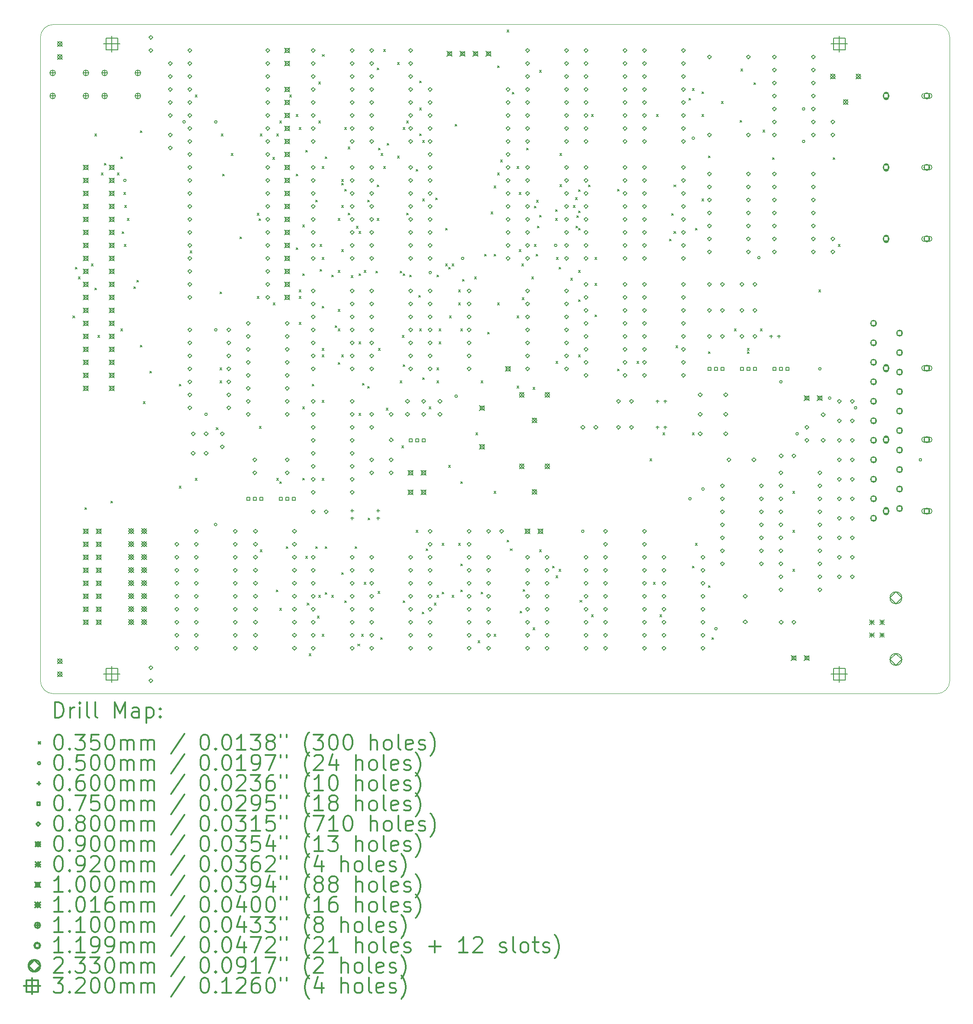
<source format=gbr>
%FSLAX45Y45*%
G04 Gerber Fmt 4.5, Leading zero omitted, Abs format (unit mm)*
G04 Created by KiCad (PCBNEW 5.1.12-84ad8e8a86~92~ubuntu18.04.1) date 2022-12-12 22:35:50*
%MOMM*%
%LPD*%
G01*
G04 APERTURE LIST*
%TA.AperFunction,Profile*%
%ADD10C,0.050000*%
%TD*%
%ADD11C,0.200000*%
%ADD12C,0.300000*%
G04 APERTURE END LIST*
D10*
X19050000Y-14097000D02*
G75*
G02*
X18796000Y-14351000I-254000J0D01*
G01*
X18796000Y-1270000D02*
G75*
G02*
X19050000Y-1524000I0J-254000D01*
G01*
X1270000Y-1524000D02*
G75*
G02*
X1524000Y-1270000I254000J0D01*
G01*
X1524000Y-14351000D02*
G75*
G02*
X1270000Y-14097000I0J254000D01*
G01*
X18796000Y-1270000D02*
X1524000Y-1270000D01*
X19050000Y-14097000D02*
X19050000Y-1524000D01*
X1524000Y-14351000D02*
X18796000Y-14351000D01*
X1270000Y-1524000D02*
X1270000Y-14097000D01*
D11*
X1905000Y-6967500D02*
X1940000Y-7002500D01*
X1940000Y-6967500D02*
X1905000Y-7002500D01*
X1951000Y-6015000D02*
X1986000Y-6050000D01*
X1986000Y-6015000D02*
X1951000Y-6050000D01*
X2014500Y-6205500D02*
X2049500Y-6240500D01*
X2049500Y-6205500D02*
X2014500Y-6240500D01*
X2141500Y-10714000D02*
X2176500Y-10749000D01*
X2176500Y-10714000D02*
X2141500Y-10749000D01*
X2268500Y-5951500D02*
X2303500Y-5986500D01*
X2303500Y-5951500D02*
X2268500Y-5986500D01*
X2332000Y-3411500D02*
X2367000Y-3446500D01*
X2367000Y-3411500D02*
X2332000Y-3446500D01*
X2332000Y-6421001D02*
X2367000Y-6456001D01*
X2367000Y-6421001D02*
X2332000Y-6456001D01*
X2395500Y-7348500D02*
X2430500Y-7383500D01*
X2430500Y-7348500D02*
X2395500Y-7383500D01*
X2459000Y-4173500D02*
X2494000Y-4208500D01*
X2494000Y-4173500D02*
X2459000Y-4208500D01*
X2522500Y-3983000D02*
X2557500Y-4018000D01*
X2557500Y-3983000D02*
X2522500Y-4018000D01*
X2649500Y-10587000D02*
X2684500Y-10622000D01*
X2684500Y-10587000D02*
X2649500Y-10622000D01*
X2776500Y-4173500D02*
X2811500Y-4208500D01*
X2811500Y-4173500D02*
X2776500Y-4208500D01*
X2840000Y-3856000D02*
X2875000Y-3891000D01*
X2875000Y-3856000D02*
X2840000Y-3891000D01*
X2840777Y-7222277D02*
X2875777Y-7257277D01*
X2875777Y-7222277D02*
X2840777Y-7257277D01*
X2863418Y-5319173D02*
X2898418Y-5354173D01*
X2898418Y-5319173D02*
X2863418Y-5354173D01*
X2903500Y-4554500D02*
X2938500Y-4589500D01*
X2938500Y-4554500D02*
X2903500Y-4589500D01*
X2909418Y-5570500D02*
X2944418Y-5605500D01*
X2944418Y-5570500D02*
X2909418Y-5605500D01*
X2914501Y-4808500D02*
X2949501Y-4843500D01*
X2949501Y-4808500D02*
X2914501Y-4843500D01*
X2967000Y-5062500D02*
X3002000Y-5097500D01*
X3002000Y-5062500D02*
X2967000Y-5097500D01*
X3094000Y-6396000D02*
X3129000Y-6431000D01*
X3129000Y-6396000D02*
X3094000Y-6431000D01*
X3157500Y-6269000D02*
X3192500Y-6304000D01*
X3192500Y-6269000D02*
X3157500Y-6304000D01*
X3221000Y-3348000D02*
X3256000Y-3383000D01*
X3256000Y-3348000D02*
X3221000Y-3383000D01*
X3221000Y-7539000D02*
X3256000Y-7574000D01*
X3256000Y-7539000D02*
X3221000Y-7574000D01*
X3284500Y-8644500D02*
X3319500Y-8679500D01*
X3319500Y-8644500D02*
X3284500Y-8679500D01*
X3411500Y-8047000D02*
X3446500Y-8082000D01*
X3446500Y-8047000D02*
X3411500Y-8082000D01*
X3983000Y-8301000D02*
X4018000Y-8336000D01*
X4018000Y-8301000D02*
X3983000Y-8336000D01*
X3983000Y-10295500D02*
X4018000Y-10330500D01*
X4018000Y-10295500D02*
X3983000Y-10330500D01*
X4198900Y-5697500D02*
X4233900Y-5732500D01*
X4233900Y-5697500D02*
X4198900Y-5732500D01*
X4300500Y-2649500D02*
X4335500Y-2684500D01*
X4335500Y-2649500D02*
X4300500Y-2684500D01*
X4300500Y-10142500D02*
X4335500Y-10177500D01*
X4335500Y-10142500D02*
X4300500Y-10177500D01*
X4707500Y-9152500D02*
X4742500Y-9187500D01*
X4742500Y-9152500D02*
X4707500Y-9187500D01*
X4783500Y-6498000D02*
X4818500Y-6533000D01*
X4818500Y-6498000D02*
X4783500Y-6533000D01*
X4783500Y-7983500D02*
X4818500Y-8018500D01*
X4818500Y-7983500D02*
X4783500Y-8018500D01*
X4783500Y-8237500D02*
X4818500Y-8272500D01*
X4818500Y-8237500D02*
X4783500Y-8272500D01*
X4808500Y-3411500D02*
X4843500Y-3446500D01*
X4843500Y-3411500D02*
X4808500Y-3446500D01*
X4829500Y-4194500D02*
X4864500Y-4229500D01*
X4864500Y-4194500D02*
X4829500Y-4229500D01*
X4999000Y-3792500D02*
X5034000Y-3827500D01*
X5034000Y-3792500D02*
X4999000Y-3827500D01*
X5168500Y-5422500D02*
X5203500Y-5457500D01*
X5203500Y-5422500D02*
X5168500Y-5457500D01*
X5504500Y-6586500D02*
X5539500Y-6621500D01*
X5539500Y-6586500D02*
X5504500Y-6621500D01*
X5507000Y-4961500D02*
X5542000Y-4996500D01*
X5542000Y-4961500D02*
X5507000Y-4996500D01*
X5545483Y-5065037D02*
X5580483Y-5100037D01*
X5580483Y-5065037D02*
X5545483Y-5100037D01*
X5550500Y-9126500D02*
X5585500Y-9161500D01*
X5585500Y-9126500D02*
X5550500Y-9161500D01*
X5570500Y-3411500D02*
X5605500Y-3446500D01*
X5605500Y-3411500D02*
X5570500Y-3446500D01*
X5570500Y-11539500D02*
X5605500Y-11574500D01*
X5605500Y-11539500D02*
X5570500Y-11574500D01*
X5811800Y-3868700D02*
X5846800Y-3903700D01*
X5846800Y-3868700D02*
X5811800Y-3903700D01*
X5824500Y-6713500D02*
X5859500Y-6748500D01*
X5859500Y-6713500D02*
X5824500Y-6748500D01*
X5878000Y-12321500D02*
X5913000Y-12356500D01*
X5913000Y-12321500D02*
X5878000Y-12356500D01*
X5888000Y-3411500D02*
X5923000Y-3446500D01*
X5923000Y-3411500D02*
X5888000Y-3446500D01*
X5888000Y-10142500D02*
X5923000Y-10177500D01*
X5923000Y-10142500D02*
X5888000Y-10177500D01*
X5951500Y-3157500D02*
X5986500Y-3192500D01*
X5986500Y-3157500D02*
X5951500Y-3192500D01*
X5951500Y-10206000D02*
X5986500Y-10241000D01*
X5986500Y-10206000D02*
X5951500Y-10241000D01*
X5951500Y-12682500D02*
X5986500Y-12717500D01*
X5986500Y-12682500D02*
X5951500Y-12717500D01*
X6078500Y-11476000D02*
X6113500Y-11511000D01*
X6113500Y-11476000D02*
X6078500Y-11511000D01*
X6142000Y-2649500D02*
X6177000Y-2684500D01*
X6177000Y-2649500D02*
X6142000Y-2684500D01*
X6269000Y-3030500D02*
X6304000Y-3065500D01*
X6304000Y-3030500D02*
X6269000Y-3065500D01*
X6269000Y-4193500D02*
X6304000Y-4228500D01*
X6304000Y-4193500D02*
X6269000Y-4228500D01*
X6269000Y-5634000D02*
X6304000Y-5669000D01*
X6304000Y-5634000D02*
X6269000Y-5669000D01*
X6332500Y-3284500D02*
X6367500Y-3319500D01*
X6367500Y-3284500D02*
X6332500Y-3319500D01*
X6332500Y-6459500D02*
X6367500Y-6494500D01*
X6367500Y-6459500D02*
X6332500Y-6494500D01*
X6332500Y-6586500D02*
X6367500Y-6621500D01*
X6367500Y-6586500D02*
X6332500Y-6621500D01*
X6332500Y-7094500D02*
X6367500Y-7129500D01*
X6367500Y-7094500D02*
X6332500Y-7129500D01*
X6396000Y-5189500D02*
X6431000Y-5224500D01*
X6431000Y-5189500D02*
X6396000Y-5224500D01*
X6396000Y-6142000D02*
X6431000Y-6177000D01*
X6431000Y-6142000D02*
X6396000Y-6177000D01*
X6396000Y-8745500D02*
X6431000Y-8780500D01*
X6431000Y-8745500D02*
X6396000Y-8780500D01*
X6396777Y-10141723D02*
X6431777Y-10176723D01*
X6431777Y-10141723D02*
X6396777Y-10176723D01*
X6459500Y-3729000D02*
X6494500Y-3764000D01*
X6494500Y-3729000D02*
X6459500Y-3764000D01*
X6459500Y-11666500D02*
X6494500Y-11701500D01*
X6494500Y-11666500D02*
X6459500Y-11701500D01*
X6485500Y-12581500D02*
X6520500Y-12616500D01*
X6520500Y-12581500D02*
X6485500Y-12616500D01*
X6523000Y-13571500D02*
X6558000Y-13606500D01*
X6558000Y-13571500D02*
X6523000Y-13606500D01*
X6586500Y-8301000D02*
X6621500Y-8336000D01*
X6621500Y-8301000D02*
X6586500Y-8336000D01*
X6650000Y-4701500D02*
X6685000Y-4736500D01*
X6685000Y-4701500D02*
X6650000Y-4736500D01*
X6650000Y-11476000D02*
X6685000Y-11511000D01*
X6685000Y-11476000D02*
X6650000Y-11511000D01*
X6687500Y-12835500D02*
X6722500Y-12870500D01*
X6722500Y-12835500D02*
X6687500Y-12870500D01*
X6713500Y-2395500D02*
X6748500Y-2430500D01*
X6748500Y-2395500D02*
X6713500Y-2430500D01*
X6713500Y-3157500D02*
X6748500Y-3192500D01*
X6748500Y-3157500D02*
X6713500Y-3192500D01*
X6713500Y-12428500D02*
X6748500Y-12463500D01*
X6748500Y-12428500D02*
X6713500Y-12463500D01*
X6733500Y-5570500D02*
X6768500Y-5605500D01*
X6768500Y-5570500D02*
X6733500Y-5605500D01*
X6733500Y-6061000D02*
X6768500Y-6096000D01*
X6768500Y-6061000D02*
X6733500Y-6096000D01*
X6777000Y-4046500D02*
X6812000Y-4081500D01*
X6812000Y-4046500D02*
X6777000Y-4081500D01*
X6777000Y-6777000D02*
X6812000Y-6812000D01*
X6812000Y-6777000D02*
X6777000Y-6812000D01*
X6777000Y-7602500D02*
X6812000Y-7637500D01*
X6812000Y-7602500D02*
X6777000Y-7637500D01*
X6777000Y-7729500D02*
X6812000Y-7764500D01*
X6812000Y-7729500D02*
X6777000Y-7764500D01*
X6777000Y-8618500D02*
X6812000Y-8653500D01*
X6812000Y-8618500D02*
X6777000Y-8653500D01*
X6777000Y-10142500D02*
X6812000Y-10177500D01*
X6812000Y-10142500D02*
X6777000Y-10177500D01*
X6777000Y-13190500D02*
X6812000Y-13225500D01*
X6812000Y-13190500D02*
X6777000Y-13225500D01*
X6779500Y-5824500D02*
X6814500Y-5859500D01*
X6814500Y-5824500D02*
X6779500Y-5859500D01*
X6782500Y-1861500D02*
X6817500Y-1896500D01*
X6817500Y-1861500D02*
X6782500Y-1896500D01*
X6840500Y-3856000D02*
X6875500Y-3891000D01*
X6875500Y-3856000D02*
X6840500Y-3891000D01*
X6840500Y-11476000D02*
X6875500Y-11511000D01*
X6875500Y-11476000D02*
X6840500Y-11511000D01*
X6840500Y-12373500D02*
X6875500Y-12408500D01*
X6875500Y-12373500D02*
X6840500Y-12408500D01*
X6967500Y-6170500D02*
X7002500Y-6205500D01*
X7002500Y-6170500D02*
X6967500Y-6205500D01*
X6967500Y-12428500D02*
X7002500Y-12463500D01*
X7002500Y-12428500D02*
X6967500Y-12463500D01*
X7031000Y-7158000D02*
X7066000Y-7193000D01*
X7066000Y-7158000D02*
X7031000Y-7193000D01*
X7094500Y-5062500D02*
X7129500Y-5097500D01*
X7129500Y-5062500D02*
X7094500Y-5097500D01*
X7094500Y-6078500D02*
X7129500Y-6113500D01*
X7129500Y-6078500D02*
X7094500Y-6113500D01*
X7094500Y-6840500D02*
X7129500Y-6875500D01*
X7129500Y-6840500D02*
X7094500Y-6875500D01*
X7094500Y-7221500D02*
X7129500Y-7256500D01*
X7129500Y-7221500D02*
X7094500Y-7256500D01*
X7094500Y-7876500D02*
X7129500Y-7911500D01*
X7129500Y-7876500D02*
X7094500Y-7911500D01*
X7158000Y-4300500D02*
X7193000Y-4335500D01*
X7193000Y-4300500D02*
X7158000Y-4335500D01*
X7158000Y-4373999D02*
X7193000Y-4408999D01*
X7193000Y-4373999D02*
X7158000Y-4408999D01*
X7158000Y-4808500D02*
X7193000Y-4843500D01*
X7193000Y-4808500D02*
X7158000Y-4843500D01*
X7158000Y-5672500D02*
X7193000Y-5707500D01*
X7193000Y-5672500D02*
X7158000Y-5707500D01*
X7158000Y-7729500D02*
X7193000Y-7764500D01*
X7193000Y-7729500D02*
X7158000Y-7764500D01*
X7158000Y-11984000D02*
X7193000Y-12019000D01*
X7193000Y-11984000D02*
X7158000Y-12019000D01*
X7221500Y-3284500D02*
X7256500Y-3319500D01*
X7256500Y-3284500D02*
X7221500Y-3319500D01*
X7221500Y-4491000D02*
X7256500Y-4526000D01*
X7256500Y-4491000D02*
X7221500Y-4526000D01*
X7221500Y-12535500D02*
X7256500Y-12570500D01*
X7256500Y-12535500D02*
X7221500Y-12570500D01*
X7285000Y-3665500D02*
X7320000Y-3700500D01*
X7320000Y-3665500D02*
X7285000Y-3700500D01*
X7285000Y-4955500D02*
X7320000Y-4990500D01*
X7320000Y-4955500D02*
X7285000Y-4990500D01*
X7348500Y-6180500D02*
X7383500Y-6215500D01*
X7383500Y-6180500D02*
X7348500Y-6215500D01*
X7418750Y-11476000D02*
X7453750Y-11511000D01*
X7453750Y-11476000D02*
X7418750Y-11511000D01*
X7449500Y-5215500D02*
X7484500Y-5250500D01*
X7484500Y-5215500D02*
X7449500Y-5250500D01*
X7476231Y-13381823D02*
X7511231Y-13416823D01*
X7511231Y-13381823D02*
X7476231Y-13416823D01*
X7495500Y-5316500D02*
X7530500Y-5351500D01*
X7530500Y-5316500D02*
X7495500Y-5351500D01*
X7495500Y-6142000D02*
X7530500Y-6177000D01*
X7530500Y-6142000D02*
X7495500Y-6177000D01*
X7495500Y-7475500D02*
X7530500Y-7510500D01*
X7530500Y-7475500D02*
X7495500Y-7510500D01*
X7495500Y-8872500D02*
X7530500Y-8907500D01*
X7530500Y-8872500D02*
X7495500Y-8907500D01*
X7547230Y-13190500D02*
X7582230Y-13225500D01*
X7582230Y-13190500D02*
X7547230Y-13225500D01*
X7562749Y-8283500D02*
X7597749Y-8318500D01*
X7597749Y-8283500D02*
X7562749Y-8318500D01*
X7602500Y-6078500D02*
X7637500Y-6113500D01*
X7637500Y-6078500D02*
X7602500Y-6113500D01*
X7602500Y-12174500D02*
X7637500Y-12209500D01*
X7637500Y-12174500D02*
X7602500Y-12209500D01*
X7666000Y-4701500D02*
X7701000Y-4736500D01*
X7701000Y-4701500D02*
X7666000Y-4736500D01*
X7666000Y-8343500D02*
X7701000Y-8378500D01*
X7701000Y-8343500D02*
X7666000Y-8378500D01*
X7674500Y-10920410D02*
X7709500Y-10955410D01*
X7709500Y-10920410D02*
X7674500Y-10955410D01*
X7831100Y-6091200D02*
X7866100Y-6126200D01*
X7866100Y-6091200D02*
X7831100Y-6126200D01*
X7856500Y-2121500D02*
X7891500Y-2156500D01*
X7891500Y-2121500D02*
X7856500Y-2156500D01*
X7856500Y-4407500D02*
X7891500Y-4442500D01*
X7891500Y-4407500D02*
X7856500Y-4442500D01*
X7856500Y-5062500D02*
X7891500Y-5097500D01*
X7891500Y-5062500D02*
X7856500Y-5097500D01*
X7868517Y-12352983D02*
X7903517Y-12387983D01*
X7903517Y-12352983D02*
X7868517Y-12387983D01*
X7876500Y-3685500D02*
X7911500Y-3720500D01*
X7911500Y-3685500D02*
X7876500Y-3720500D01*
X7876500Y-7602500D02*
X7911500Y-7637500D01*
X7911500Y-7602500D02*
X7876500Y-7637500D01*
X7920000Y-13254000D02*
X7955000Y-13289000D01*
X7955000Y-13254000D02*
X7920000Y-13289000D01*
X7927500Y-3792500D02*
X7962500Y-3827500D01*
X7962500Y-3792500D02*
X7927500Y-3827500D01*
X7983500Y-1760500D02*
X8018500Y-1795500D01*
X8018500Y-1760500D02*
X7983500Y-1795500D01*
X7983500Y-4046500D02*
X8018500Y-4081500D01*
X8018500Y-4046500D02*
X7983500Y-4081500D01*
X8034300Y-8770900D02*
X8069300Y-8805900D01*
X8069300Y-8770900D02*
X8034300Y-8805900D01*
X8047000Y-3593500D02*
X8082000Y-3628500D01*
X8082000Y-3593500D02*
X8047000Y-3628500D01*
X8250000Y-2014500D02*
X8285000Y-2049500D01*
X8285000Y-2014500D02*
X8250000Y-2049500D01*
X8250000Y-3843500D02*
X8285000Y-3878500D01*
X8285000Y-3843500D02*
X8250000Y-3878500D01*
X8301000Y-6089501D02*
X8336000Y-6124501D01*
X8336000Y-6089501D02*
X8301000Y-6124501D01*
X8301000Y-8237500D02*
X8336000Y-8272500D01*
X8336000Y-8237500D02*
X8301000Y-8272500D01*
X8339500Y-9507500D02*
X8374500Y-9542500D01*
X8374500Y-9507500D02*
X8339500Y-9542500D01*
X8344500Y-7348500D02*
X8379500Y-7383500D01*
X8379500Y-7348500D02*
X8344500Y-7383500D01*
X8363723Y-7920777D02*
X8398723Y-7955777D01*
X8398723Y-7920777D02*
X8363723Y-7955777D01*
X8364500Y-3284500D02*
X8399500Y-3319500D01*
X8399500Y-3284500D02*
X8364500Y-3319500D01*
X8364500Y-6142000D02*
X8399500Y-6177000D01*
X8399500Y-6142000D02*
X8364500Y-6177000D01*
X8364500Y-12535500D02*
X8399500Y-12570500D01*
X8399500Y-12535500D02*
X8364500Y-12570500D01*
X8428000Y-4955500D02*
X8463000Y-4990500D01*
X8463000Y-4955500D02*
X8428000Y-4990500D01*
X8429554Y-3157500D02*
X8464554Y-3192500D01*
X8464554Y-3157500D02*
X8429554Y-3192500D01*
X8491500Y-6167400D02*
X8526500Y-6202400D01*
X8526500Y-6167400D02*
X8491500Y-6202400D01*
X8618500Y-4101500D02*
X8653500Y-4136500D01*
X8653500Y-4101500D02*
X8618500Y-4136500D01*
X8618500Y-11158500D02*
X8653500Y-11193500D01*
X8653500Y-11158500D02*
X8618500Y-11193500D01*
X8667250Y-6566500D02*
X8702250Y-6601500D01*
X8702250Y-6566500D02*
X8667250Y-6601500D01*
X8679499Y-3408999D02*
X8714499Y-3443999D01*
X8714499Y-3408999D02*
X8679499Y-3443999D01*
X8682000Y-2903500D02*
X8717000Y-2938500D01*
X8717000Y-2903500D02*
X8682000Y-2938500D01*
X8682000Y-7221500D02*
X8717000Y-7256500D01*
X8717000Y-7221500D02*
X8682000Y-7256500D01*
X8682303Y-2375500D02*
X8717303Y-2410500D01*
X8717303Y-2375500D02*
X8682303Y-2410500D01*
X8733483Y-12758017D02*
X8768483Y-12793017D01*
X8768483Y-12758017D02*
X8733483Y-12793017D01*
X8745500Y-3538500D02*
X8780500Y-3573500D01*
X8780500Y-3538500D02*
X8745500Y-3573500D01*
X8745500Y-4681500D02*
X8780500Y-4716500D01*
X8780500Y-4681500D02*
X8745500Y-4716500D01*
X8745500Y-8174000D02*
X8780500Y-8209000D01*
X8780500Y-8174000D02*
X8745500Y-8209000D01*
X8809000Y-11519500D02*
X8844000Y-11554500D01*
X8844000Y-11519500D02*
X8809000Y-11554500D01*
X8872500Y-8745500D02*
X8907500Y-8780500D01*
X8907500Y-8745500D02*
X8872500Y-8780500D01*
X8973500Y-12581500D02*
X9008500Y-12616500D01*
X9008500Y-12581500D02*
X8973500Y-12616500D01*
X8999500Y-4661500D02*
X9034500Y-4696500D01*
X9034500Y-4661500D02*
X8999500Y-4696500D01*
X9019500Y-6167400D02*
X9054500Y-6202400D01*
X9054500Y-6167400D02*
X9019500Y-6202400D01*
X9019500Y-7983500D02*
X9054500Y-8018500D01*
X9054500Y-7983500D02*
X9019500Y-8018500D01*
X9019500Y-8237500D02*
X9054500Y-8272500D01*
X9054500Y-8237500D02*
X9019500Y-8272500D01*
X9019500Y-12428500D02*
X9054500Y-12463500D01*
X9054500Y-12428500D02*
X9019500Y-12463500D01*
X9063000Y-7221500D02*
X9098000Y-7256500D01*
X9098000Y-7221500D02*
X9063000Y-7256500D01*
X9063000Y-7475500D02*
X9098000Y-7510500D01*
X9098000Y-7475500D02*
X9063000Y-7510500D01*
X9126500Y-11412500D02*
X9161500Y-11447500D01*
X9161500Y-11412500D02*
X9126500Y-11447500D01*
X9126500Y-12365000D02*
X9161500Y-12400000D01*
X9161500Y-12365000D02*
X9126500Y-12400000D01*
X9190000Y-5253000D02*
X9225000Y-5288000D01*
X9225000Y-5253000D02*
X9190000Y-5288000D01*
X9190000Y-5951500D02*
X9225000Y-5986500D01*
X9225000Y-5951500D02*
X9190000Y-5986500D01*
X9253500Y-6015000D02*
X9288500Y-6050000D01*
X9288500Y-6015000D02*
X9253500Y-6050000D01*
X9253500Y-9888500D02*
X9288500Y-9923500D01*
X9288500Y-9888500D02*
X9253500Y-9923500D01*
X9264501Y-6967500D02*
X9299501Y-7002500D01*
X9299501Y-6967500D02*
X9264501Y-7002500D01*
X9317000Y-5951500D02*
X9352000Y-5986500D01*
X9352000Y-5951500D02*
X9317000Y-5986500D01*
X9317000Y-12428500D02*
X9352000Y-12463500D01*
X9352000Y-12428500D02*
X9317000Y-12463500D01*
X9380500Y-3221000D02*
X9415500Y-3256000D01*
X9415500Y-3221000D02*
X9380500Y-3256000D01*
X9444000Y-6459500D02*
X9479000Y-6494500D01*
X9479000Y-6459500D02*
X9444000Y-6494500D01*
X9444000Y-6713500D02*
X9479000Y-6748500D01*
X9479000Y-6713500D02*
X9444000Y-6748500D01*
X9444000Y-11412500D02*
X9479000Y-11447500D01*
X9479000Y-11412500D02*
X9444000Y-11447500D01*
X9487500Y-7221500D02*
X9522500Y-7256500D01*
X9522500Y-7221500D02*
X9487500Y-7256500D01*
X9487500Y-10206000D02*
X9522500Y-10241000D01*
X9522500Y-10206000D02*
X9487500Y-10241000D01*
X9487500Y-11813500D02*
X9522500Y-11848500D01*
X9522500Y-11813500D02*
X9487500Y-11848500D01*
X9487500Y-12321500D02*
X9522500Y-12356500D01*
X9522500Y-12321500D02*
X9487500Y-12356500D01*
X9521499Y-6255001D02*
X9556499Y-6290001D01*
X9556499Y-6255001D02*
X9521499Y-6290001D01*
X9761500Y-6205500D02*
X9796500Y-6240500D01*
X9796500Y-6205500D02*
X9761500Y-6240500D01*
X9781500Y-9253500D02*
X9816500Y-9288500D01*
X9816500Y-9253500D02*
X9781500Y-9288500D01*
X9825000Y-13317500D02*
X9860000Y-13352500D01*
X9860000Y-13317500D02*
X9825000Y-13352500D01*
X9888500Y-8237500D02*
X9923500Y-8272500D01*
X9923500Y-8237500D02*
X9888500Y-8272500D01*
X9888500Y-12365000D02*
X9923500Y-12400000D01*
X9923500Y-12365000D02*
X9888500Y-12400000D01*
X9952000Y-5764500D02*
X9987000Y-5799500D01*
X9987000Y-5764500D02*
X9952000Y-5799500D01*
X10015500Y-7285000D02*
X10050500Y-7320000D01*
X10050500Y-7285000D02*
X10015500Y-7320000D01*
X10079000Y-4935500D02*
X10114000Y-4970500D01*
X10114000Y-4935500D02*
X10079000Y-4970500D01*
X10142500Y-4427500D02*
X10177500Y-4462500D01*
X10177500Y-4427500D02*
X10142500Y-4462500D01*
X10142500Y-5764500D02*
X10177500Y-5799500D01*
X10177500Y-5764500D02*
X10142500Y-5799500D01*
X10142500Y-10396500D02*
X10177500Y-10431500D01*
X10177500Y-10396500D02*
X10142500Y-10431500D01*
X10142500Y-13190500D02*
X10177500Y-13225500D01*
X10177500Y-13190500D02*
X10142500Y-13225500D01*
X10206000Y-2075500D02*
X10241000Y-2110500D01*
X10241000Y-2075500D02*
X10206000Y-2110500D01*
X10206000Y-4173500D02*
X10241000Y-4208500D01*
X10241000Y-4173500D02*
X10206000Y-4208500D01*
X10206000Y-6713500D02*
X10241000Y-6748500D01*
X10241000Y-6713500D02*
X10206000Y-6748500D01*
X10269500Y-3919500D02*
X10304500Y-3954500D01*
X10304500Y-3919500D02*
X10269500Y-3954500D01*
X10396500Y-1379500D02*
X10431500Y-1414500D01*
X10431500Y-1379500D02*
X10396500Y-1414500D01*
X10396500Y-11349000D02*
X10431500Y-11384000D01*
X10431500Y-11349000D02*
X10396500Y-11384000D01*
X10456500Y-11519500D02*
X10491500Y-11554500D01*
X10491500Y-11519500D02*
X10456500Y-11554500D01*
X10492928Y-2591377D02*
X10527928Y-2626377D01*
X10527928Y-2591377D02*
X10492928Y-2626377D01*
X10587000Y-4046500D02*
X10622000Y-4081500D01*
X10622000Y-4046500D02*
X10587000Y-4081500D01*
X10587000Y-6967500D02*
X10622000Y-7002500D01*
X10622000Y-6967500D02*
X10587000Y-7002500D01*
X10587000Y-8339100D02*
X10622000Y-8374100D01*
X10622000Y-8339100D02*
X10587000Y-8374100D01*
X10630500Y-4554500D02*
X10665500Y-4589500D01*
X10665500Y-4554500D02*
X10630500Y-4589500D01*
X10630500Y-5672500D02*
X10665500Y-5707500D01*
X10665500Y-5672500D02*
X10630500Y-5707500D01*
X10650500Y-12737500D02*
X10685500Y-12772500D01*
X10685500Y-12737500D02*
X10650500Y-12772500D01*
X10680699Y-5951500D02*
X10715699Y-5986500D01*
X10715699Y-5951500D02*
X10680699Y-5986500D01*
X10688000Y-6612500D02*
X10723000Y-6647500D01*
X10723000Y-6612500D02*
X10688000Y-6647500D01*
X10706010Y-12315331D02*
X10741010Y-12350331D01*
X10741010Y-12315331D02*
X10706010Y-12350331D01*
X10777500Y-3685500D02*
X10812500Y-3720500D01*
X10812500Y-3685500D02*
X10777500Y-3720500D01*
X10879100Y-6205500D02*
X10914100Y-6240500D01*
X10914100Y-6205500D02*
X10879100Y-6240500D01*
X10904500Y-8364500D02*
X10939500Y-8399500D01*
X10939500Y-8364500D02*
X10904500Y-8399500D01*
X10904500Y-13063500D02*
X10939500Y-13098500D01*
X10939500Y-13063500D02*
X10904500Y-13098500D01*
X10924837Y-4821200D02*
X10959837Y-4856200D01*
X10959837Y-4821200D02*
X10924837Y-4856200D01*
X10924976Y-5570499D02*
X10959976Y-5605498D01*
X10959976Y-5570499D02*
X10924976Y-5605498D01*
X10956999Y-5764500D02*
X10991999Y-5799500D01*
X10991999Y-5764500D02*
X10956999Y-5799500D01*
X10968000Y-4706900D02*
X11003000Y-4741900D01*
X11003000Y-4706900D02*
X10968000Y-4741900D01*
X10985500Y-5209500D02*
X11020500Y-5244500D01*
X11020500Y-5209500D02*
X10985500Y-5244500D01*
X11031500Y-2167500D02*
X11066500Y-2202500D01*
X11066500Y-2167500D02*
X11031500Y-2202500D01*
X11031500Y-4999000D02*
X11066500Y-5034000D01*
X11066500Y-4999000D02*
X11031500Y-5034000D01*
X11031500Y-11539500D02*
X11066500Y-11574500D01*
X11066500Y-11539500D02*
X11031500Y-11574500D01*
X11285500Y-11857000D02*
X11320500Y-11892000D01*
X11320500Y-11857000D02*
X11285500Y-11892000D01*
X11337999Y-5062500D02*
X11372999Y-5097500D01*
X11372999Y-5062500D02*
X11337999Y-5097500D01*
X11338197Y-4886999D02*
X11373197Y-4921999D01*
X11373197Y-4886999D02*
X11338197Y-4921999D01*
X11349000Y-7856500D02*
X11384000Y-7891500D01*
X11384000Y-7856500D02*
X11349000Y-7891500D01*
X11349000Y-12047500D02*
X11384000Y-12082500D01*
X11384000Y-12047500D02*
X11349000Y-12082500D01*
X11361700Y-5824500D02*
X11396700Y-5859500D01*
X11396700Y-5824500D02*
X11361700Y-5859500D01*
X11412500Y-6015000D02*
X11447500Y-6050000D01*
X11447500Y-6015000D02*
X11412500Y-6050000D01*
X11412500Y-11920500D02*
X11447500Y-11955500D01*
X11447500Y-11920500D02*
X11412500Y-11955500D01*
X11425200Y-3792500D02*
X11460200Y-3827500D01*
X11460200Y-3792500D02*
X11425200Y-3827500D01*
X11425200Y-4402100D02*
X11460200Y-4437100D01*
X11460200Y-4402100D02*
X11425200Y-4437100D01*
X11641100Y-6230900D02*
X11676100Y-6265900D01*
X11676100Y-6230900D02*
X11641100Y-6265900D01*
X11686863Y-4808497D02*
X11721863Y-4843497D01*
X11721863Y-4808497D02*
X11686863Y-4843497D01*
X11732864Y-4656100D02*
X11767864Y-4691100D01*
X11767864Y-4656100D02*
X11732864Y-4691100D01*
X11742700Y-5209500D02*
X11777700Y-5244500D01*
X11777700Y-5209500D02*
X11742700Y-5244500D01*
X11755400Y-5007500D02*
X11790400Y-5042500D01*
X11790400Y-5007500D02*
X11755400Y-5042500D01*
X11792723Y-5253777D02*
X11827723Y-5288777D01*
X11827723Y-5253777D02*
X11792723Y-5288777D01*
X11793500Y-4499500D02*
X11828500Y-4534500D01*
X11828500Y-4499500D02*
X11793500Y-4534500D01*
X11793500Y-4915500D02*
X11828500Y-4950500D01*
X11828500Y-4915500D02*
X11793500Y-4950500D01*
X11793500Y-6078500D02*
X11828500Y-6113500D01*
X11828500Y-6078500D02*
X11793500Y-6113500D01*
X11793500Y-6650000D02*
X11828500Y-6685000D01*
X11828500Y-6650000D02*
X11793500Y-6685000D01*
X11793500Y-7729500D02*
X11828500Y-7764500D01*
X11828500Y-7729500D02*
X11793500Y-7764500D01*
X11819500Y-12529500D02*
X11854500Y-12564500D01*
X11854500Y-12529500D02*
X11819500Y-12564500D01*
X11984000Y-4407500D02*
X12019000Y-4442500D01*
X12019000Y-4407500D02*
X11984000Y-4442500D01*
X12047500Y-3030500D02*
X12082500Y-3065500D01*
X12082500Y-3030500D02*
X12047500Y-3065500D01*
X12047500Y-12809500D02*
X12082500Y-12844500D01*
X12082500Y-12809500D02*
X12047500Y-12844500D01*
X12111000Y-5824500D02*
X12146000Y-5859500D01*
X12146000Y-5824500D02*
X12111000Y-5859500D01*
X12111000Y-6332500D02*
X12146000Y-6367500D01*
X12146000Y-6332500D02*
X12111000Y-6367500D01*
X12111000Y-6947500D02*
X12146000Y-6982500D01*
X12146000Y-6947500D02*
X12111000Y-6982500D01*
X12555500Y-4491000D02*
X12590500Y-4526000D01*
X12590500Y-4491000D02*
X12555500Y-4526000D01*
X12555500Y-8003500D02*
X12590500Y-8038500D01*
X12590500Y-8003500D02*
X12555500Y-8038500D01*
X12936500Y-7856500D02*
X12971500Y-7891500D01*
X12971500Y-7856500D02*
X12936500Y-7891500D01*
X13190500Y-9761500D02*
X13225500Y-9796500D01*
X13225500Y-9761500D02*
X13190500Y-9796500D01*
X13254777Y-12175277D02*
X13289777Y-12210277D01*
X13289777Y-12175277D02*
X13254777Y-12210277D01*
X13317500Y-3030500D02*
X13352500Y-3065500D01*
X13352500Y-3030500D02*
X13317500Y-3065500D01*
X13381000Y-12809500D02*
X13416000Y-12844500D01*
X13416000Y-12809500D02*
X13381000Y-12844500D01*
X13444500Y-9253500D02*
X13479500Y-9288500D01*
X13479500Y-9253500D02*
X13444500Y-9288500D01*
X13571500Y-5463500D02*
X13606500Y-5498500D01*
X13606500Y-5463500D02*
X13571500Y-5498500D01*
X13611223Y-4962523D02*
X13646223Y-4997523D01*
X13646223Y-4962523D02*
X13611223Y-4997523D01*
X13657223Y-5316500D02*
X13692223Y-5351500D01*
X13692223Y-5316500D02*
X13657223Y-5351500D01*
X13657223Y-4403723D02*
X13692223Y-4438723D01*
X13692223Y-4403723D02*
X13657223Y-4438723D01*
X13698500Y-7551700D02*
X13733500Y-7586700D01*
X13733500Y-7551700D02*
X13698500Y-7586700D01*
X13952500Y-2713000D02*
X13987500Y-2748000D01*
X13987500Y-2713000D02*
X13952500Y-2748000D01*
X14015223Y-2523277D02*
X14050223Y-2558277D01*
X14050223Y-2523277D02*
X14015223Y-2558277D01*
X14016000Y-9253500D02*
X14051000Y-9288500D01*
X14051000Y-9253500D02*
X14016000Y-9288500D01*
X14016000Y-11857000D02*
X14051000Y-11892000D01*
X14051000Y-11857000D02*
X14016000Y-11892000D01*
X14079500Y-5253000D02*
X14114500Y-5288000D01*
X14114500Y-5253000D02*
X14079500Y-5288000D01*
X14079500Y-11412500D02*
X14114500Y-11447500D01*
X14114500Y-11412500D02*
X14079500Y-11447500D01*
X14206500Y-2586000D02*
X14241500Y-2621000D01*
X14241500Y-2586000D02*
X14206500Y-2621000D01*
X14206500Y-3030500D02*
X14241500Y-3065500D01*
X14241500Y-3030500D02*
X14206500Y-3065500D01*
X14206500Y-4681500D02*
X14241500Y-4716500D01*
X14241500Y-4681500D02*
X14206500Y-4716500D01*
X14333500Y-3838500D02*
X14368500Y-3873500D01*
X14368500Y-3838500D02*
X14333500Y-3873500D01*
X14333500Y-7666000D02*
X14368500Y-7701000D01*
X14368500Y-7666000D02*
X14333500Y-7701000D01*
X14333500Y-12238000D02*
X14368500Y-12273000D01*
X14368500Y-12238000D02*
X14333500Y-12273000D01*
X14397000Y-13254000D02*
X14432000Y-13289000D01*
X14432000Y-13254000D02*
X14397000Y-13289000D01*
X14587500Y-2776500D02*
X14622500Y-2811500D01*
X14622500Y-2776500D02*
X14587500Y-2811500D01*
X14841500Y-7221500D02*
X14876500Y-7256500D01*
X14876500Y-7221500D02*
X14841500Y-7256500D01*
X14948500Y-3144800D02*
X14983500Y-3179800D01*
X14983500Y-3144800D02*
X14948500Y-3179800D01*
X14968500Y-2141500D02*
X15003500Y-2176500D01*
X15003500Y-2141500D02*
X14968500Y-2176500D01*
X15095500Y-7602500D02*
X15130500Y-7637500D01*
X15130500Y-7602500D02*
X15095500Y-7637500D01*
X15095500Y-7666000D02*
X15130500Y-7701000D01*
X15130500Y-7666000D02*
X15095500Y-7701000D01*
X15222500Y-2409363D02*
X15257500Y-2444363D01*
X15257500Y-2409363D02*
X15222500Y-2444363D01*
X15349500Y-7221500D02*
X15384500Y-7256500D01*
X15384500Y-7221500D02*
X15349500Y-7256500D01*
X15400300Y-3335300D02*
X15435300Y-3370300D01*
X15435300Y-3335300D02*
X15400300Y-3370300D01*
X15583200Y-3876300D02*
X15618200Y-3911300D01*
X15618200Y-3876300D02*
X15583200Y-3911300D01*
X15984500Y-10396500D02*
X16019500Y-10431500D01*
X16019500Y-10396500D02*
X15984500Y-10431500D01*
X15984500Y-11158500D02*
X16019500Y-11193500D01*
X16019500Y-11158500D02*
X15984500Y-11193500D01*
X15984500Y-11920500D02*
X16019500Y-11955500D01*
X16019500Y-11920500D02*
X15984500Y-11955500D01*
X16492500Y-6459500D02*
X16527500Y-6494500D01*
X16527500Y-6459500D02*
X16492500Y-6494500D01*
X16766800Y-3876300D02*
X16801800Y-3911300D01*
X16801800Y-3876300D02*
X16766800Y-3911300D01*
X16873500Y-5570500D02*
X16908500Y-5605500D01*
X16908500Y-5570500D02*
X16873500Y-5605500D01*
X2946000Y-4318000D02*
G75*
G03*
X2946000Y-4318000I-25000J0D01*
G01*
X4103750Y-3173250D02*
G75*
G03*
X4103750Y-3173250I-25000J0D01*
G01*
X4533500Y-8890000D02*
G75*
G03*
X4533500Y-8890000I-25000J0D01*
G01*
X4719390Y-11044390D02*
G75*
G03*
X4719390Y-11044390I-25000J0D01*
G01*
X4724000Y-3175000D02*
G75*
G03*
X4724000Y-3175000I-25000J0D01*
G01*
X4724000Y-7239000D02*
G75*
G03*
X4724000Y-7239000I-25000J0D01*
G01*
X8915000Y-6119501D02*
G75*
G03*
X8915000Y-6119501I-25000J0D01*
G01*
X9423000Y-8535000D02*
G75*
G03*
X9423000Y-8535000I-25000J0D01*
G01*
X9550000Y-5842000D02*
G75*
G03*
X9550000Y-5842000I-25000J0D01*
G01*
X11367999Y-5588000D02*
G75*
G03*
X11367999Y-5588000I-25000J0D01*
G01*
X11899500Y-11176000D02*
G75*
G03*
X11899500Y-11176000I-25000J0D01*
G01*
X13995000Y-10541000D02*
G75*
G03*
X13995000Y-10541000I-25000J0D01*
G01*
X14058500Y-3492500D02*
G75*
G03*
X14058500Y-3492500I-25000J0D01*
G01*
X14249000Y-10350500D02*
G75*
G03*
X14249000Y-10350500I-25000J0D01*
G01*
X14503000Y-13081000D02*
G75*
G03*
X14503000Y-13081000I-25000J0D01*
G01*
X15343250Y-5827250D02*
G75*
G03*
X15343250Y-5827250I-25000J0D01*
G01*
X15773000Y-8255000D02*
G75*
G03*
X15773000Y-8255000I-25000J0D01*
G01*
X16090500Y-9271000D02*
G75*
G03*
X16090500Y-9271000I-25000J0D01*
G01*
X16217500Y-2921000D02*
G75*
G03*
X16217500Y-2921000I-25000J0D01*
G01*
X16217500Y-3556000D02*
G75*
G03*
X16217500Y-3556000I-25000J0D01*
G01*
X16535000Y-8001000D02*
G75*
G03*
X16535000Y-8001000I-25000J0D01*
G01*
X16725500Y-8572500D02*
G75*
G03*
X16725500Y-8572500I-25000J0D01*
G01*
X17233500Y-8763000D02*
G75*
G03*
X17233500Y-8763000I-25000J0D01*
G01*
X18500436Y-9779000D02*
G75*
G03*
X18500436Y-9779000I-25000J0D01*
G01*
X7366000Y-10742000D02*
X7366000Y-10802000D01*
X7336000Y-10772000D02*
X7396000Y-10772000D01*
X7366000Y-10892000D02*
X7366000Y-10952000D01*
X7336000Y-10922000D02*
X7396000Y-10922000D01*
X7874000Y-10742000D02*
X7874000Y-10802000D01*
X7844000Y-10772000D02*
X7904000Y-10772000D01*
X7874000Y-10892000D02*
X7874000Y-10952000D01*
X7844000Y-10922000D02*
X7904000Y-10922000D01*
X13335000Y-8606000D02*
X13335000Y-8666000D01*
X13305000Y-8636000D02*
X13365000Y-8636000D01*
X13335000Y-9114000D02*
X13335000Y-9174000D01*
X13305000Y-9144000D02*
X13365000Y-9144000D01*
X13485000Y-8606000D02*
X13485000Y-8666000D01*
X13455000Y-8636000D02*
X13515000Y-8636000D01*
X13485000Y-9114000D02*
X13485000Y-9174000D01*
X13455000Y-9144000D02*
X13515000Y-9144000D01*
X15557500Y-7336000D02*
X15557500Y-7396000D01*
X15527500Y-7366000D02*
X15587500Y-7366000D01*
X15707500Y-7336000D02*
X15707500Y-7396000D01*
X15677500Y-7366000D02*
X15737500Y-7366000D01*
X5360517Y-10567517D02*
X5360517Y-10514483D01*
X5307483Y-10514483D01*
X5307483Y-10567517D01*
X5360517Y-10567517D01*
X5487517Y-10567517D02*
X5487517Y-10514483D01*
X5434483Y-10514483D01*
X5434483Y-10567517D01*
X5487517Y-10567517D01*
X5614517Y-10567517D02*
X5614517Y-10514483D01*
X5561483Y-10514483D01*
X5561483Y-10567517D01*
X5614517Y-10567517D01*
X5995517Y-10567517D02*
X5995517Y-10514483D01*
X5942483Y-10514483D01*
X5942483Y-10567517D01*
X5995517Y-10567517D01*
X6122517Y-10567517D02*
X6122517Y-10514483D01*
X6069483Y-10514483D01*
X6069483Y-10567517D01*
X6122517Y-10567517D01*
X6249517Y-10567517D02*
X6249517Y-10514483D01*
X6196483Y-10514483D01*
X6196483Y-10567517D01*
X6249517Y-10567517D01*
X8535517Y-9424517D02*
X8535517Y-9371483D01*
X8482483Y-9371483D01*
X8482483Y-9424517D01*
X8535517Y-9424517D01*
X8662517Y-9424517D02*
X8662517Y-9371483D01*
X8609483Y-9371483D01*
X8609483Y-9424517D01*
X8662517Y-9424517D01*
X8789517Y-9424517D02*
X8789517Y-9371483D01*
X8736483Y-9371483D01*
X8736483Y-9424517D01*
X8789517Y-9424517D01*
X14377517Y-8027517D02*
X14377517Y-7974483D01*
X14324483Y-7974483D01*
X14324483Y-8027517D01*
X14377517Y-8027517D01*
X14504517Y-8027517D02*
X14504517Y-7974483D01*
X14451483Y-7974483D01*
X14451483Y-8027517D01*
X14504517Y-8027517D01*
X14631517Y-8027517D02*
X14631517Y-7974483D01*
X14578483Y-7974483D01*
X14578483Y-8027517D01*
X14631517Y-8027517D01*
X15012517Y-8027517D02*
X15012517Y-7974483D01*
X14959483Y-7974483D01*
X14959483Y-8027517D01*
X15012517Y-8027517D01*
X15139517Y-8027517D02*
X15139517Y-7974483D01*
X15086483Y-7974483D01*
X15086483Y-8027517D01*
X15139517Y-8027517D01*
X15266517Y-8027517D02*
X15266517Y-7974483D01*
X15213483Y-7974483D01*
X15213483Y-8027517D01*
X15266517Y-8027517D01*
X15647517Y-8027517D02*
X15647517Y-7974483D01*
X15594483Y-7974483D01*
X15594483Y-8027517D01*
X15647517Y-8027517D01*
X15774517Y-8027517D02*
X15774517Y-7974483D01*
X15721483Y-7974483D01*
X15721483Y-8027517D01*
X15774517Y-8027517D01*
X15901517Y-8027517D02*
X15901517Y-7974483D01*
X15848483Y-7974483D01*
X15848483Y-8027517D01*
X15901517Y-8027517D01*
X3429000Y-1564000D02*
X3469000Y-1524000D01*
X3429000Y-1484000D01*
X3389000Y-1524000D01*
X3429000Y-1564000D01*
X3429000Y-1818000D02*
X3469000Y-1778000D01*
X3429000Y-1738000D01*
X3389000Y-1778000D01*
X3429000Y-1818000D01*
X3429000Y-13883000D02*
X3469000Y-13843000D01*
X3429000Y-13803000D01*
X3389000Y-13843000D01*
X3429000Y-13883000D01*
X3429000Y-14137000D02*
X3469000Y-14097000D01*
X3429000Y-14057000D01*
X3389000Y-14097000D01*
X3429000Y-14137000D01*
X3810000Y-2072000D02*
X3850000Y-2032000D01*
X3810000Y-1992000D01*
X3770000Y-2032000D01*
X3810000Y-2072000D01*
X3810000Y-2326000D02*
X3850000Y-2286000D01*
X3810000Y-2246000D01*
X3770000Y-2286000D01*
X3810000Y-2326000D01*
X3810000Y-2580000D02*
X3850000Y-2540000D01*
X3810000Y-2500000D01*
X3770000Y-2540000D01*
X3810000Y-2580000D01*
X3810000Y-2834000D02*
X3850000Y-2794000D01*
X3810000Y-2754000D01*
X3770000Y-2794000D01*
X3810000Y-2834000D01*
X3810000Y-3088000D02*
X3850000Y-3048000D01*
X3810000Y-3008000D01*
X3770000Y-3048000D01*
X3810000Y-3088000D01*
X3810000Y-3469000D02*
X3850000Y-3429000D01*
X3810000Y-3389000D01*
X3770000Y-3429000D01*
X3810000Y-3469000D01*
X3810000Y-3723000D02*
X3850000Y-3683000D01*
X3810000Y-3643000D01*
X3770000Y-3683000D01*
X3810000Y-3723000D01*
X3937000Y-11470000D02*
X3977000Y-11430000D01*
X3937000Y-11390000D01*
X3897000Y-11430000D01*
X3937000Y-11470000D01*
X3937000Y-11724000D02*
X3977000Y-11684000D01*
X3937000Y-11644000D01*
X3897000Y-11684000D01*
X3937000Y-11724000D01*
X3937000Y-11978000D02*
X3977000Y-11938000D01*
X3937000Y-11898000D01*
X3897000Y-11938000D01*
X3937000Y-11978000D01*
X3937000Y-12232000D02*
X3977000Y-12192000D01*
X3937000Y-12152000D01*
X3897000Y-12192000D01*
X3937000Y-12232000D01*
X3937000Y-12486000D02*
X3977000Y-12446000D01*
X3937000Y-12406000D01*
X3897000Y-12446000D01*
X3937000Y-12486000D01*
X3937000Y-12740000D02*
X3977000Y-12700000D01*
X3937000Y-12660000D01*
X3897000Y-12700000D01*
X3937000Y-12740000D01*
X3937000Y-12994000D02*
X3977000Y-12954000D01*
X3937000Y-12914000D01*
X3897000Y-12954000D01*
X3937000Y-12994000D01*
X3937000Y-13248000D02*
X3977000Y-13208000D01*
X3937000Y-13168000D01*
X3897000Y-13208000D01*
X3937000Y-13248000D01*
X3937000Y-13502000D02*
X3977000Y-13462000D01*
X3937000Y-13422000D01*
X3897000Y-13462000D01*
X3937000Y-13502000D01*
X4191000Y-1818000D02*
X4231000Y-1778000D01*
X4191000Y-1738000D01*
X4151000Y-1778000D01*
X4191000Y-1818000D01*
X4191000Y-2072000D02*
X4231000Y-2032000D01*
X4191000Y-1992000D01*
X4151000Y-2032000D01*
X4191000Y-2072000D01*
X4191000Y-2326000D02*
X4231000Y-2286000D01*
X4191000Y-2246000D01*
X4151000Y-2286000D01*
X4191000Y-2326000D01*
X4191000Y-2580000D02*
X4231000Y-2540000D01*
X4191000Y-2500000D01*
X4151000Y-2540000D01*
X4191000Y-2580000D01*
X4191000Y-2834000D02*
X4231000Y-2794000D01*
X4191000Y-2754000D01*
X4151000Y-2794000D01*
X4191000Y-2834000D01*
X4191000Y-3088000D02*
X4231000Y-3048000D01*
X4191000Y-3008000D01*
X4151000Y-3048000D01*
X4191000Y-3088000D01*
X4191000Y-3342000D02*
X4231000Y-3302000D01*
X4191000Y-3262000D01*
X4151000Y-3302000D01*
X4191000Y-3342000D01*
X4191000Y-3596000D02*
X4231000Y-3556000D01*
X4191000Y-3516000D01*
X4151000Y-3556000D01*
X4191000Y-3596000D01*
X4191000Y-3850000D02*
X4231000Y-3810000D01*
X4191000Y-3770000D01*
X4151000Y-3810000D01*
X4191000Y-3850000D01*
X4191000Y-4104000D02*
X4231000Y-4064000D01*
X4191000Y-4024000D01*
X4151000Y-4064000D01*
X4191000Y-4104000D01*
X4191000Y-4358000D02*
X4231000Y-4318000D01*
X4191000Y-4278000D01*
X4151000Y-4318000D01*
X4191000Y-4358000D01*
X4191000Y-4612000D02*
X4231000Y-4572000D01*
X4191000Y-4532000D01*
X4151000Y-4572000D01*
X4191000Y-4612000D01*
X4191000Y-4866000D02*
X4231000Y-4826000D01*
X4191000Y-4786000D01*
X4151000Y-4826000D01*
X4191000Y-4866000D01*
X4191000Y-5120000D02*
X4231000Y-5080000D01*
X4191000Y-5040000D01*
X4151000Y-5080000D01*
X4191000Y-5120000D01*
X4191000Y-5374000D02*
X4231000Y-5334000D01*
X4191000Y-5294000D01*
X4151000Y-5334000D01*
X4191000Y-5374000D01*
X4191000Y-5628000D02*
X4231000Y-5588000D01*
X4191000Y-5548000D01*
X4151000Y-5588000D01*
X4191000Y-5628000D01*
X4191000Y-5882000D02*
X4231000Y-5842000D01*
X4191000Y-5802000D01*
X4151000Y-5842000D01*
X4191000Y-5882000D01*
X4191000Y-6136000D02*
X4231000Y-6096000D01*
X4191000Y-6056000D01*
X4151000Y-6096000D01*
X4191000Y-6136000D01*
X4191000Y-6390000D02*
X4231000Y-6350000D01*
X4191000Y-6310000D01*
X4151000Y-6350000D01*
X4191000Y-6390000D01*
X4191000Y-6644000D02*
X4231000Y-6604000D01*
X4191000Y-6564000D01*
X4151000Y-6604000D01*
X4191000Y-6644000D01*
X4191000Y-7279000D02*
X4231000Y-7239000D01*
X4191000Y-7199000D01*
X4151000Y-7239000D01*
X4191000Y-7279000D01*
X4191000Y-7533000D02*
X4231000Y-7493000D01*
X4191000Y-7453000D01*
X4151000Y-7493000D01*
X4191000Y-7533000D01*
X4191000Y-7787000D02*
X4231000Y-7747000D01*
X4191000Y-7707000D01*
X4151000Y-7747000D01*
X4191000Y-7787000D01*
X4191000Y-8041000D02*
X4231000Y-8001000D01*
X4191000Y-7961000D01*
X4151000Y-8001000D01*
X4191000Y-8041000D01*
X4191000Y-8295000D02*
X4231000Y-8255000D01*
X4191000Y-8215000D01*
X4151000Y-8255000D01*
X4191000Y-8295000D01*
X4191000Y-8549000D02*
X4231000Y-8509000D01*
X4191000Y-8469000D01*
X4151000Y-8509000D01*
X4191000Y-8549000D01*
X4191000Y-8803000D02*
X4231000Y-8763000D01*
X4191000Y-8723000D01*
X4151000Y-8763000D01*
X4191000Y-8803000D01*
X4254500Y-9692000D02*
X4294500Y-9652000D01*
X4254500Y-9612000D01*
X4214500Y-9652000D01*
X4254500Y-9692000D01*
X4258500Y-9311000D02*
X4298500Y-9271000D01*
X4258500Y-9231000D01*
X4218500Y-9271000D01*
X4258500Y-9311000D01*
X4318000Y-11216000D02*
X4358000Y-11176000D01*
X4318000Y-11136000D01*
X4278000Y-11176000D01*
X4318000Y-11216000D01*
X4318000Y-11470000D02*
X4358000Y-11430000D01*
X4318000Y-11390000D01*
X4278000Y-11430000D01*
X4318000Y-11470000D01*
X4318000Y-11724000D02*
X4358000Y-11684000D01*
X4318000Y-11644000D01*
X4278000Y-11684000D01*
X4318000Y-11724000D01*
X4318000Y-11978000D02*
X4358000Y-11938000D01*
X4318000Y-11898000D01*
X4278000Y-11938000D01*
X4318000Y-11978000D01*
X4318000Y-12232000D02*
X4358000Y-12192000D01*
X4318000Y-12152000D01*
X4278000Y-12192000D01*
X4318000Y-12232000D01*
X4318000Y-12486000D02*
X4358000Y-12446000D01*
X4318000Y-12406000D01*
X4278000Y-12446000D01*
X4318000Y-12486000D01*
X4318000Y-12740000D02*
X4358000Y-12700000D01*
X4318000Y-12660000D01*
X4278000Y-12700000D01*
X4318000Y-12740000D01*
X4318000Y-12994000D02*
X4358000Y-12954000D01*
X4318000Y-12914000D01*
X4278000Y-12954000D01*
X4318000Y-12994000D01*
X4318000Y-13248000D02*
X4358000Y-13208000D01*
X4318000Y-13168000D01*
X4278000Y-13208000D01*
X4318000Y-13248000D01*
X4318000Y-13502000D02*
X4358000Y-13462000D01*
X4318000Y-13422000D01*
X4278000Y-13462000D01*
X4318000Y-13502000D01*
X4508500Y-9311000D02*
X4548500Y-9271000D01*
X4508500Y-9231000D01*
X4468500Y-9271000D01*
X4508500Y-9311000D01*
X4508500Y-9692000D02*
X4548500Y-9652000D01*
X4508500Y-9612000D01*
X4468500Y-9652000D01*
X4508500Y-9692000D01*
X4826000Y-9311000D02*
X4866000Y-9271000D01*
X4826000Y-9231000D01*
X4786000Y-9271000D01*
X4826000Y-9311000D01*
X4826000Y-9565000D02*
X4866000Y-9525000D01*
X4826000Y-9485000D01*
X4786000Y-9525000D01*
X4826000Y-9565000D01*
X4953000Y-7279000D02*
X4993000Y-7239000D01*
X4953000Y-7199000D01*
X4913000Y-7239000D01*
X4953000Y-7279000D01*
X4953000Y-7533000D02*
X4993000Y-7493000D01*
X4953000Y-7453000D01*
X4913000Y-7493000D01*
X4953000Y-7533000D01*
X4953000Y-7787000D02*
X4993000Y-7747000D01*
X4953000Y-7707000D01*
X4913000Y-7747000D01*
X4953000Y-7787000D01*
X4953000Y-8041000D02*
X4993000Y-8001000D01*
X4953000Y-7961000D01*
X4913000Y-8001000D01*
X4953000Y-8041000D01*
X4953000Y-8295000D02*
X4993000Y-8255000D01*
X4953000Y-8215000D01*
X4913000Y-8255000D01*
X4953000Y-8295000D01*
X4953000Y-8549000D02*
X4993000Y-8509000D01*
X4953000Y-8469000D01*
X4913000Y-8509000D01*
X4953000Y-8549000D01*
X4953000Y-8803000D02*
X4993000Y-8763000D01*
X4953000Y-8723000D01*
X4913000Y-8763000D01*
X4953000Y-8803000D01*
X5080000Y-11216000D02*
X5120000Y-11176000D01*
X5080000Y-11136000D01*
X5040000Y-11176000D01*
X5080000Y-11216000D01*
X5080000Y-11470000D02*
X5120000Y-11430000D01*
X5080000Y-11390000D01*
X5040000Y-11430000D01*
X5080000Y-11470000D01*
X5080000Y-11724000D02*
X5120000Y-11684000D01*
X5080000Y-11644000D01*
X5040000Y-11684000D01*
X5080000Y-11724000D01*
X5080000Y-11978000D02*
X5120000Y-11938000D01*
X5080000Y-11898000D01*
X5040000Y-11938000D01*
X5080000Y-11978000D01*
X5080000Y-12232000D02*
X5120000Y-12192000D01*
X5080000Y-12152000D01*
X5040000Y-12192000D01*
X5080000Y-12232000D01*
X5080000Y-12486000D02*
X5120000Y-12446000D01*
X5080000Y-12406000D01*
X5040000Y-12446000D01*
X5080000Y-12486000D01*
X5080000Y-12740000D02*
X5120000Y-12700000D01*
X5080000Y-12660000D01*
X5040000Y-12700000D01*
X5080000Y-12740000D01*
X5080000Y-12994000D02*
X5120000Y-12954000D01*
X5080000Y-12914000D01*
X5040000Y-12954000D01*
X5080000Y-12994000D01*
X5080000Y-13248000D02*
X5120000Y-13208000D01*
X5080000Y-13168000D01*
X5040000Y-13208000D01*
X5080000Y-13248000D01*
X5080000Y-13502000D02*
X5120000Y-13462000D01*
X5080000Y-13422000D01*
X5040000Y-13462000D01*
X5080000Y-13502000D01*
X5334000Y-7152000D02*
X5374000Y-7112000D01*
X5334000Y-7072000D01*
X5294000Y-7112000D01*
X5334000Y-7152000D01*
X5334000Y-7406000D02*
X5374000Y-7366000D01*
X5334000Y-7326000D01*
X5294000Y-7366000D01*
X5334000Y-7406000D01*
X5334000Y-7660000D02*
X5374000Y-7620000D01*
X5334000Y-7580000D01*
X5294000Y-7620000D01*
X5334000Y-7660000D01*
X5334000Y-7914000D02*
X5374000Y-7874000D01*
X5334000Y-7834000D01*
X5294000Y-7874000D01*
X5334000Y-7914000D01*
X5334000Y-8168000D02*
X5374000Y-8128000D01*
X5334000Y-8088000D01*
X5294000Y-8128000D01*
X5334000Y-8168000D01*
X5334000Y-8422000D02*
X5374000Y-8382000D01*
X5334000Y-8342000D01*
X5294000Y-8382000D01*
X5334000Y-8422000D01*
X5334000Y-8676000D02*
X5374000Y-8636000D01*
X5334000Y-8596000D01*
X5294000Y-8636000D01*
X5334000Y-8676000D01*
X5334000Y-8930000D02*
X5374000Y-8890000D01*
X5334000Y-8850000D01*
X5294000Y-8890000D01*
X5334000Y-8930000D01*
X5461000Y-9819000D02*
X5501000Y-9779000D01*
X5461000Y-9739000D01*
X5421000Y-9779000D01*
X5461000Y-9819000D01*
X5461000Y-10073000D02*
X5501000Y-10033000D01*
X5461000Y-9993000D01*
X5421000Y-10033000D01*
X5461000Y-10073000D01*
X5473700Y-11216000D02*
X5513700Y-11176000D01*
X5473700Y-11136000D01*
X5433700Y-11176000D01*
X5473700Y-11216000D01*
X5473700Y-11470000D02*
X5513700Y-11430000D01*
X5473700Y-11390000D01*
X5433700Y-11430000D01*
X5473700Y-11470000D01*
X5473700Y-11724000D02*
X5513700Y-11684000D01*
X5473700Y-11644000D01*
X5433700Y-11684000D01*
X5473700Y-11724000D01*
X5473700Y-11978000D02*
X5513700Y-11938000D01*
X5473700Y-11898000D01*
X5433700Y-11938000D01*
X5473700Y-11978000D01*
X5473700Y-12232000D02*
X5513700Y-12192000D01*
X5473700Y-12152000D01*
X5433700Y-12192000D01*
X5473700Y-12232000D01*
X5473700Y-12486000D02*
X5513700Y-12446000D01*
X5473700Y-12406000D01*
X5433700Y-12446000D01*
X5473700Y-12486000D01*
X5473700Y-12740000D02*
X5513700Y-12700000D01*
X5473700Y-12660000D01*
X5433700Y-12700000D01*
X5473700Y-12740000D01*
X5473700Y-12994000D02*
X5513700Y-12954000D01*
X5473700Y-12914000D01*
X5433700Y-12954000D01*
X5473700Y-12994000D01*
X5473700Y-13248000D02*
X5513700Y-13208000D01*
X5473700Y-13168000D01*
X5433700Y-13208000D01*
X5473700Y-13248000D01*
X5473700Y-13502000D02*
X5513700Y-13462000D01*
X5473700Y-13422000D01*
X5433700Y-13462000D01*
X5473700Y-13502000D01*
X5715000Y-1818000D02*
X5755000Y-1778000D01*
X5715000Y-1738000D01*
X5675000Y-1778000D01*
X5715000Y-1818000D01*
X5715000Y-2072000D02*
X5755000Y-2032000D01*
X5715000Y-1992000D01*
X5675000Y-2032000D01*
X5715000Y-2072000D01*
X5715000Y-2326000D02*
X5755000Y-2286000D01*
X5715000Y-2246000D01*
X5675000Y-2286000D01*
X5715000Y-2326000D01*
X5715000Y-2580000D02*
X5755000Y-2540000D01*
X5715000Y-2500000D01*
X5675000Y-2540000D01*
X5715000Y-2580000D01*
X5715000Y-2834000D02*
X5755000Y-2794000D01*
X5715000Y-2754000D01*
X5675000Y-2794000D01*
X5715000Y-2834000D01*
X5715000Y-3088000D02*
X5755000Y-3048000D01*
X5715000Y-3008000D01*
X5675000Y-3048000D01*
X5715000Y-3088000D01*
X5715000Y-3342000D02*
X5755000Y-3302000D01*
X5715000Y-3262000D01*
X5675000Y-3302000D01*
X5715000Y-3342000D01*
X5715000Y-3596000D02*
X5755000Y-3556000D01*
X5715000Y-3516000D01*
X5675000Y-3556000D01*
X5715000Y-3596000D01*
X5715000Y-3850000D02*
X5755000Y-3810000D01*
X5715000Y-3770000D01*
X5675000Y-3810000D01*
X5715000Y-3850000D01*
X5715000Y-4104000D02*
X5755000Y-4064000D01*
X5715000Y-4024000D01*
X5675000Y-4064000D01*
X5715000Y-4104000D01*
X5715000Y-4358000D02*
X5755000Y-4318000D01*
X5715000Y-4278000D01*
X5675000Y-4318000D01*
X5715000Y-4358000D01*
X5715000Y-4612000D02*
X5755000Y-4572000D01*
X5715000Y-4532000D01*
X5675000Y-4572000D01*
X5715000Y-4612000D01*
X5715000Y-4866000D02*
X5755000Y-4826000D01*
X5715000Y-4786000D01*
X5675000Y-4826000D01*
X5715000Y-4866000D01*
X5715000Y-5120000D02*
X5755000Y-5080000D01*
X5715000Y-5040000D01*
X5675000Y-5080000D01*
X5715000Y-5120000D01*
X5715000Y-5374000D02*
X5755000Y-5334000D01*
X5715000Y-5294000D01*
X5675000Y-5334000D01*
X5715000Y-5374000D01*
X5715000Y-5628000D02*
X5755000Y-5588000D01*
X5715000Y-5548000D01*
X5675000Y-5588000D01*
X5715000Y-5628000D01*
X5715000Y-5882000D02*
X5755000Y-5842000D01*
X5715000Y-5802000D01*
X5675000Y-5842000D01*
X5715000Y-5882000D01*
X5715000Y-6136000D02*
X5755000Y-6096000D01*
X5715000Y-6056000D01*
X5675000Y-6096000D01*
X5715000Y-6136000D01*
X5715000Y-6390000D02*
X5755000Y-6350000D01*
X5715000Y-6310000D01*
X5675000Y-6350000D01*
X5715000Y-6390000D01*
X5715000Y-6644000D02*
X5755000Y-6604000D01*
X5715000Y-6564000D01*
X5675000Y-6604000D01*
X5715000Y-6644000D01*
X6096000Y-7152000D02*
X6136000Y-7112000D01*
X6096000Y-7072000D01*
X6056000Y-7112000D01*
X6096000Y-7152000D01*
X6096000Y-7406000D02*
X6136000Y-7366000D01*
X6096000Y-7326000D01*
X6056000Y-7366000D01*
X6096000Y-7406000D01*
X6096000Y-7660000D02*
X6136000Y-7620000D01*
X6096000Y-7580000D01*
X6056000Y-7620000D01*
X6096000Y-7660000D01*
X6096000Y-7914000D02*
X6136000Y-7874000D01*
X6096000Y-7834000D01*
X6056000Y-7874000D01*
X6096000Y-7914000D01*
X6096000Y-8168000D02*
X6136000Y-8128000D01*
X6096000Y-8088000D01*
X6056000Y-8128000D01*
X6096000Y-8168000D01*
X6096000Y-8422000D02*
X6136000Y-8382000D01*
X6096000Y-8342000D01*
X6056000Y-8382000D01*
X6096000Y-8422000D01*
X6096000Y-8676000D02*
X6136000Y-8636000D01*
X6096000Y-8596000D01*
X6056000Y-8636000D01*
X6096000Y-8676000D01*
X6096000Y-8930000D02*
X6136000Y-8890000D01*
X6096000Y-8850000D01*
X6056000Y-8890000D01*
X6096000Y-8930000D01*
X6096000Y-9819000D02*
X6136000Y-9779000D01*
X6096000Y-9739000D01*
X6056000Y-9779000D01*
X6096000Y-9819000D01*
X6096000Y-10073000D02*
X6136000Y-10033000D01*
X6096000Y-9993000D01*
X6056000Y-10033000D01*
X6096000Y-10073000D01*
X6235700Y-11216000D02*
X6275700Y-11176000D01*
X6235700Y-11136000D01*
X6195700Y-11176000D01*
X6235700Y-11216000D01*
X6235700Y-11470000D02*
X6275700Y-11430000D01*
X6235700Y-11390000D01*
X6195700Y-11430000D01*
X6235700Y-11470000D01*
X6235700Y-11724000D02*
X6275700Y-11684000D01*
X6235700Y-11644000D01*
X6195700Y-11684000D01*
X6235700Y-11724000D01*
X6235700Y-11978000D02*
X6275700Y-11938000D01*
X6235700Y-11898000D01*
X6195700Y-11938000D01*
X6235700Y-11978000D01*
X6235700Y-12232000D02*
X6275700Y-12192000D01*
X6235700Y-12152000D01*
X6195700Y-12192000D01*
X6235700Y-12232000D01*
X6235700Y-12486000D02*
X6275700Y-12446000D01*
X6235700Y-12406000D01*
X6195700Y-12446000D01*
X6235700Y-12486000D01*
X6235700Y-12740000D02*
X6275700Y-12700000D01*
X6235700Y-12660000D01*
X6195700Y-12700000D01*
X6235700Y-12740000D01*
X6235700Y-12994000D02*
X6275700Y-12954000D01*
X6235700Y-12914000D01*
X6195700Y-12954000D01*
X6235700Y-12994000D01*
X6235700Y-13248000D02*
X6275700Y-13208000D01*
X6235700Y-13168000D01*
X6195700Y-13208000D01*
X6235700Y-13248000D01*
X6235700Y-13502000D02*
X6275700Y-13462000D01*
X6235700Y-13422000D01*
X6195700Y-13462000D01*
X6235700Y-13502000D01*
X6604000Y-1818000D02*
X6644000Y-1778000D01*
X6604000Y-1738000D01*
X6564000Y-1778000D01*
X6604000Y-1818000D01*
X6604000Y-2072000D02*
X6644000Y-2032000D01*
X6604000Y-1992000D01*
X6564000Y-2032000D01*
X6604000Y-2072000D01*
X6604000Y-2326000D02*
X6644000Y-2286000D01*
X6604000Y-2246000D01*
X6564000Y-2286000D01*
X6604000Y-2326000D01*
X6604000Y-2580000D02*
X6644000Y-2540000D01*
X6604000Y-2500000D01*
X6564000Y-2540000D01*
X6604000Y-2580000D01*
X6604000Y-2834000D02*
X6644000Y-2794000D01*
X6604000Y-2754000D01*
X6564000Y-2794000D01*
X6604000Y-2834000D01*
X6604000Y-3088000D02*
X6644000Y-3048000D01*
X6604000Y-3008000D01*
X6564000Y-3048000D01*
X6604000Y-3088000D01*
X6604000Y-3342000D02*
X6644000Y-3302000D01*
X6604000Y-3262000D01*
X6564000Y-3302000D01*
X6604000Y-3342000D01*
X6604000Y-3596000D02*
X6644000Y-3556000D01*
X6604000Y-3516000D01*
X6564000Y-3556000D01*
X6604000Y-3596000D01*
X6604000Y-4104000D02*
X6644000Y-4064000D01*
X6604000Y-4024000D01*
X6564000Y-4064000D01*
X6604000Y-4104000D01*
X6604000Y-4358000D02*
X6644000Y-4318000D01*
X6604000Y-4278000D01*
X6564000Y-4318000D01*
X6604000Y-4358000D01*
X6604000Y-4612000D02*
X6644000Y-4572000D01*
X6604000Y-4532000D01*
X6564000Y-4572000D01*
X6604000Y-4612000D01*
X6604000Y-4866000D02*
X6644000Y-4826000D01*
X6604000Y-4786000D01*
X6564000Y-4826000D01*
X6604000Y-4866000D01*
X6604000Y-5120000D02*
X6644000Y-5080000D01*
X6604000Y-5040000D01*
X6564000Y-5080000D01*
X6604000Y-5120000D01*
X6604000Y-5374000D02*
X6644000Y-5334000D01*
X6604000Y-5294000D01*
X6564000Y-5334000D01*
X6604000Y-5374000D01*
X6604000Y-5628000D02*
X6644000Y-5588000D01*
X6604000Y-5548000D01*
X6564000Y-5588000D01*
X6604000Y-5628000D01*
X6604000Y-5882000D02*
X6644000Y-5842000D01*
X6604000Y-5802000D01*
X6564000Y-5842000D01*
X6604000Y-5882000D01*
X6604000Y-6517000D02*
X6644000Y-6477000D01*
X6604000Y-6437000D01*
X6564000Y-6477000D01*
X6604000Y-6517000D01*
X6604000Y-6771000D02*
X6644000Y-6731000D01*
X6604000Y-6691000D01*
X6564000Y-6731000D01*
X6604000Y-6771000D01*
X6604000Y-7025000D02*
X6644000Y-6985000D01*
X6604000Y-6945000D01*
X6564000Y-6985000D01*
X6604000Y-7025000D01*
X6604000Y-7279000D02*
X6644000Y-7239000D01*
X6604000Y-7199000D01*
X6564000Y-7239000D01*
X6604000Y-7279000D01*
X6604000Y-7533000D02*
X6644000Y-7493000D01*
X6604000Y-7453000D01*
X6564000Y-7493000D01*
X6604000Y-7533000D01*
X6604000Y-7787000D02*
X6644000Y-7747000D01*
X6604000Y-7707000D01*
X6564000Y-7747000D01*
X6604000Y-7787000D01*
X6604000Y-8041000D02*
X6644000Y-8001000D01*
X6604000Y-7961000D01*
X6564000Y-8001000D01*
X6604000Y-8041000D01*
X6604000Y-8676000D02*
X6644000Y-8636000D01*
X6604000Y-8596000D01*
X6564000Y-8636000D01*
X6604000Y-8676000D01*
X6604000Y-8930000D02*
X6644000Y-8890000D01*
X6604000Y-8850000D01*
X6564000Y-8890000D01*
X6604000Y-8930000D01*
X6604000Y-9184000D02*
X6644000Y-9144000D01*
X6604000Y-9104000D01*
X6564000Y-9144000D01*
X6604000Y-9184000D01*
X6604000Y-9438000D02*
X6644000Y-9398000D01*
X6604000Y-9358000D01*
X6564000Y-9398000D01*
X6604000Y-9438000D01*
X6604000Y-9692000D02*
X6644000Y-9652000D01*
X6604000Y-9612000D01*
X6564000Y-9652000D01*
X6604000Y-9692000D01*
X6604000Y-9946000D02*
X6644000Y-9906000D01*
X6604000Y-9866000D01*
X6564000Y-9906000D01*
X6604000Y-9946000D01*
X6604000Y-10200000D02*
X6644000Y-10160000D01*
X6604000Y-10120000D01*
X6564000Y-10160000D01*
X6604000Y-10200000D01*
X6604000Y-10454000D02*
X6644000Y-10414000D01*
X6604000Y-10374000D01*
X6564000Y-10414000D01*
X6604000Y-10454000D01*
X6604000Y-10835000D02*
X6644000Y-10795000D01*
X6604000Y-10755000D01*
X6564000Y-10795000D01*
X6604000Y-10835000D01*
X6604000Y-11724000D02*
X6644000Y-11684000D01*
X6604000Y-11644000D01*
X6564000Y-11684000D01*
X6604000Y-11724000D01*
X6604000Y-11978000D02*
X6644000Y-11938000D01*
X6604000Y-11898000D01*
X6564000Y-11938000D01*
X6604000Y-11978000D01*
X6604000Y-12232000D02*
X6644000Y-12192000D01*
X6604000Y-12152000D01*
X6564000Y-12192000D01*
X6604000Y-12232000D01*
X6604000Y-12486000D02*
X6644000Y-12446000D01*
X6604000Y-12406000D01*
X6564000Y-12446000D01*
X6604000Y-12486000D01*
X6604000Y-12740000D02*
X6644000Y-12700000D01*
X6604000Y-12660000D01*
X6564000Y-12700000D01*
X6604000Y-12740000D01*
X6604000Y-12994000D02*
X6644000Y-12954000D01*
X6604000Y-12914000D01*
X6564000Y-12954000D01*
X6604000Y-12994000D01*
X6604000Y-13248000D02*
X6644000Y-13208000D01*
X6604000Y-13168000D01*
X6564000Y-13208000D01*
X6604000Y-13248000D01*
X6604000Y-13502000D02*
X6644000Y-13462000D01*
X6604000Y-13422000D01*
X6564000Y-13462000D01*
X6604000Y-13502000D01*
X6858000Y-10835000D02*
X6898000Y-10795000D01*
X6858000Y-10755000D01*
X6818000Y-10795000D01*
X6858000Y-10835000D01*
X7366000Y-1818000D02*
X7406000Y-1778000D01*
X7366000Y-1738000D01*
X7326000Y-1778000D01*
X7366000Y-1818000D01*
X7366000Y-2072000D02*
X7406000Y-2032000D01*
X7366000Y-1992000D01*
X7326000Y-2032000D01*
X7366000Y-2072000D01*
X7366000Y-2326000D02*
X7406000Y-2286000D01*
X7366000Y-2246000D01*
X7326000Y-2286000D01*
X7366000Y-2326000D01*
X7366000Y-2580000D02*
X7406000Y-2540000D01*
X7366000Y-2500000D01*
X7326000Y-2540000D01*
X7366000Y-2580000D01*
X7366000Y-2834000D02*
X7406000Y-2794000D01*
X7366000Y-2754000D01*
X7326000Y-2794000D01*
X7366000Y-2834000D01*
X7366000Y-3088000D02*
X7406000Y-3048000D01*
X7366000Y-3008000D01*
X7326000Y-3048000D01*
X7366000Y-3088000D01*
X7366000Y-3342000D02*
X7406000Y-3302000D01*
X7366000Y-3262000D01*
X7326000Y-3302000D01*
X7366000Y-3342000D01*
X7366000Y-3596000D02*
X7406000Y-3556000D01*
X7366000Y-3516000D01*
X7326000Y-3556000D01*
X7366000Y-3596000D01*
X7366000Y-4104000D02*
X7406000Y-4064000D01*
X7366000Y-4024000D01*
X7326000Y-4064000D01*
X7366000Y-4104000D01*
X7366000Y-4358000D02*
X7406000Y-4318000D01*
X7366000Y-4278000D01*
X7326000Y-4318000D01*
X7366000Y-4358000D01*
X7366000Y-4612000D02*
X7406000Y-4572000D01*
X7366000Y-4532000D01*
X7326000Y-4572000D01*
X7366000Y-4612000D01*
X7366000Y-4866000D02*
X7406000Y-4826000D01*
X7366000Y-4786000D01*
X7326000Y-4826000D01*
X7366000Y-4866000D01*
X7366000Y-5120000D02*
X7406000Y-5080000D01*
X7366000Y-5040000D01*
X7326000Y-5080000D01*
X7366000Y-5120000D01*
X7366000Y-5374000D02*
X7406000Y-5334000D01*
X7366000Y-5294000D01*
X7326000Y-5334000D01*
X7366000Y-5374000D01*
X7366000Y-5628000D02*
X7406000Y-5588000D01*
X7366000Y-5548000D01*
X7326000Y-5588000D01*
X7366000Y-5628000D01*
X7366000Y-5882000D02*
X7406000Y-5842000D01*
X7366000Y-5802000D01*
X7326000Y-5842000D01*
X7366000Y-5882000D01*
X7366000Y-6517000D02*
X7406000Y-6477000D01*
X7366000Y-6437000D01*
X7326000Y-6477000D01*
X7366000Y-6517000D01*
X7366000Y-6771000D02*
X7406000Y-6731000D01*
X7366000Y-6691000D01*
X7326000Y-6731000D01*
X7366000Y-6771000D01*
X7366000Y-7025000D02*
X7406000Y-6985000D01*
X7366000Y-6945000D01*
X7326000Y-6985000D01*
X7366000Y-7025000D01*
X7366000Y-7279000D02*
X7406000Y-7239000D01*
X7366000Y-7199000D01*
X7326000Y-7239000D01*
X7366000Y-7279000D01*
X7366000Y-7533000D02*
X7406000Y-7493000D01*
X7366000Y-7453000D01*
X7326000Y-7493000D01*
X7366000Y-7533000D01*
X7366000Y-7787000D02*
X7406000Y-7747000D01*
X7366000Y-7707000D01*
X7326000Y-7747000D01*
X7366000Y-7787000D01*
X7366000Y-8041000D02*
X7406000Y-8001000D01*
X7366000Y-7961000D01*
X7326000Y-8001000D01*
X7366000Y-8041000D01*
X7366000Y-8676000D02*
X7406000Y-8636000D01*
X7366000Y-8596000D01*
X7326000Y-8636000D01*
X7366000Y-8676000D01*
X7366000Y-8930000D02*
X7406000Y-8890000D01*
X7366000Y-8850000D01*
X7326000Y-8890000D01*
X7366000Y-8930000D01*
X7366000Y-9184000D02*
X7406000Y-9144000D01*
X7366000Y-9104000D01*
X7326000Y-9144000D01*
X7366000Y-9184000D01*
X7366000Y-9438000D02*
X7406000Y-9398000D01*
X7366000Y-9358000D01*
X7326000Y-9398000D01*
X7366000Y-9438000D01*
X7366000Y-9692000D02*
X7406000Y-9652000D01*
X7366000Y-9612000D01*
X7326000Y-9652000D01*
X7366000Y-9692000D01*
X7366000Y-9946000D02*
X7406000Y-9906000D01*
X7366000Y-9866000D01*
X7326000Y-9906000D01*
X7366000Y-9946000D01*
X7366000Y-10200000D02*
X7406000Y-10160000D01*
X7366000Y-10120000D01*
X7326000Y-10160000D01*
X7366000Y-10200000D01*
X7366000Y-10454000D02*
X7406000Y-10414000D01*
X7366000Y-10374000D01*
X7326000Y-10414000D01*
X7366000Y-10454000D01*
X7366000Y-11724000D02*
X7406000Y-11684000D01*
X7366000Y-11644000D01*
X7326000Y-11684000D01*
X7366000Y-11724000D01*
X7366000Y-11978000D02*
X7406000Y-11938000D01*
X7366000Y-11898000D01*
X7326000Y-11938000D01*
X7366000Y-11978000D01*
X7366000Y-12232000D02*
X7406000Y-12192000D01*
X7366000Y-12152000D01*
X7326000Y-12192000D01*
X7366000Y-12232000D01*
X7366000Y-12486000D02*
X7406000Y-12446000D01*
X7366000Y-12406000D01*
X7326000Y-12446000D01*
X7366000Y-12486000D01*
X7366000Y-12740000D02*
X7406000Y-12700000D01*
X7366000Y-12660000D01*
X7326000Y-12700000D01*
X7366000Y-12740000D01*
X7366000Y-12994000D02*
X7406000Y-12954000D01*
X7366000Y-12914000D01*
X7326000Y-12954000D01*
X7366000Y-12994000D01*
X7366000Y-13248000D02*
X7406000Y-13208000D01*
X7366000Y-13168000D01*
X7326000Y-13208000D01*
X7366000Y-13248000D01*
X7366000Y-13502000D02*
X7406000Y-13462000D01*
X7366000Y-13422000D01*
X7326000Y-13462000D01*
X7366000Y-13502000D01*
X7747000Y-1818000D02*
X7787000Y-1778000D01*
X7747000Y-1738000D01*
X7707000Y-1778000D01*
X7747000Y-1818000D01*
X7747000Y-2072000D02*
X7787000Y-2032000D01*
X7747000Y-1992000D01*
X7707000Y-2032000D01*
X7747000Y-2072000D01*
X7747000Y-2326000D02*
X7787000Y-2286000D01*
X7747000Y-2246000D01*
X7707000Y-2286000D01*
X7747000Y-2326000D01*
X7747000Y-2580000D02*
X7787000Y-2540000D01*
X7747000Y-2500000D01*
X7707000Y-2540000D01*
X7747000Y-2580000D01*
X7747000Y-2834000D02*
X7787000Y-2794000D01*
X7747000Y-2754000D01*
X7707000Y-2794000D01*
X7747000Y-2834000D01*
X7747000Y-3088000D02*
X7787000Y-3048000D01*
X7747000Y-3008000D01*
X7707000Y-3048000D01*
X7747000Y-3088000D01*
X7747000Y-3342000D02*
X7787000Y-3302000D01*
X7747000Y-3262000D01*
X7707000Y-3302000D01*
X7747000Y-3342000D01*
X7747000Y-3596000D02*
X7787000Y-3556000D01*
X7747000Y-3516000D01*
X7707000Y-3556000D01*
X7747000Y-3596000D01*
X7747000Y-4104000D02*
X7787000Y-4064000D01*
X7747000Y-4024000D01*
X7707000Y-4064000D01*
X7747000Y-4104000D01*
X7747000Y-4358000D02*
X7787000Y-4318000D01*
X7747000Y-4278000D01*
X7707000Y-4318000D01*
X7747000Y-4358000D01*
X7747000Y-4612000D02*
X7787000Y-4572000D01*
X7747000Y-4532000D01*
X7707000Y-4572000D01*
X7747000Y-4612000D01*
X7747000Y-4866000D02*
X7787000Y-4826000D01*
X7747000Y-4786000D01*
X7707000Y-4826000D01*
X7747000Y-4866000D01*
X7747000Y-5120000D02*
X7787000Y-5080000D01*
X7747000Y-5040000D01*
X7707000Y-5080000D01*
X7747000Y-5120000D01*
X7747000Y-5374000D02*
X7787000Y-5334000D01*
X7747000Y-5294000D01*
X7707000Y-5334000D01*
X7747000Y-5374000D01*
X7747000Y-5628000D02*
X7787000Y-5588000D01*
X7747000Y-5548000D01*
X7707000Y-5588000D01*
X7747000Y-5628000D01*
X7747000Y-5882000D02*
X7787000Y-5842000D01*
X7747000Y-5802000D01*
X7707000Y-5842000D01*
X7747000Y-5882000D01*
X7747000Y-6517000D02*
X7787000Y-6477000D01*
X7747000Y-6437000D01*
X7707000Y-6477000D01*
X7747000Y-6517000D01*
X7747000Y-6771000D02*
X7787000Y-6731000D01*
X7747000Y-6691000D01*
X7707000Y-6731000D01*
X7747000Y-6771000D01*
X7747000Y-7025000D02*
X7787000Y-6985000D01*
X7747000Y-6945000D01*
X7707000Y-6985000D01*
X7747000Y-7025000D01*
X7747000Y-7279000D02*
X7787000Y-7239000D01*
X7747000Y-7199000D01*
X7707000Y-7239000D01*
X7747000Y-7279000D01*
X7747000Y-7533000D02*
X7787000Y-7493000D01*
X7747000Y-7453000D01*
X7707000Y-7493000D01*
X7747000Y-7533000D01*
X7747000Y-7787000D02*
X7787000Y-7747000D01*
X7747000Y-7707000D01*
X7707000Y-7747000D01*
X7747000Y-7787000D01*
X7747000Y-8041000D02*
X7787000Y-8001000D01*
X7747000Y-7961000D01*
X7707000Y-8001000D01*
X7747000Y-8041000D01*
X7747000Y-8930000D02*
X7787000Y-8890000D01*
X7747000Y-8850000D01*
X7707000Y-8890000D01*
X7747000Y-8930000D01*
X7747000Y-9184000D02*
X7787000Y-9144000D01*
X7747000Y-9104000D01*
X7707000Y-9144000D01*
X7747000Y-9184000D01*
X7747000Y-9819000D02*
X7787000Y-9779000D01*
X7747000Y-9739000D01*
X7707000Y-9779000D01*
X7747000Y-9819000D01*
X7747000Y-10073000D02*
X7787000Y-10033000D01*
X7747000Y-9993000D01*
X7707000Y-10033000D01*
X7747000Y-10073000D01*
X7747000Y-11724000D02*
X7787000Y-11684000D01*
X7747000Y-11644000D01*
X7707000Y-11684000D01*
X7747000Y-11724000D01*
X7747000Y-11978000D02*
X7787000Y-11938000D01*
X7747000Y-11898000D01*
X7707000Y-11938000D01*
X7747000Y-11978000D01*
X7747000Y-12232000D02*
X7787000Y-12192000D01*
X7747000Y-12152000D01*
X7707000Y-12192000D01*
X7747000Y-12232000D01*
X7747000Y-12486000D02*
X7787000Y-12446000D01*
X7747000Y-12406000D01*
X7707000Y-12446000D01*
X7747000Y-12486000D01*
X7747000Y-12740000D02*
X7787000Y-12700000D01*
X7747000Y-12660000D01*
X7707000Y-12700000D01*
X7747000Y-12740000D01*
X7747000Y-12994000D02*
X7787000Y-12954000D01*
X7747000Y-12914000D01*
X7707000Y-12954000D01*
X7747000Y-12994000D01*
X7747000Y-13248000D02*
X7787000Y-13208000D01*
X7747000Y-13168000D01*
X7707000Y-13208000D01*
X7747000Y-13248000D01*
X7747000Y-13502000D02*
X7787000Y-13462000D01*
X7747000Y-13422000D01*
X7707000Y-13462000D01*
X7747000Y-13502000D01*
X8128000Y-8930000D02*
X8168000Y-8890000D01*
X8128000Y-8850000D01*
X8088000Y-8890000D01*
X8128000Y-8930000D01*
X8128000Y-9430000D02*
X8168000Y-9390000D01*
X8128000Y-9350000D01*
X8088000Y-9390000D01*
X8128000Y-9430000D01*
X8128000Y-9819000D02*
X8168000Y-9779000D01*
X8128000Y-9739000D01*
X8088000Y-9779000D01*
X8128000Y-9819000D01*
X8128000Y-10073000D02*
X8168000Y-10033000D01*
X8128000Y-9993000D01*
X8088000Y-10033000D01*
X8128000Y-10073000D01*
X8445500Y-8676000D02*
X8485500Y-8636000D01*
X8445500Y-8596000D01*
X8405500Y-8636000D01*
X8445500Y-8676000D01*
X8445500Y-8930000D02*
X8485500Y-8890000D01*
X8445500Y-8850000D01*
X8405500Y-8890000D01*
X8445500Y-8930000D01*
X8509000Y-1818000D02*
X8549000Y-1778000D01*
X8509000Y-1738000D01*
X8469000Y-1778000D01*
X8509000Y-1818000D01*
X8509000Y-2072000D02*
X8549000Y-2032000D01*
X8509000Y-1992000D01*
X8469000Y-2032000D01*
X8509000Y-2072000D01*
X8509000Y-2326000D02*
X8549000Y-2286000D01*
X8509000Y-2246000D01*
X8469000Y-2286000D01*
X8509000Y-2326000D01*
X8509000Y-2580000D02*
X8549000Y-2540000D01*
X8509000Y-2500000D01*
X8469000Y-2540000D01*
X8509000Y-2580000D01*
X8509000Y-2834000D02*
X8549000Y-2794000D01*
X8509000Y-2754000D01*
X8469000Y-2794000D01*
X8509000Y-2834000D01*
X8509000Y-3088000D02*
X8549000Y-3048000D01*
X8509000Y-3008000D01*
X8469000Y-3048000D01*
X8509000Y-3088000D01*
X8509000Y-3342000D02*
X8549000Y-3302000D01*
X8509000Y-3262000D01*
X8469000Y-3302000D01*
X8509000Y-3342000D01*
X8509000Y-3596000D02*
X8549000Y-3556000D01*
X8509000Y-3516000D01*
X8469000Y-3556000D01*
X8509000Y-3596000D01*
X8509000Y-4104000D02*
X8549000Y-4064000D01*
X8509000Y-4024000D01*
X8469000Y-4064000D01*
X8509000Y-4104000D01*
X8509000Y-4358000D02*
X8549000Y-4318000D01*
X8509000Y-4278000D01*
X8469000Y-4318000D01*
X8509000Y-4358000D01*
X8509000Y-4612000D02*
X8549000Y-4572000D01*
X8509000Y-4532000D01*
X8469000Y-4572000D01*
X8509000Y-4612000D01*
X8509000Y-4866000D02*
X8549000Y-4826000D01*
X8509000Y-4786000D01*
X8469000Y-4826000D01*
X8509000Y-4866000D01*
X8509000Y-5120000D02*
X8549000Y-5080000D01*
X8509000Y-5040000D01*
X8469000Y-5080000D01*
X8509000Y-5120000D01*
X8509000Y-5374000D02*
X8549000Y-5334000D01*
X8509000Y-5294000D01*
X8469000Y-5334000D01*
X8509000Y-5374000D01*
X8509000Y-5628000D02*
X8549000Y-5588000D01*
X8509000Y-5548000D01*
X8469000Y-5588000D01*
X8509000Y-5628000D01*
X8509000Y-5882000D02*
X8549000Y-5842000D01*
X8509000Y-5802000D01*
X8469000Y-5842000D01*
X8509000Y-5882000D01*
X8509000Y-6517000D02*
X8549000Y-6477000D01*
X8509000Y-6437000D01*
X8469000Y-6477000D01*
X8509000Y-6517000D01*
X8509000Y-6771000D02*
X8549000Y-6731000D01*
X8509000Y-6691000D01*
X8469000Y-6731000D01*
X8509000Y-6771000D01*
X8509000Y-7025000D02*
X8549000Y-6985000D01*
X8509000Y-6945000D01*
X8469000Y-6985000D01*
X8509000Y-7025000D01*
X8509000Y-7279000D02*
X8549000Y-7239000D01*
X8509000Y-7199000D01*
X8469000Y-7239000D01*
X8509000Y-7279000D01*
X8509000Y-7533000D02*
X8549000Y-7493000D01*
X8509000Y-7453000D01*
X8469000Y-7493000D01*
X8509000Y-7533000D01*
X8509000Y-7787000D02*
X8549000Y-7747000D01*
X8509000Y-7707000D01*
X8469000Y-7747000D01*
X8509000Y-7787000D01*
X8509000Y-8041000D02*
X8549000Y-8001000D01*
X8509000Y-7961000D01*
X8469000Y-8001000D01*
X8509000Y-8041000D01*
X8509000Y-11724000D02*
X8549000Y-11684000D01*
X8509000Y-11644000D01*
X8469000Y-11684000D01*
X8509000Y-11724000D01*
X8509000Y-11978000D02*
X8549000Y-11938000D01*
X8509000Y-11898000D01*
X8469000Y-11938000D01*
X8509000Y-11978000D01*
X8509000Y-12232000D02*
X8549000Y-12192000D01*
X8509000Y-12152000D01*
X8469000Y-12192000D01*
X8509000Y-12232000D01*
X8509000Y-12486000D02*
X8549000Y-12446000D01*
X8509000Y-12406000D01*
X8469000Y-12446000D01*
X8509000Y-12486000D01*
X8509000Y-12740000D02*
X8549000Y-12700000D01*
X8509000Y-12660000D01*
X8469000Y-12700000D01*
X8509000Y-12740000D01*
X8509000Y-12994000D02*
X8549000Y-12954000D01*
X8509000Y-12914000D01*
X8469000Y-12954000D01*
X8509000Y-12994000D01*
X8509000Y-13248000D02*
X8549000Y-13208000D01*
X8509000Y-13168000D01*
X8469000Y-13208000D01*
X8509000Y-13248000D01*
X8509000Y-13502000D02*
X8549000Y-13462000D01*
X8509000Y-13422000D01*
X8469000Y-13462000D01*
X8509000Y-13502000D01*
X8763000Y-8676000D02*
X8803000Y-8636000D01*
X8763000Y-8596000D01*
X8723000Y-8636000D01*
X8763000Y-8676000D01*
X8763000Y-8930000D02*
X8803000Y-8890000D01*
X8763000Y-8850000D01*
X8723000Y-8890000D01*
X8763000Y-8930000D01*
X8890000Y-2580000D02*
X8930000Y-2540000D01*
X8890000Y-2500000D01*
X8850000Y-2540000D01*
X8890000Y-2580000D01*
X8890000Y-2834000D02*
X8930000Y-2794000D01*
X8890000Y-2754000D01*
X8850000Y-2794000D01*
X8890000Y-2834000D01*
X8890000Y-3088000D02*
X8930000Y-3048000D01*
X8890000Y-3008000D01*
X8850000Y-3048000D01*
X8890000Y-3088000D01*
X8890000Y-3342000D02*
X8930000Y-3302000D01*
X8890000Y-3262000D01*
X8850000Y-3302000D01*
X8890000Y-3342000D01*
X8890000Y-3596000D02*
X8930000Y-3556000D01*
X8890000Y-3516000D01*
X8850000Y-3556000D01*
X8890000Y-3596000D01*
X8890000Y-3850000D02*
X8930000Y-3810000D01*
X8890000Y-3770000D01*
X8850000Y-3810000D01*
X8890000Y-3850000D01*
X8890000Y-4104000D02*
X8930000Y-4064000D01*
X8890000Y-4024000D01*
X8850000Y-4064000D01*
X8890000Y-4104000D01*
X8890000Y-4358000D02*
X8930000Y-4318000D01*
X8890000Y-4278000D01*
X8850000Y-4318000D01*
X8890000Y-4358000D01*
X8890000Y-4612000D02*
X8930000Y-4572000D01*
X8890000Y-4532000D01*
X8850000Y-4572000D01*
X8890000Y-4612000D01*
X8890000Y-4866000D02*
X8930000Y-4826000D01*
X8890000Y-4786000D01*
X8850000Y-4826000D01*
X8890000Y-4866000D01*
X8890000Y-5120000D02*
X8930000Y-5080000D01*
X8890000Y-5040000D01*
X8850000Y-5080000D01*
X8890000Y-5120000D01*
X8890000Y-5374000D02*
X8930000Y-5334000D01*
X8890000Y-5294000D01*
X8850000Y-5334000D01*
X8890000Y-5374000D01*
X8890000Y-5628000D02*
X8930000Y-5588000D01*
X8890000Y-5548000D01*
X8850000Y-5588000D01*
X8890000Y-5628000D01*
X8890000Y-5882000D02*
X8930000Y-5842000D01*
X8890000Y-5802000D01*
X8850000Y-5842000D01*
X8890000Y-5882000D01*
X8890000Y-6517000D02*
X8930000Y-6477000D01*
X8890000Y-6437000D01*
X8850000Y-6477000D01*
X8890000Y-6517000D01*
X8890000Y-6771000D02*
X8930000Y-6731000D01*
X8890000Y-6691000D01*
X8850000Y-6731000D01*
X8890000Y-6771000D01*
X8890000Y-7025000D02*
X8930000Y-6985000D01*
X8890000Y-6945000D01*
X8850000Y-6985000D01*
X8890000Y-7025000D01*
X8890000Y-7279000D02*
X8930000Y-7239000D01*
X8890000Y-7199000D01*
X8850000Y-7239000D01*
X8890000Y-7279000D01*
X8890000Y-7533000D02*
X8930000Y-7493000D01*
X8890000Y-7453000D01*
X8850000Y-7493000D01*
X8890000Y-7533000D01*
X8890000Y-7787000D02*
X8930000Y-7747000D01*
X8890000Y-7707000D01*
X8850000Y-7747000D01*
X8890000Y-7787000D01*
X8890000Y-8041000D02*
X8930000Y-8001000D01*
X8890000Y-7961000D01*
X8850000Y-8001000D01*
X8890000Y-8041000D01*
X8890000Y-11216000D02*
X8930000Y-11176000D01*
X8890000Y-11136000D01*
X8850000Y-11176000D01*
X8890000Y-11216000D01*
X8890000Y-11470000D02*
X8930000Y-11430000D01*
X8890000Y-11390000D01*
X8850000Y-11430000D01*
X8890000Y-11470000D01*
X8890000Y-11724000D02*
X8930000Y-11684000D01*
X8890000Y-11644000D01*
X8850000Y-11684000D01*
X8890000Y-11724000D01*
X8890000Y-11978000D02*
X8930000Y-11938000D01*
X8890000Y-11898000D01*
X8850000Y-11938000D01*
X8890000Y-11978000D01*
X8890000Y-12232000D02*
X8930000Y-12192000D01*
X8890000Y-12152000D01*
X8850000Y-12192000D01*
X8890000Y-12232000D01*
X8890000Y-12486000D02*
X8930000Y-12446000D01*
X8890000Y-12406000D01*
X8850000Y-12446000D01*
X8890000Y-12486000D01*
X8890000Y-12740000D02*
X8930000Y-12700000D01*
X8890000Y-12660000D01*
X8850000Y-12700000D01*
X8890000Y-12740000D01*
X8890000Y-12994000D02*
X8930000Y-12954000D01*
X8890000Y-12914000D01*
X8850000Y-12954000D01*
X8890000Y-12994000D01*
X8890000Y-13248000D02*
X8930000Y-13208000D01*
X8890000Y-13168000D01*
X8850000Y-13208000D01*
X8890000Y-13248000D01*
X8890000Y-13502000D02*
X8930000Y-13462000D01*
X8890000Y-13422000D01*
X8850000Y-13462000D01*
X8890000Y-13502000D01*
X9080500Y-8676000D02*
X9120500Y-8636000D01*
X9080500Y-8596000D01*
X9040500Y-8636000D01*
X9080500Y-8676000D01*
X9080500Y-8930000D02*
X9120500Y-8890000D01*
X9080500Y-8850000D01*
X9040500Y-8890000D01*
X9080500Y-8930000D01*
X9652000Y-6517000D02*
X9692000Y-6477000D01*
X9652000Y-6437000D01*
X9612000Y-6477000D01*
X9652000Y-6517000D01*
X9652000Y-6771000D02*
X9692000Y-6731000D01*
X9652000Y-6691000D01*
X9612000Y-6731000D01*
X9652000Y-6771000D01*
X9652000Y-7025000D02*
X9692000Y-6985000D01*
X9652000Y-6945000D01*
X9612000Y-6985000D01*
X9652000Y-7025000D01*
X9652000Y-7279000D02*
X9692000Y-7239000D01*
X9652000Y-7199000D01*
X9612000Y-7239000D01*
X9652000Y-7279000D01*
X9652000Y-7533000D02*
X9692000Y-7493000D01*
X9652000Y-7453000D01*
X9612000Y-7493000D01*
X9652000Y-7533000D01*
X9652000Y-7787000D02*
X9692000Y-7747000D01*
X9652000Y-7707000D01*
X9612000Y-7747000D01*
X9652000Y-7787000D01*
X9652000Y-8041000D02*
X9692000Y-8001000D01*
X9652000Y-7961000D01*
X9612000Y-8001000D01*
X9652000Y-8041000D01*
X9652000Y-11216000D02*
X9692000Y-11176000D01*
X9652000Y-11136000D01*
X9612000Y-11176000D01*
X9652000Y-11216000D01*
X9652000Y-11470000D02*
X9692000Y-11430000D01*
X9652000Y-11390000D01*
X9612000Y-11430000D01*
X9652000Y-11470000D01*
X9652000Y-11724000D02*
X9692000Y-11684000D01*
X9652000Y-11644000D01*
X9612000Y-11684000D01*
X9652000Y-11724000D01*
X9652000Y-11978000D02*
X9692000Y-11938000D01*
X9652000Y-11898000D01*
X9612000Y-11938000D01*
X9652000Y-11978000D01*
X9652000Y-12232000D02*
X9692000Y-12192000D01*
X9652000Y-12152000D01*
X9612000Y-12192000D01*
X9652000Y-12232000D01*
X9652000Y-12486000D02*
X9692000Y-12446000D01*
X9652000Y-12406000D01*
X9612000Y-12446000D01*
X9652000Y-12486000D01*
X9652000Y-12740000D02*
X9692000Y-12700000D01*
X9652000Y-12660000D01*
X9612000Y-12700000D01*
X9652000Y-12740000D01*
X9652000Y-12994000D02*
X9692000Y-12954000D01*
X9652000Y-12914000D01*
X9612000Y-12954000D01*
X9652000Y-12994000D01*
X9652000Y-13248000D02*
X9692000Y-13208000D01*
X9652000Y-13168000D01*
X9612000Y-13208000D01*
X9652000Y-13248000D01*
X9652000Y-13502000D02*
X9692000Y-13462000D01*
X9652000Y-13422000D01*
X9612000Y-13462000D01*
X9652000Y-13502000D01*
X10033000Y-11216000D02*
X10073000Y-11176000D01*
X10033000Y-11136000D01*
X9993000Y-11176000D01*
X10033000Y-11216000D01*
X10033000Y-11724000D02*
X10073000Y-11684000D01*
X10033000Y-11644000D01*
X9993000Y-11684000D01*
X10033000Y-11724000D01*
X10033000Y-11978000D02*
X10073000Y-11938000D01*
X10033000Y-11898000D01*
X9993000Y-11938000D01*
X10033000Y-11978000D01*
X10033000Y-12232000D02*
X10073000Y-12192000D01*
X10033000Y-12152000D01*
X9993000Y-12192000D01*
X10033000Y-12232000D01*
X10033000Y-12486000D02*
X10073000Y-12446000D01*
X10033000Y-12406000D01*
X9993000Y-12446000D01*
X10033000Y-12486000D01*
X10033000Y-12740000D02*
X10073000Y-12700000D01*
X10033000Y-12660000D01*
X9993000Y-12700000D01*
X10033000Y-12740000D01*
X10033000Y-12994000D02*
X10073000Y-12954000D01*
X10033000Y-12914000D01*
X9993000Y-12954000D01*
X10033000Y-12994000D01*
X10033000Y-13248000D02*
X10073000Y-13208000D01*
X10033000Y-13168000D01*
X9993000Y-13208000D01*
X10033000Y-13248000D01*
X10033000Y-13502000D02*
X10073000Y-13462000D01*
X10033000Y-13422000D01*
X9993000Y-13462000D01*
X10033000Y-13502000D01*
X10287000Y-11216000D02*
X10327000Y-11176000D01*
X10287000Y-11136000D01*
X10247000Y-11176000D01*
X10287000Y-11216000D01*
X10414000Y-2580000D02*
X10454000Y-2540000D01*
X10414000Y-2500000D01*
X10374000Y-2540000D01*
X10414000Y-2580000D01*
X10414000Y-2834000D02*
X10454000Y-2794000D01*
X10414000Y-2754000D01*
X10374000Y-2794000D01*
X10414000Y-2834000D01*
X10414000Y-3088000D02*
X10454000Y-3048000D01*
X10414000Y-3008000D01*
X10374000Y-3048000D01*
X10414000Y-3088000D01*
X10414000Y-3342000D02*
X10454000Y-3302000D01*
X10414000Y-3262000D01*
X10374000Y-3302000D01*
X10414000Y-3342000D01*
X10414000Y-3596000D02*
X10454000Y-3556000D01*
X10414000Y-3516000D01*
X10374000Y-3556000D01*
X10414000Y-3596000D01*
X10414000Y-3850000D02*
X10454000Y-3810000D01*
X10414000Y-3770000D01*
X10374000Y-3810000D01*
X10414000Y-3850000D01*
X10414000Y-4104000D02*
X10454000Y-4064000D01*
X10414000Y-4024000D01*
X10374000Y-4064000D01*
X10414000Y-4104000D01*
X10414000Y-4358000D02*
X10454000Y-4318000D01*
X10414000Y-4278000D01*
X10374000Y-4318000D01*
X10414000Y-4358000D01*
X10414000Y-4612000D02*
X10454000Y-4572000D01*
X10414000Y-4532000D01*
X10374000Y-4572000D01*
X10414000Y-4612000D01*
X10414000Y-4866000D02*
X10454000Y-4826000D01*
X10414000Y-4786000D01*
X10374000Y-4826000D01*
X10414000Y-4866000D01*
X10414000Y-5120000D02*
X10454000Y-5080000D01*
X10414000Y-5040000D01*
X10374000Y-5080000D01*
X10414000Y-5120000D01*
X10414000Y-5374000D02*
X10454000Y-5334000D01*
X10414000Y-5294000D01*
X10374000Y-5334000D01*
X10414000Y-5374000D01*
X10414000Y-5628000D02*
X10454000Y-5588000D01*
X10414000Y-5548000D01*
X10374000Y-5588000D01*
X10414000Y-5628000D01*
X10414000Y-5882000D02*
X10454000Y-5842000D01*
X10414000Y-5802000D01*
X10374000Y-5842000D01*
X10414000Y-5882000D01*
X10795000Y-1818000D02*
X10835000Y-1778000D01*
X10795000Y-1738000D01*
X10755000Y-1778000D01*
X10795000Y-1818000D01*
X10795000Y-2072000D02*
X10835000Y-2032000D01*
X10795000Y-1992000D01*
X10755000Y-2032000D01*
X10795000Y-2072000D01*
X10795000Y-2326000D02*
X10835000Y-2286000D01*
X10795000Y-2246000D01*
X10755000Y-2286000D01*
X10795000Y-2326000D01*
X10795000Y-2580000D02*
X10835000Y-2540000D01*
X10795000Y-2500000D01*
X10755000Y-2540000D01*
X10795000Y-2580000D01*
X10795000Y-2834000D02*
X10835000Y-2794000D01*
X10795000Y-2754000D01*
X10755000Y-2794000D01*
X10795000Y-2834000D01*
X10795000Y-3088000D02*
X10835000Y-3048000D01*
X10795000Y-3008000D01*
X10755000Y-3048000D01*
X10795000Y-3088000D01*
X10795000Y-3342000D02*
X10835000Y-3302000D01*
X10795000Y-3262000D01*
X10755000Y-3302000D01*
X10795000Y-3342000D01*
X10795000Y-3596000D02*
X10835000Y-3556000D01*
X10795000Y-3516000D01*
X10755000Y-3556000D01*
X10795000Y-3596000D01*
X10795000Y-4104000D02*
X10835000Y-4064000D01*
X10795000Y-4024000D01*
X10755000Y-4064000D01*
X10795000Y-4104000D01*
X10795000Y-4358000D02*
X10835000Y-4318000D01*
X10795000Y-4278000D01*
X10755000Y-4318000D01*
X10795000Y-4358000D01*
X10795000Y-4612000D02*
X10835000Y-4572000D01*
X10795000Y-4532000D01*
X10755000Y-4572000D01*
X10795000Y-4612000D01*
X10795000Y-4866000D02*
X10835000Y-4826000D01*
X10795000Y-4786000D01*
X10755000Y-4826000D01*
X10795000Y-4866000D01*
X10795000Y-5120000D02*
X10835000Y-5080000D01*
X10795000Y-5040000D01*
X10755000Y-5080000D01*
X10795000Y-5120000D01*
X10795000Y-5374000D02*
X10835000Y-5334000D01*
X10795000Y-5294000D01*
X10755000Y-5334000D01*
X10795000Y-5374000D01*
X10795000Y-5628000D02*
X10835000Y-5588000D01*
X10795000Y-5548000D01*
X10755000Y-5588000D01*
X10795000Y-5628000D01*
X10795000Y-5882000D02*
X10835000Y-5842000D01*
X10795000Y-5802000D01*
X10755000Y-5842000D01*
X10795000Y-5882000D01*
X10795000Y-6517000D02*
X10835000Y-6477000D01*
X10795000Y-6437000D01*
X10755000Y-6477000D01*
X10795000Y-6517000D01*
X10795000Y-6771000D02*
X10835000Y-6731000D01*
X10795000Y-6691000D01*
X10755000Y-6731000D01*
X10795000Y-6771000D01*
X10795000Y-7025000D02*
X10835000Y-6985000D01*
X10795000Y-6945000D01*
X10755000Y-6985000D01*
X10795000Y-7025000D01*
X10795000Y-7279000D02*
X10835000Y-7239000D01*
X10795000Y-7199000D01*
X10755000Y-7239000D01*
X10795000Y-7279000D01*
X10795000Y-7533000D02*
X10835000Y-7493000D01*
X10795000Y-7453000D01*
X10755000Y-7493000D01*
X10795000Y-7533000D01*
X10795000Y-7787000D02*
X10835000Y-7747000D01*
X10795000Y-7707000D01*
X10755000Y-7747000D01*
X10795000Y-7787000D01*
X10795000Y-8041000D02*
X10835000Y-8001000D01*
X10795000Y-7961000D01*
X10755000Y-8001000D01*
X10795000Y-8041000D01*
X10795000Y-11724000D02*
X10835000Y-11684000D01*
X10795000Y-11644000D01*
X10755000Y-11684000D01*
X10795000Y-11724000D01*
X10795000Y-11978000D02*
X10835000Y-11938000D01*
X10795000Y-11898000D01*
X10755000Y-11938000D01*
X10795000Y-11978000D01*
X10795000Y-12232000D02*
X10835000Y-12192000D01*
X10795000Y-12152000D01*
X10755000Y-12192000D01*
X10795000Y-12232000D01*
X10795000Y-12486000D02*
X10835000Y-12446000D01*
X10795000Y-12406000D01*
X10755000Y-12446000D01*
X10795000Y-12486000D01*
X10795000Y-12740000D02*
X10835000Y-12700000D01*
X10795000Y-12660000D01*
X10755000Y-12700000D01*
X10795000Y-12740000D01*
X10795000Y-12994000D02*
X10835000Y-12954000D01*
X10795000Y-12914000D01*
X10755000Y-12954000D01*
X10795000Y-12994000D01*
X10795000Y-13248000D02*
X10835000Y-13208000D01*
X10795000Y-13168000D01*
X10755000Y-13208000D01*
X10795000Y-13248000D01*
X10795000Y-13502000D02*
X10835000Y-13462000D01*
X10795000Y-13422000D01*
X10755000Y-13462000D01*
X10795000Y-13502000D01*
X11176000Y-11724000D02*
X11216000Y-11684000D01*
X11176000Y-11644000D01*
X11136000Y-11684000D01*
X11176000Y-11724000D01*
X11176000Y-11978000D02*
X11216000Y-11938000D01*
X11176000Y-11898000D01*
X11136000Y-11938000D01*
X11176000Y-11978000D01*
X11176000Y-12232000D02*
X11216000Y-12192000D01*
X11176000Y-12152000D01*
X11136000Y-12192000D01*
X11176000Y-12232000D01*
X11176000Y-12486000D02*
X11216000Y-12446000D01*
X11176000Y-12406000D01*
X11136000Y-12446000D01*
X11176000Y-12486000D01*
X11176000Y-12740000D02*
X11216000Y-12700000D01*
X11176000Y-12660000D01*
X11136000Y-12700000D01*
X11176000Y-12740000D01*
X11176000Y-12994000D02*
X11216000Y-12954000D01*
X11176000Y-12914000D01*
X11136000Y-12954000D01*
X11176000Y-12994000D01*
X11176000Y-13248000D02*
X11216000Y-13208000D01*
X11176000Y-13168000D01*
X11136000Y-13208000D01*
X11176000Y-13248000D01*
X11176000Y-13502000D02*
X11216000Y-13462000D01*
X11176000Y-13422000D01*
X11136000Y-13462000D01*
X11176000Y-13502000D01*
X11557000Y-1818000D02*
X11597000Y-1778000D01*
X11557000Y-1738000D01*
X11517000Y-1778000D01*
X11557000Y-1818000D01*
X11557000Y-2072000D02*
X11597000Y-2032000D01*
X11557000Y-1992000D01*
X11517000Y-2032000D01*
X11557000Y-2072000D01*
X11557000Y-2326000D02*
X11597000Y-2286000D01*
X11557000Y-2246000D01*
X11517000Y-2286000D01*
X11557000Y-2326000D01*
X11557000Y-2580000D02*
X11597000Y-2540000D01*
X11557000Y-2500000D01*
X11517000Y-2540000D01*
X11557000Y-2580000D01*
X11557000Y-2834000D02*
X11597000Y-2794000D01*
X11557000Y-2754000D01*
X11517000Y-2794000D01*
X11557000Y-2834000D01*
X11557000Y-3088000D02*
X11597000Y-3048000D01*
X11557000Y-3008000D01*
X11517000Y-3048000D01*
X11557000Y-3088000D01*
X11557000Y-3342000D02*
X11597000Y-3302000D01*
X11557000Y-3262000D01*
X11517000Y-3302000D01*
X11557000Y-3342000D01*
X11557000Y-3596000D02*
X11597000Y-3556000D01*
X11557000Y-3516000D01*
X11517000Y-3556000D01*
X11557000Y-3596000D01*
X11557000Y-4104000D02*
X11597000Y-4064000D01*
X11557000Y-4024000D01*
X11517000Y-4064000D01*
X11557000Y-4104000D01*
X11557000Y-4358000D02*
X11597000Y-4318000D01*
X11557000Y-4278000D01*
X11517000Y-4318000D01*
X11557000Y-4358000D01*
X11557000Y-4612000D02*
X11597000Y-4572000D01*
X11557000Y-4532000D01*
X11517000Y-4572000D01*
X11557000Y-4612000D01*
X11557000Y-4866000D02*
X11597000Y-4826000D01*
X11557000Y-4786000D01*
X11517000Y-4826000D01*
X11557000Y-4866000D01*
X11557000Y-5120000D02*
X11597000Y-5080000D01*
X11557000Y-5040000D01*
X11517000Y-5080000D01*
X11557000Y-5120000D01*
X11557000Y-5374000D02*
X11597000Y-5334000D01*
X11557000Y-5294000D01*
X11517000Y-5334000D01*
X11557000Y-5374000D01*
X11557000Y-5628000D02*
X11597000Y-5588000D01*
X11557000Y-5548000D01*
X11517000Y-5588000D01*
X11557000Y-5628000D01*
X11557000Y-5882000D02*
X11597000Y-5842000D01*
X11557000Y-5802000D01*
X11517000Y-5842000D01*
X11557000Y-5882000D01*
X11557000Y-6517000D02*
X11597000Y-6477000D01*
X11557000Y-6437000D01*
X11517000Y-6477000D01*
X11557000Y-6517000D01*
X11557000Y-6771000D02*
X11597000Y-6731000D01*
X11557000Y-6691000D01*
X11517000Y-6731000D01*
X11557000Y-6771000D01*
X11557000Y-7025000D02*
X11597000Y-6985000D01*
X11557000Y-6945000D01*
X11517000Y-6985000D01*
X11557000Y-7025000D01*
X11557000Y-7279000D02*
X11597000Y-7239000D01*
X11557000Y-7199000D01*
X11517000Y-7239000D01*
X11557000Y-7279000D01*
X11557000Y-7533000D02*
X11597000Y-7493000D01*
X11557000Y-7453000D01*
X11517000Y-7493000D01*
X11557000Y-7533000D01*
X11557000Y-7787000D02*
X11597000Y-7747000D01*
X11557000Y-7707000D01*
X11517000Y-7747000D01*
X11557000Y-7787000D01*
X11557000Y-8041000D02*
X11597000Y-8001000D01*
X11557000Y-7961000D01*
X11517000Y-8001000D01*
X11557000Y-8041000D01*
X11874500Y-9184000D02*
X11914500Y-9144000D01*
X11874500Y-9104000D01*
X11834500Y-9144000D01*
X11874500Y-9184000D01*
X11938000Y-1818000D02*
X11978000Y-1778000D01*
X11938000Y-1738000D01*
X11898000Y-1778000D01*
X11938000Y-1818000D01*
X11938000Y-2072000D02*
X11978000Y-2032000D01*
X11938000Y-1992000D01*
X11898000Y-2032000D01*
X11938000Y-2072000D01*
X11938000Y-2326000D02*
X11978000Y-2286000D01*
X11938000Y-2246000D01*
X11898000Y-2286000D01*
X11938000Y-2326000D01*
X11938000Y-2580000D02*
X11978000Y-2540000D01*
X11938000Y-2500000D01*
X11898000Y-2540000D01*
X11938000Y-2580000D01*
X11938000Y-2834000D02*
X11978000Y-2794000D01*
X11938000Y-2754000D01*
X11898000Y-2794000D01*
X11938000Y-2834000D01*
X11938000Y-3088000D02*
X11978000Y-3048000D01*
X11938000Y-3008000D01*
X11898000Y-3048000D01*
X11938000Y-3088000D01*
X11938000Y-3342000D02*
X11978000Y-3302000D01*
X11938000Y-3262000D01*
X11898000Y-3302000D01*
X11938000Y-3342000D01*
X11938000Y-3596000D02*
X11978000Y-3556000D01*
X11938000Y-3516000D01*
X11898000Y-3556000D01*
X11938000Y-3596000D01*
X11938000Y-4104000D02*
X11978000Y-4064000D01*
X11938000Y-4024000D01*
X11898000Y-4064000D01*
X11938000Y-4104000D01*
X11938000Y-4358000D02*
X11978000Y-4318000D01*
X11938000Y-4278000D01*
X11898000Y-4318000D01*
X11938000Y-4358000D01*
X11938000Y-4612000D02*
X11978000Y-4572000D01*
X11938000Y-4532000D01*
X11898000Y-4572000D01*
X11938000Y-4612000D01*
X11938000Y-4866000D02*
X11978000Y-4826000D01*
X11938000Y-4786000D01*
X11898000Y-4826000D01*
X11938000Y-4866000D01*
X11938000Y-5120000D02*
X11978000Y-5080000D01*
X11938000Y-5040000D01*
X11898000Y-5080000D01*
X11938000Y-5120000D01*
X11938000Y-5374000D02*
X11978000Y-5334000D01*
X11938000Y-5294000D01*
X11898000Y-5334000D01*
X11938000Y-5374000D01*
X11938000Y-5628000D02*
X11978000Y-5588000D01*
X11938000Y-5548000D01*
X11898000Y-5588000D01*
X11938000Y-5628000D01*
X11938000Y-5882000D02*
X11978000Y-5842000D01*
X11938000Y-5802000D01*
X11898000Y-5842000D01*
X11938000Y-5882000D01*
X11938000Y-6390000D02*
X11978000Y-6350000D01*
X11938000Y-6310000D01*
X11898000Y-6350000D01*
X11938000Y-6390000D01*
X11938000Y-6644000D02*
X11978000Y-6604000D01*
X11938000Y-6564000D01*
X11898000Y-6604000D01*
X11938000Y-6644000D01*
X11938000Y-6898000D02*
X11978000Y-6858000D01*
X11938000Y-6818000D01*
X11898000Y-6858000D01*
X11938000Y-6898000D01*
X11938000Y-7152000D02*
X11978000Y-7112000D01*
X11938000Y-7072000D01*
X11898000Y-7112000D01*
X11938000Y-7152000D01*
X11938000Y-7406000D02*
X11978000Y-7366000D01*
X11938000Y-7326000D01*
X11898000Y-7366000D01*
X11938000Y-7406000D01*
X11938000Y-7660000D02*
X11978000Y-7620000D01*
X11938000Y-7580000D01*
X11898000Y-7620000D01*
X11938000Y-7660000D01*
X11938000Y-7914000D02*
X11978000Y-7874000D01*
X11938000Y-7834000D01*
X11898000Y-7874000D01*
X11938000Y-7914000D01*
X11938000Y-8168000D02*
X11978000Y-8128000D01*
X11938000Y-8088000D01*
X11898000Y-8128000D01*
X11938000Y-8168000D01*
X11938000Y-11724000D02*
X11978000Y-11684000D01*
X11938000Y-11644000D01*
X11898000Y-11684000D01*
X11938000Y-11724000D01*
X11938000Y-11978000D02*
X11978000Y-11938000D01*
X11938000Y-11898000D01*
X11898000Y-11938000D01*
X11938000Y-11978000D01*
X11938000Y-12232000D02*
X11978000Y-12192000D01*
X11938000Y-12152000D01*
X11898000Y-12192000D01*
X11938000Y-12232000D01*
X11938000Y-12486000D02*
X11978000Y-12446000D01*
X11938000Y-12406000D01*
X11898000Y-12446000D01*
X11938000Y-12486000D01*
X11938000Y-12740000D02*
X11978000Y-12700000D01*
X11938000Y-12660000D01*
X11898000Y-12700000D01*
X11938000Y-12740000D01*
X11938000Y-12994000D02*
X11978000Y-12954000D01*
X11938000Y-12914000D01*
X11898000Y-12954000D01*
X11938000Y-12994000D01*
X11938000Y-13248000D02*
X11978000Y-13208000D01*
X11938000Y-13168000D01*
X11898000Y-13208000D01*
X11938000Y-13248000D01*
X11938000Y-13502000D02*
X11978000Y-13462000D01*
X11938000Y-13422000D01*
X11898000Y-13462000D01*
X11938000Y-13502000D01*
X12128500Y-9184000D02*
X12168500Y-9144000D01*
X12128500Y-9104000D01*
X12088500Y-9144000D01*
X12128500Y-9184000D01*
X12319000Y-11216000D02*
X12359000Y-11176000D01*
X12319000Y-11136000D01*
X12279000Y-11176000D01*
X12319000Y-11216000D01*
X12319000Y-11470000D02*
X12359000Y-11430000D01*
X12319000Y-11390000D01*
X12279000Y-11430000D01*
X12319000Y-11470000D01*
X12319000Y-11724000D02*
X12359000Y-11684000D01*
X12319000Y-11644000D01*
X12279000Y-11684000D01*
X12319000Y-11724000D01*
X12319000Y-11978000D02*
X12359000Y-11938000D01*
X12319000Y-11898000D01*
X12279000Y-11938000D01*
X12319000Y-11978000D01*
X12319000Y-12232000D02*
X12359000Y-12192000D01*
X12319000Y-12152000D01*
X12279000Y-12192000D01*
X12319000Y-12232000D01*
X12319000Y-12486000D02*
X12359000Y-12446000D01*
X12319000Y-12406000D01*
X12279000Y-12446000D01*
X12319000Y-12486000D01*
X12319000Y-12740000D02*
X12359000Y-12700000D01*
X12319000Y-12660000D01*
X12279000Y-12700000D01*
X12319000Y-12740000D01*
X12319000Y-12994000D02*
X12359000Y-12954000D01*
X12319000Y-12914000D01*
X12279000Y-12954000D01*
X12319000Y-12994000D01*
X12319000Y-13248000D02*
X12359000Y-13208000D01*
X12319000Y-13168000D01*
X12279000Y-13208000D01*
X12319000Y-13248000D01*
X12319000Y-13502000D02*
X12359000Y-13462000D01*
X12319000Y-13422000D01*
X12279000Y-13462000D01*
X12319000Y-13502000D01*
X12573000Y-8676000D02*
X12613000Y-8636000D01*
X12573000Y-8596000D01*
X12533000Y-8636000D01*
X12573000Y-8676000D01*
X12573000Y-9184000D02*
X12613000Y-9144000D01*
X12573000Y-9104000D01*
X12533000Y-9144000D01*
X12573000Y-9184000D01*
X12700000Y-1818000D02*
X12740000Y-1778000D01*
X12700000Y-1738000D01*
X12660000Y-1778000D01*
X12700000Y-1818000D01*
X12700000Y-2072000D02*
X12740000Y-2032000D01*
X12700000Y-1992000D01*
X12660000Y-2032000D01*
X12700000Y-2072000D01*
X12700000Y-2326000D02*
X12740000Y-2286000D01*
X12700000Y-2246000D01*
X12660000Y-2286000D01*
X12700000Y-2326000D01*
X12700000Y-2580000D02*
X12740000Y-2540000D01*
X12700000Y-2500000D01*
X12660000Y-2540000D01*
X12700000Y-2580000D01*
X12700000Y-2834000D02*
X12740000Y-2794000D01*
X12700000Y-2754000D01*
X12660000Y-2794000D01*
X12700000Y-2834000D01*
X12700000Y-3088000D02*
X12740000Y-3048000D01*
X12700000Y-3008000D01*
X12660000Y-3048000D01*
X12700000Y-3088000D01*
X12700000Y-3342000D02*
X12740000Y-3302000D01*
X12700000Y-3262000D01*
X12660000Y-3302000D01*
X12700000Y-3342000D01*
X12700000Y-3596000D02*
X12740000Y-3556000D01*
X12700000Y-3516000D01*
X12660000Y-3556000D01*
X12700000Y-3596000D01*
X12700000Y-4104000D02*
X12740000Y-4064000D01*
X12700000Y-4024000D01*
X12660000Y-4064000D01*
X12700000Y-4104000D01*
X12700000Y-4358000D02*
X12740000Y-4318000D01*
X12700000Y-4278000D01*
X12660000Y-4318000D01*
X12700000Y-4358000D01*
X12700000Y-4612000D02*
X12740000Y-4572000D01*
X12700000Y-4532000D01*
X12660000Y-4572000D01*
X12700000Y-4612000D01*
X12700000Y-4866000D02*
X12740000Y-4826000D01*
X12700000Y-4786000D01*
X12660000Y-4826000D01*
X12700000Y-4866000D01*
X12700000Y-5120000D02*
X12740000Y-5080000D01*
X12700000Y-5040000D01*
X12660000Y-5080000D01*
X12700000Y-5120000D01*
X12700000Y-5374000D02*
X12740000Y-5334000D01*
X12700000Y-5294000D01*
X12660000Y-5334000D01*
X12700000Y-5374000D01*
X12700000Y-5628000D02*
X12740000Y-5588000D01*
X12700000Y-5548000D01*
X12660000Y-5588000D01*
X12700000Y-5628000D01*
X12700000Y-5882000D02*
X12740000Y-5842000D01*
X12700000Y-5802000D01*
X12660000Y-5842000D01*
X12700000Y-5882000D01*
X12700000Y-6390000D02*
X12740000Y-6350000D01*
X12700000Y-6310000D01*
X12660000Y-6350000D01*
X12700000Y-6390000D01*
X12700000Y-6644000D02*
X12740000Y-6604000D01*
X12700000Y-6564000D01*
X12660000Y-6604000D01*
X12700000Y-6644000D01*
X12700000Y-6898000D02*
X12740000Y-6858000D01*
X12700000Y-6818000D01*
X12660000Y-6858000D01*
X12700000Y-6898000D01*
X12700000Y-7152000D02*
X12740000Y-7112000D01*
X12700000Y-7072000D01*
X12660000Y-7112000D01*
X12700000Y-7152000D01*
X12700000Y-7406000D02*
X12740000Y-7366000D01*
X12700000Y-7326000D01*
X12660000Y-7366000D01*
X12700000Y-7406000D01*
X12700000Y-7660000D02*
X12740000Y-7620000D01*
X12700000Y-7580000D01*
X12660000Y-7620000D01*
X12700000Y-7660000D01*
X12700000Y-7914000D02*
X12740000Y-7874000D01*
X12700000Y-7834000D01*
X12660000Y-7874000D01*
X12700000Y-7914000D01*
X12700000Y-8168000D02*
X12740000Y-8128000D01*
X12700000Y-8088000D01*
X12660000Y-8128000D01*
X12700000Y-8168000D01*
X12827000Y-8676000D02*
X12867000Y-8636000D01*
X12827000Y-8596000D01*
X12787000Y-8636000D01*
X12827000Y-8676000D01*
X12827000Y-9184000D02*
X12867000Y-9144000D01*
X12827000Y-9104000D01*
X12787000Y-9144000D01*
X12827000Y-9184000D01*
X13081000Y-1818000D02*
X13121000Y-1778000D01*
X13081000Y-1738000D01*
X13041000Y-1778000D01*
X13081000Y-1818000D01*
X13081000Y-2072000D02*
X13121000Y-2032000D01*
X13081000Y-1992000D01*
X13041000Y-2032000D01*
X13081000Y-2072000D01*
X13081000Y-2326000D02*
X13121000Y-2286000D01*
X13081000Y-2246000D01*
X13041000Y-2286000D01*
X13081000Y-2326000D01*
X13081000Y-2580000D02*
X13121000Y-2540000D01*
X13081000Y-2500000D01*
X13041000Y-2540000D01*
X13081000Y-2580000D01*
X13081000Y-2834000D02*
X13121000Y-2794000D01*
X13081000Y-2754000D01*
X13041000Y-2794000D01*
X13081000Y-2834000D01*
X13081000Y-3088000D02*
X13121000Y-3048000D01*
X13081000Y-3008000D01*
X13041000Y-3048000D01*
X13081000Y-3088000D01*
X13081000Y-3342000D02*
X13121000Y-3302000D01*
X13081000Y-3262000D01*
X13041000Y-3302000D01*
X13081000Y-3342000D01*
X13081000Y-3596000D02*
X13121000Y-3556000D01*
X13081000Y-3516000D01*
X13041000Y-3556000D01*
X13081000Y-3596000D01*
X13081000Y-4104000D02*
X13121000Y-4064000D01*
X13081000Y-4024000D01*
X13041000Y-4064000D01*
X13081000Y-4104000D01*
X13081000Y-4358000D02*
X13121000Y-4318000D01*
X13081000Y-4278000D01*
X13041000Y-4318000D01*
X13081000Y-4358000D01*
X13081000Y-4612000D02*
X13121000Y-4572000D01*
X13081000Y-4532000D01*
X13041000Y-4572000D01*
X13081000Y-4612000D01*
X13081000Y-4866000D02*
X13121000Y-4826000D01*
X13081000Y-4786000D01*
X13041000Y-4826000D01*
X13081000Y-4866000D01*
X13081000Y-5120000D02*
X13121000Y-5080000D01*
X13081000Y-5040000D01*
X13041000Y-5080000D01*
X13081000Y-5120000D01*
X13081000Y-5374000D02*
X13121000Y-5334000D01*
X13081000Y-5294000D01*
X13041000Y-5334000D01*
X13081000Y-5374000D01*
X13081000Y-5628000D02*
X13121000Y-5588000D01*
X13081000Y-5548000D01*
X13041000Y-5588000D01*
X13081000Y-5628000D01*
X13081000Y-5882000D02*
X13121000Y-5842000D01*
X13081000Y-5802000D01*
X13041000Y-5842000D01*
X13081000Y-5882000D01*
X13081000Y-6390000D02*
X13121000Y-6350000D01*
X13081000Y-6310000D01*
X13041000Y-6350000D01*
X13081000Y-6390000D01*
X13081000Y-6644000D02*
X13121000Y-6604000D01*
X13081000Y-6564000D01*
X13041000Y-6604000D01*
X13081000Y-6644000D01*
X13081000Y-6898000D02*
X13121000Y-6858000D01*
X13081000Y-6818000D01*
X13041000Y-6858000D01*
X13081000Y-6898000D01*
X13081000Y-7152000D02*
X13121000Y-7112000D01*
X13081000Y-7072000D01*
X13041000Y-7112000D01*
X13081000Y-7152000D01*
X13081000Y-7406000D02*
X13121000Y-7366000D01*
X13081000Y-7326000D01*
X13041000Y-7366000D01*
X13081000Y-7406000D01*
X13081000Y-7660000D02*
X13121000Y-7620000D01*
X13081000Y-7580000D01*
X13041000Y-7620000D01*
X13081000Y-7660000D01*
X13081000Y-7914000D02*
X13121000Y-7874000D01*
X13081000Y-7834000D01*
X13041000Y-7874000D01*
X13081000Y-7914000D01*
X13081000Y-8168000D02*
X13121000Y-8128000D01*
X13081000Y-8088000D01*
X13041000Y-8128000D01*
X13081000Y-8168000D01*
X13081000Y-11216000D02*
X13121000Y-11176000D01*
X13081000Y-11136000D01*
X13041000Y-11176000D01*
X13081000Y-11216000D01*
X13081000Y-11470000D02*
X13121000Y-11430000D01*
X13081000Y-11390000D01*
X13041000Y-11430000D01*
X13081000Y-11470000D01*
X13081000Y-11724000D02*
X13121000Y-11684000D01*
X13081000Y-11644000D01*
X13041000Y-11684000D01*
X13081000Y-11724000D01*
X13081000Y-11978000D02*
X13121000Y-11938000D01*
X13081000Y-11898000D01*
X13041000Y-11938000D01*
X13081000Y-11978000D01*
X13081000Y-12232000D02*
X13121000Y-12192000D01*
X13081000Y-12152000D01*
X13041000Y-12192000D01*
X13081000Y-12232000D01*
X13081000Y-12486000D02*
X13121000Y-12446000D01*
X13081000Y-12406000D01*
X13041000Y-12446000D01*
X13081000Y-12486000D01*
X13081000Y-12740000D02*
X13121000Y-12700000D01*
X13081000Y-12660000D01*
X13041000Y-12700000D01*
X13081000Y-12740000D01*
X13081000Y-12994000D02*
X13121000Y-12954000D01*
X13081000Y-12914000D01*
X13041000Y-12954000D01*
X13081000Y-12994000D01*
X13081000Y-13248000D02*
X13121000Y-13208000D01*
X13081000Y-13168000D01*
X13041000Y-13208000D01*
X13081000Y-13248000D01*
X13081000Y-13502000D02*
X13121000Y-13462000D01*
X13081000Y-13422000D01*
X13041000Y-13462000D01*
X13081000Y-13502000D01*
X13462000Y-11724000D02*
X13502000Y-11684000D01*
X13462000Y-11644000D01*
X13422000Y-11684000D01*
X13462000Y-11724000D01*
X13462000Y-11978000D02*
X13502000Y-11938000D01*
X13462000Y-11898000D01*
X13422000Y-11938000D01*
X13462000Y-11978000D01*
X13462000Y-12232000D02*
X13502000Y-12192000D01*
X13462000Y-12152000D01*
X13422000Y-12192000D01*
X13462000Y-12232000D01*
X13462000Y-12486000D02*
X13502000Y-12446000D01*
X13462000Y-12406000D01*
X13422000Y-12446000D01*
X13462000Y-12486000D01*
X13462000Y-12740000D02*
X13502000Y-12700000D01*
X13462000Y-12660000D01*
X13422000Y-12700000D01*
X13462000Y-12740000D01*
X13462000Y-12994000D02*
X13502000Y-12954000D01*
X13462000Y-12914000D01*
X13422000Y-12954000D01*
X13462000Y-12994000D01*
X13462000Y-13248000D02*
X13502000Y-13208000D01*
X13462000Y-13168000D01*
X13422000Y-13208000D01*
X13462000Y-13248000D01*
X13462000Y-13502000D02*
X13502000Y-13462000D01*
X13462000Y-13422000D01*
X13422000Y-13462000D01*
X13462000Y-13502000D01*
X13843000Y-1818000D02*
X13883000Y-1778000D01*
X13843000Y-1738000D01*
X13803000Y-1778000D01*
X13843000Y-1818000D01*
X13843000Y-2072000D02*
X13883000Y-2032000D01*
X13843000Y-1992000D01*
X13803000Y-2032000D01*
X13843000Y-2072000D01*
X13843000Y-2326000D02*
X13883000Y-2286000D01*
X13843000Y-2246000D01*
X13803000Y-2286000D01*
X13843000Y-2326000D01*
X13843000Y-2580000D02*
X13883000Y-2540000D01*
X13843000Y-2500000D01*
X13803000Y-2540000D01*
X13843000Y-2580000D01*
X13843000Y-2834000D02*
X13883000Y-2794000D01*
X13843000Y-2754000D01*
X13803000Y-2794000D01*
X13843000Y-2834000D01*
X13843000Y-3088000D02*
X13883000Y-3048000D01*
X13843000Y-3008000D01*
X13803000Y-3048000D01*
X13843000Y-3088000D01*
X13843000Y-3342000D02*
X13883000Y-3302000D01*
X13843000Y-3262000D01*
X13803000Y-3302000D01*
X13843000Y-3342000D01*
X13843000Y-3596000D02*
X13883000Y-3556000D01*
X13843000Y-3516000D01*
X13803000Y-3556000D01*
X13843000Y-3596000D01*
X13843000Y-4104000D02*
X13883000Y-4064000D01*
X13843000Y-4024000D01*
X13803000Y-4064000D01*
X13843000Y-4104000D01*
X13843000Y-4358000D02*
X13883000Y-4318000D01*
X13843000Y-4278000D01*
X13803000Y-4318000D01*
X13843000Y-4358000D01*
X13843000Y-4612000D02*
X13883000Y-4572000D01*
X13843000Y-4532000D01*
X13803000Y-4572000D01*
X13843000Y-4612000D01*
X13843000Y-4866000D02*
X13883000Y-4826000D01*
X13843000Y-4786000D01*
X13803000Y-4826000D01*
X13843000Y-4866000D01*
X13843000Y-5120000D02*
X13883000Y-5080000D01*
X13843000Y-5040000D01*
X13803000Y-5080000D01*
X13843000Y-5120000D01*
X13843000Y-5374000D02*
X13883000Y-5334000D01*
X13843000Y-5294000D01*
X13803000Y-5334000D01*
X13843000Y-5374000D01*
X13843000Y-5628000D02*
X13883000Y-5588000D01*
X13843000Y-5548000D01*
X13803000Y-5588000D01*
X13843000Y-5628000D01*
X13843000Y-5882000D02*
X13883000Y-5842000D01*
X13843000Y-5802000D01*
X13803000Y-5842000D01*
X13843000Y-5882000D01*
X13843000Y-6390000D02*
X13883000Y-6350000D01*
X13843000Y-6310000D01*
X13803000Y-6350000D01*
X13843000Y-6390000D01*
X13843000Y-6644000D02*
X13883000Y-6604000D01*
X13843000Y-6564000D01*
X13803000Y-6604000D01*
X13843000Y-6644000D01*
X13843000Y-6898000D02*
X13883000Y-6858000D01*
X13843000Y-6818000D01*
X13803000Y-6858000D01*
X13843000Y-6898000D01*
X13843000Y-7152000D02*
X13883000Y-7112000D01*
X13843000Y-7072000D01*
X13803000Y-7112000D01*
X13843000Y-7152000D01*
X13843000Y-7406000D02*
X13883000Y-7366000D01*
X13843000Y-7326000D01*
X13803000Y-7366000D01*
X13843000Y-7406000D01*
X13843000Y-7660000D02*
X13883000Y-7620000D01*
X13843000Y-7580000D01*
X13803000Y-7620000D01*
X13843000Y-7660000D01*
X13843000Y-7914000D02*
X13883000Y-7874000D01*
X13843000Y-7834000D01*
X13803000Y-7874000D01*
X13843000Y-7914000D01*
X13843000Y-8168000D02*
X13883000Y-8128000D01*
X13843000Y-8088000D01*
X13803000Y-8128000D01*
X13843000Y-8168000D01*
X14168500Y-8549000D02*
X14208500Y-8509000D01*
X14168500Y-8469000D01*
X14128500Y-8509000D01*
X14168500Y-8549000D01*
X14168500Y-8930000D02*
X14208500Y-8890000D01*
X14168500Y-8850000D01*
X14128500Y-8890000D01*
X14168500Y-8930000D01*
X14168500Y-9311000D02*
X14208500Y-9271000D01*
X14168500Y-9231000D01*
X14128500Y-9271000D01*
X14168500Y-9311000D01*
X14224000Y-11724000D02*
X14264000Y-11684000D01*
X14224000Y-11644000D01*
X14184000Y-11684000D01*
X14224000Y-11724000D01*
X14224000Y-11978000D02*
X14264000Y-11938000D01*
X14224000Y-11898000D01*
X14184000Y-11938000D01*
X14224000Y-11978000D01*
X14224000Y-12232000D02*
X14264000Y-12192000D01*
X14224000Y-12152000D01*
X14184000Y-12192000D01*
X14224000Y-12232000D01*
X14224000Y-12486000D02*
X14264000Y-12446000D01*
X14224000Y-12406000D01*
X14184000Y-12446000D01*
X14224000Y-12486000D01*
X14224000Y-12740000D02*
X14264000Y-12700000D01*
X14224000Y-12660000D01*
X14184000Y-12700000D01*
X14224000Y-12740000D01*
X14224000Y-12994000D02*
X14264000Y-12954000D01*
X14224000Y-12914000D01*
X14184000Y-12954000D01*
X14224000Y-12994000D01*
X14224000Y-13248000D02*
X14264000Y-13208000D01*
X14224000Y-13168000D01*
X14184000Y-13208000D01*
X14224000Y-13248000D01*
X14224000Y-13502000D02*
X14264000Y-13462000D01*
X14224000Y-13422000D01*
X14184000Y-13462000D01*
X14224000Y-13502000D01*
X14351000Y-1945000D02*
X14391000Y-1905000D01*
X14351000Y-1865000D01*
X14311000Y-1905000D01*
X14351000Y-1945000D01*
X14351000Y-3469000D02*
X14391000Y-3429000D01*
X14351000Y-3389000D01*
X14311000Y-3429000D01*
X14351000Y-3469000D01*
X14351000Y-4231000D02*
X14391000Y-4191000D01*
X14351000Y-4151000D01*
X14311000Y-4191000D01*
X14351000Y-4231000D01*
X14351000Y-4485000D02*
X14391000Y-4445000D01*
X14351000Y-4405000D01*
X14311000Y-4445000D01*
X14351000Y-4485000D01*
X14351000Y-4739000D02*
X14391000Y-4699000D01*
X14351000Y-4659000D01*
X14311000Y-4699000D01*
X14351000Y-4739000D01*
X14351000Y-4993000D02*
X14391000Y-4953000D01*
X14351000Y-4913000D01*
X14311000Y-4953000D01*
X14351000Y-4993000D01*
X14351000Y-5247000D02*
X14391000Y-5207000D01*
X14351000Y-5167000D01*
X14311000Y-5207000D01*
X14351000Y-5247000D01*
X14351000Y-5501000D02*
X14391000Y-5461000D01*
X14351000Y-5421000D01*
X14311000Y-5461000D01*
X14351000Y-5501000D01*
X14351000Y-5755000D02*
X14391000Y-5715000D01*
X14351000Y-5675000D01*
X14311000Y-5715000D01*
X14351000Y-5755000D01*
X14351000Y-6390000D02*
X14391000Y-6350000D01*
X14351000Y-6310000D01*
X14311000Y-6350000D01*
X14351000Y-6390000D01*
X14351000Y-6898000D02*
X14391000Y-6858000D01*
X14351000Y-6818000D01*
X14311000Y-6858000D01*
X14351000Y-6898000D01*
X14351000Y-7406000D02*
X14391000Y-7366000D01*
X14351000Y-7326000D01*
X14311000Y-7366000D01*
X14351000Y-7406000D01*
X14605000Y-6390000D02*
X14645000Y-6350000D01*
X14605000Y-6310000D01*
X14565000Y-6350000D01*
X14605000Y-6390000D01*
X14605000Y-6898000D02*
X14645000Y-6858000D01*
X14605000Y-6818000D01*
X14565000Y-6858000D01*
X14605000Y-6898000D01*
X14605000Y-7406000D02*
X14645000Y-7366000D01*
X14605000Y-7326000D01*
X14565000Y-7366000D01*
X14605000Y-7406000D01*
X14605000Y-10327000D02*
X14645000Y-10287000D01*
X14605000Y-10247000D01*
X14565000Y-10287000D01*
X14605000Y-10327000D01*
X14605000Y-10581000D02*
X14645000Y-10541000D01*
X14605000Y-10501000D01*
X14565000Y-10541000D01*
X14605000Y-10581000D01*
X14605000Y-10835000D02*
X14645000Y-10795000D01*
X14605000Y-10755000D01*
X14565000Y-10795000D01*
X14605000Y-10835000D01*
X14605000Y-11089000D02*
X14645000Y-11049000D01*
X14605000Y-11009000D01*
X14565000Y-11049000D01*
X14605000Y-11089000D01*
X14605000Y-11343000D02*
X14645000Y-11303000D01*
X14605000Y-11263000D01*
X14565000Y-11303000D01*
X14605000Y-11343000D01*
X14605000Y-11597000D02*
X14645000Y-11557000D01*
X14605000Y-11517000D01*
X14565000Y-11557000D01*
X14605000Y-11597000D01*
X14605000Y-11851000D02*
X14645000Y-11811000D01*
X14605000Y-11771000D01*
X14565000Y-11811000D01*
X14605000Y-11851000D01*
X14668500Y-8549000D02*
X14708500Y-8509000D01*
X14668500Y-8469000D01*
X14628500Y-8509000D01*
X14668500Y-8549000D01*
X14668500Y-8930000D02*
X14708500Y-8890000D01*
X14668500Y-8850000D01*
X14628500Y-8890000D01*
X14668500Y-8930000D01*
X14668500Y-9311000D02*
X14708500Y-9271000D01*
X14668500Y-9231000D01*
X14628500Y-9271000D01*
X14668500Y-9311000D01*
X14732000Y-9819000D02*
X14772000Y-9779000D01*
X14732000Y-9739000D01*
X14692000Y-9779000D01*
X14732000Y-9819000D01*
X14986000Y-6390000D02*
X15026000Y-6350000D01*
X14986000Y-6310000D01*
X14946000Y-6350000D01*
X14986000Y-6390000D01*
X14986000Y-6898000D02*
X15026000Y-6858000D01*
X14986000Y-6818000D01*
X14946000Y-6858000D01*
X14986000Y-6898000D01*
X14986000Y-7406000D02*
X15026000Y-7366000D01*
X14986000Y-7326000D01*
X14946000Y-7366000D01*
X14986000Y-7406000D01*
X15049500Y-12486000D02*
X15089500Y-12446000D01*
X15049500Y-12406000D01*
X15009500Y-12446000D01*
X15049500Y-12486000D01*
X15049500Y-12986000D02*
X15089500Y-12946000D01*
X15049500Y-12906000D01*
X15009500Y-12946000D01*
X15049500Y-12986000D01*
X15113000Y-1945000D02*
X15153000Y-1905000D01*
X15113000Y-1865000D01*
X15073000Y-1905000D01*
X15113000Y-1945000D01*
X15113000Y-3469000D02*
X15153000Y-3429000D01*
X15113000Y-3389000D01*
X15073000Y-3429000D01*
X15113000Y-3469000D01*
X15113000Y-4231000D02*
X15153000Y-4191000D01*
X15113000Y-4151000D01*
X15073000Y-4191000D01*
X15113000Y-4231000D01*
X15113000Y-4485000D02*
X15153000Y-4445000D01*
X15113000Y-4405000D01*
X15073000Y-4445000D01*
X15113000Y-4485000D01*
X15113000Y-4739000D02*
X15153000Y-4699000D01*
X15113000Y-4659000D01*
X15073000Y-4699000D01*
X15113000Y-4739000D01*
X15113000Y-4993000D02*
X15153000Y-4953000D01*
X15113000Y-4913000D01*
X15073000Y-4953000D01*
X15113000Y-4993000D01*
X15113000Y-5247000D02*
X15153000Y-5207000D01*
X15113000Y-5167000D01*
X15073000Y-5207000D01*
X15113000Y-5247000D01*
X15113000Y-5501000D02*
X15153000Y-5461000D01*
X15113000Y-5421000D01*
X15073000Y-5461000D01*
X15113000Y-5501000D01*
X15113000Y-5755000D02*
X15153000Y-5715000D01*
X15113000Y-5675000D01*
X15073000Y-5715000D01*
X15113000Y-5755000D01*
X15220000Y-9819000D02*
X15260000Y-9779000D01*
X15220000Y-9739000D01*
X15180000Y-9779000D01*
X15220000Y-9819000D01*
X15240000Y-6390000D02*
X15280000Y-6350000D01*
X15240000Y-6310000D01*
X15200000Y-6350000D01*
X15240000Y-6390000D01*
X15240000Y-6898000D02*
X15280000Y-6858000D01*
X15240000Y-6818000D01*
X15200000Y-6858000D01*
X15240000Y-6898000D01*
X15240000Y-7406000D02*
X15280000Y-7366000D01*
X15240000Y-7326000D01*
X15200000Y-7366000D01*
X15240000Y-7406000D01*
X15367000Y-10327000D02*
X15407000Y-10287000D01*
X15367000Y-10247000D01*
X15327000Y-10287000D01*
X15367000Y-10327000D01*
X15367000Y-10581000D02*
X15407000Y-10541000D01*
X15367000Y-10501000D01*
X15327000Y-10541000D01*
X15367000Y-10581000D01*
X15367000Y-10835000D02*
X15407000Y-10795000D01*
X15367000Y-10755000D01*
X15327000Y-10795000D01*
X15367000Y-10835000D01*
X15367000Y-11089000D02*
X15407000Y-11049000D01*
X15367000Y-11009000D01*
X15327000Y-11049000D01*
X15367000Y-11089000D01*
X15367000Y-11343000D02*
X15407000Y-11303000D01*
X15367000Y-11263000D01*
X15327000Y-11303000D01*
X15367000Y-11343000D01*
X15367000Y-11597000D02*
X15407000Y-11557000D01*
X15367000Y-11517000D01*
X15327000Y-11557000D01*
X15367000Y-11597000D01*
X15367000Y-11851000D02*
X15407000Y-11811000D01*
X15367000Y-11771000D01*
X15327000Y-11811000D01*
X15367000Y-11851000D01*
X15621000Y-1945000D02*
X15661000Y-1905000D01*
X15621000Y-1865000D01*
X15581000Y-1905000D01*
X15621000Y-1945000D01*
X15621000Y-2199000D02*
X15661000Y-2159000D01*
X15621000Y-2119000D01*
X15581000Y-2159000D01*
X15621000Y-2199000D01*
X15621000Y-2453000D02*
X15661000Y-2413000D01*
X15621000Y-2373000D01*
X15581000Y-2413000D01*
X15621000Y-2453000D01*
X15621000Y-2707000D02*
X15661000Y-2667000D01*
X15621000Y-2627000D01*
X15581000Y-2667000D01*
X15621000Y-2707000D01*
X15621000Y-2961000D02*
X15661000Y-2921000D01*
X15621000Y-2881000D01*
X15581000Y-2921000D01*
X15621000Y-2961000D01*
X15621000Y-3215000D02*
X15661000Y-3175000D01*
X15621000Y-3135000D01*
X15581000Y-3175000D01*
X15621000Y-3215000D01*
X15621000Y-3469000D02*
X15661000Y-3429000D01*
X15621000Y-3389000D01*
X15581000Y-3429000D01*
X15621000Y-3469000D01*
X15621000Y-4231000D02*
X15661000Y-4191000D01*
X15621000Y-4151000D01*
X15581000Y-4191000D01*
X15621000Y-4231000D01*
X15621000Y-4485000D02*
X15661000Y-4445000D01*
X15621000Y-4405000D01*
X15581000Y-4445000D01*
X15621000Y-4485000D01*
X15621000Y-4739000D02*
X15661000Y-4699000D01*
X15621000Y-4659000D01*
X15581000Y-4699000D01*
X15621000Y-4739000D01*
X15621000Y-4993000D02*
X15661000Y-4953000D01*
X15621000Y-4913000D01*
X15581000Y-4953000D01*
X15621000Y-4993000D01*
X15621000Y-5247000D02*
X15661000Y-5207000D01*
X15621000Y-5167000D01*
X15581000Y-5207000D01*
X15621000Y-5247000D01*
X15621000Y-5501000D02*
X15661000Y-5461000D01*
X15621000Y-5421000D01*
X15581000Y-5461000D01*
X15621000Y-5501000D01*
X15621000Y-5755000D02*
X15661000Y-5715000D01*
X15621000Y-5675000D01*
X15581000Y-5715000D01*
X15621000Y-5755000D01*
X15748000Y-10073000D02*
X15788000Y-10033000D01*
X15748000Y-9993000D01*
X15708000Y-10033000D01*
X15748000Y-10073000D01*
X15748000Y-10327000D02*
X15788000Y-10287000D01*
X15748000Y-10247000D01*
X15708000Y-10287000D01*
X15748000Y-10327000D01*
X15748000Y-10581000D02*
X15788000Y-10541000D01*
X15748000Y-10501000D01*
X15708000Y-10541000D01*
X15748000Y-10581000D01*
X15748000Y-10835000D02*
X15788000Y-10795000D01*
X15748000Y-10755000D01*
X15708000Y-10795000D01*
X15748000Y-10835000D01*
X15748000Y-11089000D02*
X15788000Y-11049000D01*
X15748000Y-11009000D01*
X15708000Y-11049000D01*
X15748000Y-11089000D01*
X15748000Y-11343000D02*
X15788000Y-11303000D01*
X15748000Y-11263000D01*
X15708000Y-11303000D01*
X15748000Y-11343000D01*
X15748000Y-11597000D02*
X15788000Y-11557000D01*
X15748000Y-11517000D01*
X15708000Y-11557000D01*
X15748000Y-11597000D01*
X15748000Y-11851000D02*
X15788000Y-11811000D01*
X15748000Y-11771000D01*
X15708000Y-11811000D01*
X15748000Y-11851000D01*
X15748000Y-12105000D02*
X15788000Y-12065000D01*
X15748000Y-12025000D01*
X15708000Y-12065000D01*
X15748000Y-12105000D01*
X15748000Y-12359000D02*
X15788000Y-12319000D01*
X15748000Y-12279000D01*
X15708000Y-12319000D01*
X15748000Y-12359000D01*
X15752000Y-9742800D02*
X15792000Y-9702800D01*
X15752000Y-9662800D01*
X15712000Y-9702800D01*
X15752000Y-9742800D01*
X15752000Y-12994000D02*
X15792000Y-12954000D01*
X15752000Y-12914000D01*
X15712000Y-12954000D01*
X15752000Y-12994000D01*
X16002000Y-9742800D02*
X16042000Y-9702800D01*
X16002000Y-9662800D01*
X15962000Y-9702800D01*
X16002000Y-9742800D01*
X16002000Y-12994000D02*
X16042000Y-12954000D01*
X16002000Y-12914000D01*
X15962000Y-12954000D01*
X16002000Y-12994000D01*
X16256000Y-9184000D02*
X16296000Y-9144000D01*
X16256000Y-9104000D01*
X16216000Y-9144000D01*
X16256000Y-9184000D01*
X16256000Y-9438000D02*
X16296000Y-9398000D01*
X16256000Y-9358000D01*
X16216000Y-9398000D01*
X16256000Y-9438000D01*
X16383000Y-1945000D02*
X16423000Y-1905000D01*
X16383000Y-1865000D01*
X16343000Y-1905000D01*
X16383000Y-1945000D01*
X16383000Y-2199000D02*
X16423000Y-2159000D01*
X16383000Y-2119000D01*
X16343000Y-2159000D01*
X16383000Y-2199000D01*
X16383000Y-2453000D02*
X16423000Y-2413000D01*
X16383000Y-2373000D01*
X16343000Y-2413000D01*
X16383000Y-2453000D01*
X16383000Y-2707000D02*
X16423000Y-2667000D01*
X16383000Y-2627000D01*
X16343000Y-2667000D01*
X16383000Y-2707000D01*
X16383000Y-2961000D02*
X16423000Y-2921000D01*
X16383000Y-2881000D01*
X16343000Y-2921000D01*
X16383000Y-2961000D01*
X16383000Y-3215000D02*
X16423000Y-3175000D01*
X16383000Y-3135000D01*
X16343000Y-3175000D01*
X16383000Y-3215000D01*
X16383000Y-3469000D02*
X16423000Y-3429000D01*
X16383000Y-3389000D01*
X16343000Y-3429000D01*
X16383000Y-3469000D01*
X16383000Y-4231000D02*
X16423000Y-4191000D01*
X16383000Y-4151000D01*
X16343000Y-4191000D01*
X16383000Y-4231000D01*
X16383000Y-4485000D02*
X16423000Y-4445000D01*
X16383000Y-4405000D01*
X16343000Y-4445000D01*
X16383000Y-4485000D01*
X16383000Y-4739000D02*
X16423000Y-4699000D01*
X16383000Y-4659000D01*
X16343000Y-4699000D01*
X16383000Y-4739000D01*
X16383000Y-4993000D02*
X16423000Y-4953000D01*
X16383000Y-4913000D01*
X16343000Y-4953000D01*
X16383000Y-4993000D01*
X16383000Y-5247000D02*
X16423000Y-5207000D01*
X16383000Y-5167000D01*
X16343000Y-5207000D01*
X16383000Y-5247000D01*
X16383000Y-5501000D02*
X16423000Y-5461000D01*
X16383000Y-5421000D01*
X16343000Y-5461000D01*
X16383000Y-5501000D01*
X16383000Y-5755000D02*
X16423000Y-5715000D01*
X16383000Y-5675000D01*
X16343000Y-5715000D01*
X16383000Y-5755000D01*
X16510000Y-10073000D02*
X16550000Y-10033000D01*
X16510000Y-9993000D01*
X16470000Y-10033000D01*
X16510000Y-10073000D01*
X16510000Y-10327000D02*
X16550000Y-10287000D01*
X16510000Y-10247000D01*
X16470000Y-10287000D01*
X16510000Y-10327000D01*
X16510000Y-10581000D02*
X16550000Y-10541000D01*
X16510000Y-10501000D01*
X16470000Y-10541000D01*
X16510000Y-10581000D01*
X16510000Y-10835000D02*
X16550000Y-10795000D01*
X16510000Y-10755000D01*
X16470000Y-10795000D01*
X16510000Y-10835000D01*
X16510000Y-11089000D02*
X16550000Y-11049000D01*
X16510000Y-11009000D01*
X16470000Y-11049000D01*
X16510000Y-11089000D01*
X16510000Y-11343000D02*
X16550000Y-11303000D01*
X16510000Y-11263000D01*
X16470000Y-11303000D01*
X16510000Y-11343000D01*
X16510000Y-11597000D02*
X16550000Y-11557000D01*
X16510000Y-11517000D01*
X16470000Y-11557000D01*
X16510000Y-11597000D01*
X16510000Y-11851000D02*
X16550000Y-11811000D01*
X16510000Y-11771000D01*
X16470000Y-11811000D01*
X16510000Y-11851000D01*
X16510000Y-12105000D02*
X16550000Y-12065000D01*
X16510000Y-12025000D01*
X16470000Y-12065000D01*
X16510000Y-12105000D01*
X16510000Y-12359000D02*
X16550000Y-12319000D01*
X16510000Y-12279000D01*
X16470000Y-12319000D01*
X16510000Y-12359000D01*
X16573500Y-8938000D02*
X16613500Y-8898000D01*
X16573500Y-8858000D01*
X16533500Y-8898000D01*
X16573500Y-8938000D01*
X16573500Y-9438000D02*
X16613500Y-9398000D01*
X16573500Y-9358000D01*
X16533500Y-9398000D01*
X16573500Y-9438000D01*
X16764000Y-3215000D02*
X16804000Y-3175000D01*
X16764000Y-3135000D01*
X16724000Y-3175000D01*
X16764000Y-3215000D01*
X16764000Y-3469000D02*
X16804000Y-3429000D01*
X16764000Y-3389000D01*
X16724000Y-3429000D01*
X16764000Y-3469000D01*
X16764000Y-5501000D02*
X16804000Y-5461000D01*
X16764000Y-5421000D01*
X16724000Y-5461000D01*
X16764000Y-5501000D01*
X16764000Y-5755000D02*
X16804000Y-5715000D01*
X16764000Y-5675000D01*
X16724000Y-5715000D01*
X16764000Y-5755000D01*
X16891000Y-8676000D02*
X16931000Y-8636000D01*
X16891000Y-8596000D01*
X16851000Y-8636000D01*
X16891000Y-8676000D01*
X16891000Y-9057000D02*
X16931000Y-9017000D01*
X16891000Y-8977000D01*
X16851000Y-9017000D01*
X16891000Y-9057000D01*
X16891000Y-9438000D02*
X16931000Y-9398000D01*
X16891000Y-9358000D01*
X16851000Y-9398000D01*
X16891000Y-9438000D01*
X16891000Y-9819000D02*
X16931000Y-9779000D01*
X16891000Y-9739000D01*
X16851000Y-9779000D01*
X16891000Y-9819000D01*
X16891000Y-10200000D02*
X16931000Y-10160000D01*
X16891000Y-10120000D01*
X16851000Y-10160000D01*
X16891000Y-10200000D01*
X16891000Y-10581000D02*
X16931000Y-10541000D01*
X16891000Y-10501000D01*
X16851000Y-10541000D01*
X16891000Y-10581000D01*
X16891000Y-10962000D02*
X16931000Y-10922000D01*
X16891000Y-10882000D01*
X16851000Y-10922000D01*
X16891000Y-10962000D01*
X16891000Y-11343000D02*
X16931000Y-11303000D01*
X16891000Y-11263000D01*
X16851000Y-11303000D01*
X16891000Y-11343000D01*
X16891000Y-11724000D02*
X16931000Y-11684000D01*
X16891000Y-11644000D01*
X16851000Y-11684000D01*
X16891000Y-11724000D01*
X16891000Y-12105000D02*
X16931000Y-12065000D01*
X16891000Y-12025000D01*
X16851000Y-12065000D01*
X16891000Y-12105000D01*
X17145000Y-8676000D02*
X17185000Y-8636000D01*
X17145000Y-8596000D01*
X17105000Y-8636000D01*
X17145000Y-8676000D01*
X17145000Y-9057000D02*
X17185000Y-9017000D01*
X17145000Y-8977000D01*
X17105000Y-9017000D01*
X17145000Y-9057000D01*
X17145000Y-9438000D02*
X17185000Y-9398000D01*
X17145000Y-9358000D01*
X17105000Y-9398000D01*
X17145000Y-9438000D01*
X17145000Y-9819000D02*
X17185000Y-9779000D01*
X17145000Y-9739000D01*
X17105000Y-9779000D01*
X17145000Y-9819000D01*
X17145000Y-10200000D02*
X17185000Y-10160000D01*
X17145000Y-10120000D01*
X17105000Y-10160000D01*
X17145000Y-10200000D01*
X17145000Y-10581000D02*
X17185000Y-10541000D01*
X17145000Y-10501000D01*
X17105000Y-10541000D01*
X17145000Y-10581000D01*
X17145000Y-10962000D02*
X17185000Y-10922000D01*
X17145000Y-10882000D01*
X17105000Y-10922000D01*
X17145000Y-10962000D01*
X17145000Y-11343000D02*
X17185000Y-11303000D01*
X17145000Y-11263000D01*
X17105000Y-11303000D01*
X17145000Y-11343000D01*
X17145000Y-11724000D02*
X17185000Y-11684000D01*
X17145000Y-11644000D01*
X17105000Y-11684000D01*
X17145000Y-11724000D01*
X17145000Y-12105000D02*
X17185000Y-12065000D01*
X17145000Y-12025000D01*
X17105000Y-12065000D01*
X17145000Y-12105000D01*
X1606000Y-1606000D02*
X1696000Y-1696000D01*
X1696000Y-1606000D02*
X1606000Y-1696000D01*
X1696000Y-1651000D02*
G75*
G03*
X1696000Y-1651000I-45000J0D01*
G01*
X1606000Y-1860000D02*
X1696000Y-1950000D01*
X1696000Y-1860000D02*
X1606000Y-1950000D01*
X1696000Y-1905000D02*
G75*
G03*
X1696000Y-1905000I-45000J0D01*
G01*
X1606000Y-13671000D02*
X1696000Y-13761000D01*
X1696000Y-13671000D02*
X1606000Y-13761000D01*
X1696000Y-13716000D02*
G75*
G03*
X1696000Y-13716000I-45000J0D01*
G01*
X1606000Y-13925000D02*
X1696000Y-14015000D01*
X1696000Y-13925000D02*
X1606000Y-14015000D01*
X1696000Y-13970000D02*
G75*
G03*
X1696000Y-13970000I-45000J0D01*
G01*
X10635700Y-8464000D02*
X10725700Y-8554000D01*
X10725700Y-8464000D02*
X10635700Y-8554000D01*
X10725700Y-8509000D02*
G75*
G03*
X10725700Y-8509000I-45000J0D01*
G01*
X10635700Y-9861000D02*
X10725700Y-9951000D01*
X10725700Y-9861000D02*
X10635700Y-9951000D01*
X10725700Y-9906000D02*
G75*
G03*
X10725700Y-9906000I-45000J0D01*
G01*
X10885700Y-8964000D02*
X10975700Y-9054000D01*
X10975700Y-8964000D02*
X10885700Y-9054000D01*
X10975700Y-9009000D02*
G75*
G03*
X10975700Y-9009000I-45000J0D01*
G01*
X10885700Y-10361000D02*
X10975700Y-10451000D01*
X10975700Y-10361000D02*
X10885700Y-10451000D01*
X10975700Y-10406000D02*
G75*
G03*
X10975700Y-10406000I-45000J0D01*
G01*
X11135700Y-8464000D02*
X11225700Y-8554000D01*
X11225700Y-8464000D02*
X11135700Y-8554000D01*
X11225700Y-8509000D02*
G75*
G03*
X11225700Y-8509000I-45000J0D01*
G01*
X11135700Y-9861000D02*
X11225700Y-9951000D01*
X11225700Y-9861000D02*
X11135700Y-9951000D01*
X11225700Y-9906000D02*
G75*
G03*
X11225700Y-9906000I-45000J0D01*
G01*
X16719000Y-2241000D02*
X16809000Y-2331000D01*
X16809000Y-2241000D02*
X16719000Y-2331000D01*
X16809000Y-2286000D02*
G75*
G03*
X16809000Y-2286000I-45000J0D01*
G01*
X16969000Y-2741000D02*
X17059000Y-2831000D01*
X17059000Y-2741000D02*
X16969000Y-2831000D01*
X17059000Y-2786000D02*
G75*
G03*
X17059000Y-2786000I-45000J0D01*
G01*
X17219000Y-2241000D02*
X17309000Y-2331000D01*
X17309000Y-2241000D02*
X17219000Y-2331000D01*
X17309000Y-2286000D02*
G75*
G03*
X17309000Y-2286000I-45000J0D01*
G01*
X17480000Y-12908000D02*
X17572000Y-13000000D01*
X17572000Y-12908000D02*
X17480000Y-13000000D01*
X17526000Y-12908000D02*
X17526000Y-13000000D01*
X17480000Y-12954000D02*
X17572000Y-12954000D01*
X17480000Y-13158000D02*
X17572000Y-13250000D01*
X17572000Y-13158000D02*
X17480000Y-13250000D01*
X17526000Y-13158000D02*
X17526000Y-13250000D01*
X17480000Y-13204000D02*
X17572000Y-13204000D01*
X17680000Y-12908000D02*
X17772000Y-13000000D01*
X17772000Y-12908000D02*
X17680000Y-13000000D01*
X17726000Y-12908000D02*
X17726000Y-13000000D01*
X17680000Y-12954000D02*
X17772000Y-12954000D01*
X17680000Y-13158000D02*
X17772000Y-13250000D01*
X17772000Y-13158000D02*
X17680000Y-13250000D01*
X17726000Y-13158000D02*
X17726000Y-13250000D01*
X17680000Y-13204000D02*
X17772000Y-13204000D01*
X2109000Y-4014000D02*
X2209000Y-4114000D01*
X2209000Y-4014000D02*
X2109000Y-4114000D01*
X2194356Y-4099356D02*
X2194356Y-4028644D01*
X2123644Y-4028644D01*
X2123644Y-4099356D01*
X2194356Y-4099356D01*
X2109000Y-4268000D02*
X2209000Y-4368000D01*
X2209000Y-4268000D02*
X2109000Y-4368000D01*
X2194356Y-4353356D02*
X2194356Y-4282644D01*
X2123644Y-4282644D01*
X2123644Y-4353356D01*
X2194356Y-4353356D01*
X2109000Y-4522000D02*
X2209000Y-4622000D01*
X2209000Y-4522000D02*
X2109000Y-4622000D01*
X2194356Y-4607356D02*
X2194356Y-4536644D01*
X2123644Y-4536644D01*
X2123644Y-4607356D01*
X2194356Y-4607356D01*
X2109000Y-4776000D02*
X2209000Y-4876000D01*
X2209000Y-4776000D02*
X2109000Y-4876000D01*
X2194356Y-4861356D02*
X2194356Y-4790644D01*
X2123644Y-4790644D01*
X2123644Y-4861356D01*
X2194356Y-4861356D01*
X2109000Y-5030000D02*
X2209000Y-5130000D01*
X2209000Y-5030000D02*
X2109000Y-5130000D01*
X2194356Y-5115356D02*
X2194356Y-5044644D01*
X2123644Y-5044644D01*
X2123644Y-5115356D01*
X2194356Y-5115356D01*
X2109000Y-5284000D02*
X2209000Y-5384000D01*
X2209000Y-5284000D02*
X2109000Y-5384000D01*
X2194356Y-5369356D02*
X2194356Y-5298644D01*
X2123644Y-5298644D01*
X2123644Y-5369356D01*
X2194356Y-5369356D01*
X2109000Y-5538000D02*
X2209000Y-5638000D01*
X2209000Y-5538000D02*
X2109000Y-5638000D01*
X2194356Y-5623356D02*
X2194356Y-5552644D01*
X2123644Y-5552644D01*
X2123644Y-5623356D01*
X2194356Y-5623356D01*
X2109000Y-5792000D02*
X2209000Y-5892000D01*
X2209000Y-5792000D02*
X2109000Y-5892000D01*
X2194356Y-5877356D02*
X2194356Y-5806644D01*
X2123644Y-5806644D01*
X2123644Y-5877356D01*
X2194356Y-5877356D01*
X2109000Y-6046000D02*
X2209000Y-6146000D01*
X2209000Y-6046000D02*
X2109000Y-6146000D01*
X2194356Y-6131356D02*
X2194356Y-6060644D01*
X2123644Y-6060644D01*
X2123644Y-6131356D01*
X2194356Y-6131356D01*
X2109000Y-6300000D02*
X2209000Y-6400000D01*
X2209000Y-6300000D02*
X2109000Y-6400000D01*
X2194356Y-6385356D02*
X2194356Y-6314644D01*
X2123644Y-6314644D01*
X2123644Y-6385356D01*
X2194356Y-6385356D01*
X2109000Y-6554000D02*
X2209000Y-6654000D01*
X2209000Y-6554000D02*
X2109000Y-6654000D01*
X2194356Y-6639356D02*
X2194356Y-6568644D01*
X2123644Y-6568644D01*
X2123644Y-6639356D01*
X2194356Y-6639356D01*
X2109000Y-6808000D02*
X2209000Y-6908000D01*
X2209000Y-6808000D02*
X2109000Y-6908000D01*
X2194356Y-6893356D02*
X2194356Y-6822644D01*
X2123644Y-6822644D01*
X2123644Y-6893356D01*
X2194356Y-6893356D01*
X2109000Y-7062000D02*
X2209000Y-7162000D01*
X2209000Y-7062000D02*
X2109000Y-7162000D01*
X2194356Y-7147356D02*
X2194356Y-7076644D01*
X2123644Y-7076644D01*
X2123644Y-7147356D01*
X2194356Y-7147356D01*
X2109000Y-7316000D02*
X2209000Y-7416000D01*
X2209000Y-7316000D02*
X2109000Y-7416000D01*
X2194356Y-7401356D02*
X2194356Y-7330644D01*
X2123644Y-7330644D01*
X2123644Y-7401356D01*
X2194356Y-7401356D01*
X2109000Y-7570000D02*
X2209000Y-7670000D01*
X2209000Y-7570000D02*
X2109000Y-7670000D01*
X2194356Y-7655356D02*
X2194356Y-7584644D01*
X2123644Y-7584644D01*
X2123644Y-7655356D01*
X2194356Y-7655356D01*
X2109000Y-7824000D02*
X2209000Y-7924000D01*
X2209000Y-7824000D02*
X2109000Y-7924000D01*
X2194356Y-7909356D02*
X2194356Y-7838644D01*
X2123644Y-7838644D01*
X2123644Y-7909356D01*
X2194356Y-7909356D01*
X2109000Y-8078000D02*
X2209000Y-8178000D01*
X2209000Y-8078000D02*
X2109000Y-8178000D01*
X2194356Y-8163356D02*
X2194356Y-8092644D01*
X2123644Y-8092644D01*
X2123644Y-8163356D01*
X2194356Y-8163356D01*
X2109000Y-8332000D02*
X2209000Y-8432000D01*
X2209000Y-8332000D02*
X2109000Y-8432000D01*
X2194356Y-8417356D02*
X2194356Y-8346644D01*
X2123644Y-8346644D01*
X2123644Y-8417356D01*
X2194356Y-8417356D01*
X2109000Y-11126000D02*
X2209000Y-11226000D01*
X2209000Y-11126000D02*
X2109000Y-11226000D01*
X2194356Y-11211356D02*
X2194356Y-11140644D01*
X2123644Y-11140644D01*
X2123644Y-11211356D01*
X2194356Y-11211356D01*
X2109000Y-11380000D02*
X2209000Y-11480000D01*
X2209000Y-11380000D02*
X2109000Y-11480000D01*
X2194356Y-11465356D02*
X2194356Y-11394644D01*
X2123644Y-11394644D01*
X2123644Y-11465356D01*
X2194356Y-11465356D01*
X2109000Y-11634000D02*
X2209000Y-11734000D01*
X2209000Y-11634000D02*
X2109000Y-11734000D01*
X2194356Y-11719356D02*
X2194356Y-11648644D01*
X2123644Y-11648644D01*
X2123644Y-11719356D01*
X2194356Y-11719356D01*
X2109000Y-11888000D02*
X2209000Y-11988000D01*
X2209000Y-11888000D02*
X2109000Y-11988000D01*
X2194356Y-11973356D02*
X2194356Y-11902644D01*
X2123644Y-11902644D01*
X2123644Y-11973356D01*
X2194356Y-11973356D01*
X2109000Y-12142000D02*
X2209000Y-12242000D01*
X2209000Y-12142000D02*
X2109000Y-12242000D01*
X2194356Y-12227356D02*
X2194356Y-12156644D01*
X2123644Y-12156644D01*
X2123644Y-12227356D01*
X2194356Y-12227356D01*
X2109000Y-12396000D02*
X2209000Y-12496000D01*
X2209000Y-12396000D02*
X2109000Y-12496000D01*
X2194356Y-12481356D02*
X2194356Y-12410644D01*
X2123644Y-12410644D01*
X2123644Y-12481356D01*
X2194356Y-12481356D01*
X2109000Y-12650000D02*
X2209000Y-12750000D01*
X2209000Y-12650000D02*
X2109000Y-12750000D01*
X2194356Y-12735356D02*
X2194356Y-12664644D01*
X2123644Y-12664644D01*
X2123644Y-12735356D01*
X2194356Y-12735356D01*
X2109000Y-12904000D02*
X2209000Y-13004000D01*
X2209000Y-12904000D02*
X2109000Y-13004000D01*
X2194356Y-12989356D02*
X2194356Y-12918644D01*
X2123644Y-12918644D01*
X2123644Y-12989356D01*
X2194356Y-12989356D01*
X2363000Y-11126000D02*
X2463000Y-11226000D01*
X2463000Y-11126000D02*
X2363000Y-11226000D01*
X2448356Y-11211356D02*
X2448356Y-11140644D01*
X2377644Y-11140644D01*
X2377644Y-11211356D01*
X2448356Y-11211356D01*
X2363000Y-11380000D02*
X2463000Y-11480000D01*
X2463000Y-11380000D02*
X2363000Y-11480000D01*
X2448356Y-11465356D02*
X2448356Y-11394644D01*
X2377644Y-11394644D01*
X2377644Y-11465356D01*
X2448356Y-11465356D01*
X2363000Y-11634000D02*
X2463000Y-11734000D01*
X2463000Y-11634000D02*
X2363000Y-11734000D01*
X2448356Y-11719356D02*
X2448356Y-11648644D01*
X2377644Y-11648644D01*
X2377644Y-11719356D01*
X2448356Y-11719356D01*
X2363000Y-11888000D02*
X2463000Y-11988000D01*
X2463000Y-11888000D02*
X2363000Y-11988000D01*
X2448356Y-11973356D02*
X2448356Y-11902644D01*
X2377644Y-11902644D01*
X2377644Y-11973356D01*
X2448356Y-11973356D01*
X2363000Y-12142000D02*
X2463000Y-12242000D01*
X2463000Y-12142000D02*
X2363000Y-12242000D01*
X2448356Y-12227356D02*
X2448356Y-12156644D01*
X2377644Y-12156644D01*
X2377644Y-12227356D01*
X2448356Y-12227356D01*
X2363000Y-12396000D02*
X2463000Y-12496000D01*
X2463000Y-12396000D02*
X2363000Y-12496000D01*
X2448356Y-12481356D02*
X2448356Y-12410644D01*
X2377644Y-12410644D01*
X2377644Y-12481356D01*
X2448356Y-12481356D01*
X2363000Y-12650000D02*
X2463000Y-12750000D01*
X2463000Y-12650000D02*
X2363000Y-12750000D01*
X2448356Y-12735356D02*
X2448356Y-12664644D01*
X2377644Y-12664644D01*
X2377644Y-12735356D01*
X2448356Y-12735356D01*
X2363000Y-12904000D02*
X2463000Y-13004000D01*
X2463000Y-12904000D02*
X2363000Y-13004000D01*
X2448356Y-12989356D02*
X2448356Y-12918644D01*
X2377644Y-12918644D01*
X2377644Y-12989356D01*
X2448356Y-12989356D01*
X2617000Y-4014000D02*
X2717000Y-4114000D01*
X2717000Y-4014000D02*
X2617000Y-4114000D01*
X2702356Y-4099356D02*
X2702356Y-4028644D01*
X2631644Y-4028644D01*
X2631644Y-4099356D01*
X2702356Y-4099356D01*
X2617000Y-4268000D02*
X2717000Y-4368000D01*
X2717000Y-4268000D02*
X2617000Y-4368000D01*
X2702356Y-4353356D02*
X2702356Y-4282644D01*
X2631644Y-4282644D01*
X2631644Y-4353356D01*
X2702356Y-4353356D01*
X2617000Y-4522000D02*
X2717000Y-4622000D01*
X2717000Y-4522000D02*
X2617000Y-4622000D01*
X2702356Y-4607356D02*
X2702356Y-4536644D01*
X2631644Y-4536644D01*
X2631644Y-4607356D01*
X2702356Y-4607356D01*
X2617000Y-4776000D02*
X2717000Y-4876000D01*
X2717000Y-4776000D02*
X2617000Y-4876000D01*
X2702356Y-4861356D02*
X2702356Y-4790644D01*
X2631644Y-4790644D01*
X2631644Y-4861356D01*
X2702356Y-4861356D01*
X2617000Y-5030000D02*
X2717000Y-5130000D01*
X2717000Y-5030000D02*
X2617000Y-5130000D01*
X2702356Y-5115356D02*
X2702356Y-5044644D01*
X2631644Y-5044644D01*
X2631644Y-5115356D01*
X2702356Y-5115356D01*
X2617000Y-5284000D02*
X2717000Y-5384000D01*
X2717000Y-5284000D02*
X2617000Y-5384000D01*
X2702356Y-5369356D02*
X2702356Y-5298644D01*
X2631644Y-5298644D01*
X2631644Y-5369356D01*
X2702356Y-5369356D01*
X2617000Y-5538000D02*
X2717000Y-5638000D01*
X2717000Y-5538000D02*
X2617000Y-5638000D01*
X2702356Y-5623356D02*
X2702356Y-5552644D01*
X2631644Y-5552644D01*
X2631644Y-5623356D01*
X2702356Y-5623356D01*
X2617000Y-5792000D02*
X2717000Y-5892000D01*
X2717000Y-5792000D02*
X2617000Y-5892000D01*
X2702356Y-5877356D02*
X2702356Y-5806644D01*
X2631644Y-5806644D01*
X2631644Y-5877356D01*
X2702356Y-5877356D01*
X2617000Y-6046000D02*
X2717000Y-6146000D01*
X2717000Y-6046000D02*
X2617000Y-6146000D01*
X2702356Y-6131356D02*
X2702356Y-6060644D01*
X2631644Y-6060644D01*
X2631644Y-6131356D01*
X2702356Y-6131356D01*
X2617000Y-6300000D02*
X2717000Y-6400000D01*
X2717000Y-6300000D02*
X2617000Y-6400000D01*
X2702356Y-6385356D02*
X2702356Y-6314644D01*
X2631644Y-6314644D01*
X2631644Y-6385356D01*
X2702356Y-6385356D01*
X2617000Y-6554000D02*
X2717000Y-6654000D01*
X2717000Y-6554000D02*
X2617000Y-6654000D01*
X2702356Y-6639356D02*
X2702356Y-6568644D01*
X2631644Y-6568644D01*
X2631644Y-6639356D01*
X2702356Y-6639356D01*
X2617000Y-6808000D02*
X2717000Y-6908000D01*
X2717000Y-6808000D02*
X2617000Y-6908000D01*
X2702356Y-6893356D02*
X2702356Y-6822644D01*
X2631644Y-6822644D01*
X2631644Y-6893356D01*
X2702356Y-6893356D01*
X2617000Y-7062000D02*
X2717000Y-7162000D01*
X2717000Y-7062000D02*
X2617000Y-7162000D01*
X2702356Y-7147356D02*
X2702356Y-7076644D01*
X2631644Y-7076644D01*
X2631644Y-7147356D01*
X2702356Y-7147356D01*
X2617000Y-7316000D02*
X2717000Y-7416000D01*
X2717000Y-7316000D02*
X2617000Y-7416000D01*
X2702356Y-7401356D02*
X2702356Y-7330644D01*
X2631644Y-7330644D01*
X2631644Y-7401356D01*
X2702356Y-7401356D01*
X2617000Y-7570000D02*
X2717000Y-7670000D01*
X2717000Y-7570000D02*
X2617000Y-7670000D01*
X2702356Y-7655356D02*
X2702356Y-7584644D01*
X2631644Y-7584644D01*
X2631644Y-7655356D01*
X2702356Y-7655356D01*
X2617000Y-7824000D02*
X2717000Y-7924000D01*
X2717000Y-7824000D02*
X2617000Y-7924000D01*
X2702356Y-7909356D02*
X2702356Y-7838644D01*
X2631644Y-7838644D01*
X2631644Y-7909356D01*
X2702356Y-7909356D01*
X2617000Y-8078000D02*
X2717000Y-8178000D01*
X2717000Y-8078000D02*
X2617000Y-8178000D01*
X2702356Y-8163356D02*
X2702356Y-8092644D01*
X2631644Y-8092644D01*
X2631644Y-8163356D01*
X2702356Y-8163356D01*
X2617000Y-8332000D02*
X2717000Y-8432000D01*
X2717000Y-8332000D02*
X2617000Y-8432000D01*
X2702356Y-8417356D02*
X2702356Y-8346644D01*
X2631644Y-8346644D01*
X2631644Y-8417356D01*
X2702356Y-8417356D01*
X6046000Y-1728000D02*
X6146000Y-1828000D01*
X6146000Y-1728000D02*
X6046000Y-1828000D01*
X6131356Y-1813356D02*
X6131356Y-1742644D01*
X6060644Y-1742644D01*
X6060644Y-1813356D01*
X6131356Y-1813356D01*
X6046000Y-1982000D02*
X6146000Y-2082000D01*
X6146000Y-1982000D02*
X6046000Y-2082000D01*
X6131356Y-2067356D02*
X6131356Y-1996644D01*
X6060644Y-1996644D01*
X6060644Y-2067356D01*
X6131356Y-2067356D01*
X6046000Y-2490000D02*
X6146000Y-2590000D01*
X6146000Y-2490000D02*
X6046000Y-2590000D01*
X6131356Y-2575356D02*
X6131356Y-2504644D01*
X6060644Y-2504644D01*
X6060644Y-2575356D01*
X6131356Y-2575356D01*
X6046000Y-2744000D02*
X6146000Y-2844000D01*
X6146000Y-2744000D02*
X6046000Y-2844000D01*
X6131356Y-2829356D02*
X6131356Y-2758644D01*
X6060644Y-2758644D01*
X6060644Y-2829356D01*
X6131356Y-2829356D01*
X6046000Y-2998000D02*
X6146000Y-3098000D01*
X6146000Y-2998000D02*
X6046000Y-3098000D01*
X6131356Y-3083356D02*
X6131356Y-3012644D01*
X6060644Y-3012644D01*
X6060644Y-3083356D01*
X6131356Y-3083356D01*
X6046000Y-3252000D02*
X6146000Y-3352000D01*
X6146000Y-3252000D02*
X6046000Y-3352000D01*
X6131356Y-3337356D02*
X6131356Y-3266644D01*
X6060644Y-3266644D01*
X6060644Y-3337356D01*
X6131356Y-3337356D01*
X6046000Y-3506000D02*
X6146000Y-3606000D01*
X6146000Y-3506000D02*
X6046000Y-3606000D01*
X6131356Y-3591356D02*
X6131356Y-3520644D01*
X6060644Y-3520644D01*
X6060644Y-3591356D01*
X6131356Y-3591356D01*
X6046000Y-3760000D02*
X6146000Y-3860000D01*
X6146000Y-3760000D02*
X6046000Y-3860000D01*
X6131356Y-3845356D02*
X6131356Y-3774644D01*
X6060644Y-3774644D01*
X6060644Y-3845356D01*
X6131356Y-3845356D01*
X6046000Y-4014000D02*
X6146000Y-4114000D01*
X6146000Y-4014000D02*
X6046000Y-4114000D01*
X6131356Y-4099356D02*
X6131356Y-4028644D01*
X6060644Y-4028644D01*
X6060644Y-4099356D01*
X6131356Y-4099356D01*
X6046000Y-4268000D02*
X6146000Y-4368000D01*
X6146000Y-4268000D02*
X6046000Y-4368000D01*
X6131356Y-4353356D02*
X6131356Y-4282644D01*
X6060644Y-4282644D01*
X6060644Y-4353356D01*
X6131356Y-4353356D01*
X6046000Y-4522000D02*
X6146000Y-4622000D01*
X6146000Y-4522000D02*
X6046000Y-4622000D01*
X6131356Y-4607356D02*
X6131356Y-4536644D01*
X6060644Y-4536644D01*
X6060644Y-4607356D01*
X6131356Y-4607356D01*
X6046000Y-4776000D02*
X6146000Y-4876000D01*
X6146000Y-4776000D02*
X6046000Y-4876000D01*
X6131356Y-4861356D02*
X6131356Y-4790644D01*
X6060644Y-4790644D01*
X6060644Y-4861356D01*
X6131356Y-4861356D01*
X6046000Y-5030000D02*
X6146000Y-5130000D01*
X6146000Y-5030000D02*
X6046000Y-5130000D01*
X6131356Y-5115356D02*
X6131356Y-5044644D01*
X6060644Y-5044644D01*
X6060644Y-5115356D01*
X6131356Y-5115356D01*
X6046000Y-5284000D02*
X6146000Y-5384000D01*
X6146000Y-5284000D02*
X6046000Y-5384000D01*
X6131356Y-5369356D02*
X6131356Y-5298644D01*
X6060644Y-5298644D01*
X6060644Y-5369356D01*
X6131356Y-5369356D01*
X6046000Y-5538000D02*
X6146000Y-5638000D01*
X6146000Y-5538000D02*
X6046000Y-5638000D01*
X6131356Y-5623356D02*
X6131356Y-5552644D01*
X6060644Y-5552644D01*
X6060644Y-5623356D01*
X6131356Y-5623356D01*
X6046000Y-5792000D02*
X6146000Y-5892000D01*
X6146000Y-5792000D02*
X6046000Y-5892000D01*
X6131356Y-5877356D02*
X6131356Y-5806644D01*
X6060644Y-5806644D01*
X6060644Y-5877356D01*
X6131356Y-5877356D01*
X6046000Y-6046000D02*
X6146000Y-6146000D01*
X6146000Y-6046000D02*
X6046000Y-6146000D01*
X6131356Y-6131356D02*
X6131356Y-6060644D01*
X6060644Y-6060644D01*
X6060644Y-6131356D01*
X6131356Y-6131356D01*
X6046000Y-6300000D02*
X6146000Y-6400000D01*
X6146000Y-6300000D02*
X6046000Y-6400000D01*
X6131356Y-6385356D02*
X6131356Y-6314644D01*
X6060644Y-6314644D01*
X6060644Y-6385356D01*
X6131356Y-6385356D01*
X6046000Y-6554000D02*
X6146000Y-6654000D01*
X6146000Y-6554000D02*
X6046000Y-6654000D01*
X6131356Y-6639356D02*
X6131356Y-6568644D01*
X6060644Y-6568644D01*
X6060644Y-6639356D01*
X6131356Y-6639356D01*
X8459000Y-9983000D02*
X8559000Y-10083000D01*
X8559000Y-9983000D02*
X8459000Y-10083000D01*
X8544356Y-10068356D02*
X8544356Y-9997644D01*
X8473644Y-9997644D01*
X8473644Y-10068356D01*
X8544356Y-10068356D01*
X8459000Y-10364000D02*
X8559000Y-10464000D01*
X8559000Y-10364000D02*
X8459000Y-10464000D01*
X8544356Y-10449356D02*
X8544356Y-10378644D01*
X8473644Y-10378644D01*
X8473644Y-10449356D01*
X8544356Y-10449356D01*
X8713000Y-9983000D02*
X8813000Y-10083000D01*
X8813000Y-9983000D02*
X8713000Y-10083000D01*
X8798356Y-10068356D02*
X8798356Y-9997644D01*
X8727644Y-9997644D01*
X8727644Y-10068356D01*
X8798356Y-10068356D01*
X8713000Y-10364000D02*
X8813000Y-10464000D01*
X8813000Y-10364000D02*
X8713000Y-10464000D01*
X8798356Y-10449356D02*
X8798356Y-10378644D01*
X8727644Y-10378644D01*
X8727644Y-10449356D01*
X8798356Y-10449356D01*
X9221000Y-1791500D02*
X9321000Y-1891500D01*
X9321000Y-1791500D02*
X9221000Y-1891500D01*
X9306356Y-1876856D02*
X9306356Y-1806144D01*
X9235644Y-1806144D01*
X9235644Y-1876856D01*
X9306356Y-1876856D01*
X9475000Y-1791500D02*
X9575000Y-1891500D01*
X9575000Y-1791500D02*
X9475000Y-1891500D01*
X9560356Y-1876856D02*
X9560356Y-1806144D01*
X9489644Y-1806144D01*
X9489644Y-1876856D01*
X9560356Y-1876856D01*
X9729000Y-1791500D02*
X9829000Y-1891500D01*
X9829000Y-1791500D02*
X9729000Y-1891500D01*
X9814356Y-1876856D02*
X9814356Y-1806144D01*
X9743644Y-1806144D01*
X9743644Y-1876856D01*
X9814356Y-1876856D01*
X9856000Y-8715000D02*
X9956000Y-8815000D01*
X9956000Y-8715000D02*
X9856000Y-8815000D01*
X9941356Y-8800356D02*
X9941356Y-8729644D01*
X9870644Y-8729644D01*
X9870644Y-8800356D01*
X9941356Y-8800356D01*
X9856000Y-9475000D02*
X9956000Y-9575000D01*
X9956000Y-9475000D02*
X9856000Y-9575000D01*
X9941356Y-9560356D02*
X9941356Y-9489644D01*
X9870644Y-9489644D01*
X9870644Y-9560356D01*
X9941356Y-9560356D01*
X9983000Y-1791500D02*
X10083000Y-1891500D01*
X10083000Y-1791500D02*
X9983000Y-1891500D01*
X10068356Y-1876856D02*
X10068356Y-1806144D01*
X9997644Y-1806144D01*
X9997644Y-1876856D01*
X10068356Y-1876856D01*
X10364000Y-7951000D02*
X10464000Y-8051000D01*
X10464000Y-7951000D02*
X10364000Y-8051000D01*
X10449356Y-8036356D02*
X10449356Y-7965644D01*
X10378644Y-7965644D01*
X10378644Y-8036356D01*
X10449356Y-8036356D01*
X10745000Y-11126000D02*
X10845000Y-11226000D01*
X10845000Y-11126000D02*
X10745000Y-11226000D01*
X10830356Y-11211356D02*
X10830356Y-11140644D01*
X10759644Y-11140644D01*
X10759644Y-11211356D01*
X10830356Y-11211356D01*
X10999000Y-11126000D02*
X11099000Y-11226000D01*
X11099000Y-11126000D02*
X10999000Y-11226000D01*
X11084356Y-11211356D02*
X11084356Y-11140644D01*
X11013644Y-11140644D01*
X11013644Y-11211356D01*
X11084356Y-11211356D01*
X15952000Y-13602500D02*
X16052000Y-13702500D01*
X16052000Y-13602500D02*
X15952000Y-13702500D01*
X16037356Y-13687856D02*
X16037356Y-13617144D01*
X15966644Y-13617144D01*
X15966644Y-13687856D01*
X16037356Y-13687856D01*
X16206000Y-8522500D02*
X16306000Y-8622500D01*
X16306000Y-8522500D02*
X16206000Y-8622500D01*
X16291356Y-8607856D02*
X16291356Y-8537144D01*
X16220644Y-8537144D01*
X16220644Y-8607856D01*
X16291356Y-8607856D01*
X16206000Y-13602500D02*
X16306000Y-13702500D01*
X16306000Y-13602500D02*
X16206000Y-13702500D01*
X16291356Y-13687856D02*
X16291356Y-13617144D01*
X16220644Y-13617144D01*
X16220644Y-13687856D01*
X16291356Y-13687856D01*
X16460000Y-8522500D02*
X16560000Y-8622500D01*
X16560000Y-8522500D02*
X16460000Y-8622500D01*
X16545356Y-8607856D02*
X16545356Y-8537144D01*
X16474644Y-8537144D01*
X16474644Y-8607856D01*
X16545356Y-8607856D01*
X2997200Y-11125200D02*
X3098800Y-11226800D01*
X3098800Y-11125200D02*
X2997200Y-11226800D01*
X3048000Y-11226800D02*
X3098800Y-11176000D01*
X3048000Y-11125200D01*
X2997200Y-11176000D01*
X3048000Y-11226800D01*
X2997200Y-11379200D02*
X3098800Y-11480800D01*
X3098800Y-11379200D02*
X2997200Y-11480800D01*
X3048000Y-11480800D02*
X3098800Y-11430000D01*
X3048000Y-11379200D01*
X2997200Y-11430000D01*
X3048000Y-11480800D01*
X2997200Y-11633200D02*
X3098800Y-11734800D01*
X3098800Y-11633200D02*
X2997200Y-11734800D01*
X3048000Y-11734800D02*
X3098800Y-11684000D01*
X3048000Y-11633200D01*
X2997200Y-11684000D01*
X3048000Y-11734800D01*
X2997200Y-11887200D02*
X3098800Y-11988800D01*
X3098800Y-11887200D02*
X2997200Y-11988800D01*
X3048000Y-11988800D02*
X3098800Y-11938000D01*
X3048000Y-11887200D01*
X2997200Y-11938000D01*
X3048000Y-11988800D01*
X2997200Y-12141200D02*
X3098800Y-12242800D01*
X3098800Y-12141200D02*
X2997200Y-12242800D01*
X3048000Y-12242800D02*
X3098800Y-12192000D01*
X3048000Y-12141200D01*
X2997200Y-12192000D01*
X3048000Y-12242800D01*
X2997200Y-12395200D02*
X3098800Y-12496800D01*
X3098800Y-12395200D02*
X2997200Y-12496800D01*
X3048000Y-12496800D02*
X3098800Y-12446000D01*
X3048000Y-12395200D01*
X2997200Y-12446000D01*
X3048000Y-12496800D01*
X2997200Y-12649200D02*
X3098800Y-12750800D01*
X3098800Y-12649200D02*
X2997200Y-12750800D01*
X3048000Y-12750800D02*
X3098800Y-12700000D01*
X3048000Y-12649200D01*
X2997200Y-12700000D01*
X3048000Y-12750800D01*
X2997200Y-12903200D02*
X3098800Y-13004800D01*
X3098800Y-12903200D02*
X2997200Y-13004800D01*
X3048000Y-13004800D02*
X3098800Y-12954000D01*
X3048000Y-12903200D01*
X2997200Y-12954000D01*
X3048000Y-13004800D01*
X3251200Y-11125200D02*
X3352800Y-11226800D01*
X3352800Y-11125200D02*
X3251200Y-11226800D01*
X3302000Y-11226800D02*
X3352800Y-11176000D01*
X3302000Y-11125200D01*
X3251200Y-11176000D01*
X3302000Y-11226800D01*
X3251200Y-11379200D02*
X3352800Y-11480800D01*
X3352800Y-11379200D02*
X3251200Y-11480800D01*
X3302000Y-11480800D02*
X3352800Y-11430000D01*
X3302000Y-11379200D01*
X3251200Y-11430000D01*
X3302000Y-11480800D01*
X3251200Y-11633200D02*
X3352800Y-11734800D01*
X3352800Y-11633200D02*
X3251200Y-11734800D01*
X3302000Y-11734800D02*
X3352800Y-11684000D01*
X3302000Y-11633200D01*
X3251200Y-11684000D01*
X3302000Y-11734800D01*
X3251200Y-11887200D02*
X3352800Y-11988800D01*
X3352800Y-11887200D02*
X3251200Y-11988800D01*
X3302000Y-11988800D02*
X3352800Y-11938000D01*
X3302000Y-11887200D01*
X3251200Y-11938000D01*
X3302000Y-11988800D01*
X3251200Y-12141200D02*
X3352800Y-12242800D01*
X3352800Y-12141200D02*
X3251200Y-12242800D01*
X3302000Y-12242800D02*
X3352800Y-12192000D01*
X3302000Y-12141200D01*
X3251200Y-12192000D01*
X3302000Y-12242800D01*
X3251200Y-12395200D02*
X3352800Y-12496800D01*
X3352800Y-12395200D02*
X3251200Y-12496800D01*
X3302000Y-12496800D02*
X3352800Y-12446000D01*
X3302000Y-12395200D01*
X3251200Y-12446000D01*
X3302000Y-12496800D01*
X3251200Y-12649200D02*
X3352800Y-12750800D01*
X3352800Y-12649200D02*
X3251200Y-12750800D01*
X3302000Y-12750800D02*
X3352800Y-12700000D01*
X3302000Y-12649200D01*
X3251200Y-12700000D01*
X3302000Y-12750800D01*
X3251200Y-12903200D02*
X3352800Y-13004800D01*
X3352800Y-12903200D02*
X3251200Y-13004800D01*
X3302000Y-13004800D02*
X3352800Y-12954000D01*
X3302000Y-12903200D01*
X3251200Y-12954000D01*
X3302000Y-13004800D01*
X1509000Y-2162000D02*
X1509000Y-2272000D01*
X1454000Y-2217000D02*
X1564000Y-2217000D01*
X1564000Y-2217000D02*
G75*
G03*
X1564000Y-2217000I-55000J0D01*
G01*
X1509000Y-2612000D02*
X1509000Y-2722000D01*
X1454000Y-2667000D02*
X1564000Y-2667000D01*
X1564000Y-2667000D02*
G75*
G03*
X1564000Y-2667000I-55000J0D01*
G01*
X2159000Y-2162000D02*
X2159000Y-2272000D01*
X2104000Y-2217000D02*
X2214000Y-2217000D01*
X2214000Y-2217000D02*
G75*
G03*
X2214000Y-2217000I-55000J0D01*
G01*
X2159000Y-2612000D02*
X2159000Y-2722000D01*
X2104000Y-2667000D02*
X2214000Y-2667000D01*
X2214000Y-2667000D02*
G75*
G03*
X2214000Y-2667000I-55000J0D01*
G01*
X2525000Y-2162000D02*
X2525000Y-2272000D01*
X2470000Y-2217000D02*
X2580000Y-2217000D01*
X2580000Y-2217000D02*
G75*
G03*
X2580000Y-2217000I-55000J0D01*
G01*
X2525000Y-2612000D02*
X2525000Y-2722000D01*
X2470000Y-2667000D02*
X2580000Y-2667000D01*
X2580000Y-2667000D02*
G75*
G03*
X2580000Y-2667000I-55000J0D01*
G01*
X3175000Y-2162000D02*
X3175000Y-2272000D01*
X3120000Y-2217000D02*
X3230000Y-2217000D01*
X3230000Y-2217000D02*
G75*
G03*
X3230000Y-2217000I-55000J0D01*
G01*
X3175000Y-2612000D02*
X3175000Y-2722000D01*
X3120000Y-2667000D02*
X3230000Y-2667000D01*
X3230000Y-2667000D02*
G75*
G03*
X3230000Y-2667000I-55000J0D01*
G01*
X17602423Y-7154387D02*
X17602423Y-7069613D01*
X17517649Y-7069613D01*
X17517649Y-7154387D01*
X17602423Y-7154387D01*
X17619980Y-7112000D02*
G75*
G03*
X17619980Y-7112000I-59944J0D01*
G01*
X17602423Y-7535387D02*
X17602423Y-7450613D01*
X17517649Y-7450613D01*
X17517649Y-7535387D01*
X17602423Y-7535387D01*
X17619980Y-7493000D02*
G75*
G03*
X17619980Y-7493000I-59944J0D01*
G01*
X17602423Y-7916387D02*
X17602423Y-7831613D01*
X17517649Y-7831613D01*
X17517649Y-7916387D01*
X17602423Y-7916387D01*
X17619980Y-7874000D02*
G75*
G03*
X17619980Y-7874000I-59944J0D01*
G01*
X17602423Y-8297387D02*
X17602423Y-8212613D01*
X17517649Y-8212613D01*
X17517649Y-8297387D01*
X17602423Y-8297387D01*
X17619980Y-8255000D02*
G75*
G03*
X17619980Y-8255000I-59944J0D01*
G01*
X17602423Y-8678387D02*
X17602423Y-8593613D01*
X17517649Y-8593613D01*
X17517649Y-8678387D01*
X17602423Y-8678387D01*
X17619980Y-8636000D02*
G75*
G03*
X17619980Y-8636000I-59944J0D01*
G01*
X17602423Y-9059387D02*
X17602423Y-8974613D01*
X17517649Y-8974613D01*
X17517649Y-9059387D01*
X17602423Y-9059387D01*
X17619980Y-9017000D02*
G75*
G03*
X17619980Y-9017000I-59944J0D01*
G01*
X17602423Y-9440387D02*
X17602423Y-9355613D01*
X17517649Y-9355613D01*
X17517649Y-9440387D01*
X17602423Y-9440387D01*
X17619980Y-9398000D02*
G75*
G03*
X17619980Y-9398000I-59944J0D01*
G01*
X17602423Y-9821387D02*
X17602423Y-9736613D01*
X17517649Y-9736613D01*
X17517649Y-9821387D01*
X17602423Y-9821387D01*
X17619980Y-9779000D02*
G75*
G03*
X17619980Y-9779000I-59944J0D01*
G01*
X17602423Y-10202387D02*
X17602423Y-10117613D01*
X17517649Y-10117613D01*
X17517649Y-10202387D01*
X17602423Y-10202387D01*
X17619980Y-10160000D02*
G75*
G03*
X17619980Y-10160000I-59944J0D01*
G01*
X17602423Y-10583387D02*
X17602423Y-10498613D01*
X17517649Y-10498613D01*
X17517649Y-10583387D01*
X17602423Y-10583387D01*
X17619980Y-10541000D02*
G75*
G03*
X17619980Y-10541000I-59944J0D01*
G01*
X17602423Y-10964387D02*
X17602423Y-10879613D01*
X17517649Y-10879613D01*
X17517649Y-10964387D01*
X17602423Y-10964387D01*
X17619980Y-10922000D02*
G75*
G03*
X17619980Y-10922000I-59944J0D01*
G01*
X17847787Y-2709387D02*
X17847787Y-2624613D01*
X17763013Y-2624613D01*
X17763013Y-2709387D01*
X17847787Y-2709387D01*
X17865344Y-2667000D02*
G75*
G03*
X17865344Y-2667000I-59944J0D01*
G01*
X17855344Y-2692000D02*
X17855344Y-2642000D01*
X17755456Y-2692000D02*
X17755456Y-2642000D01*
X17855344Y-2642000D02*
G75*
G03*
X17755456Y-2642000I-49944J0D01*
G01*
X17755456Y-2692000D02*
G75*
G03*
X17855344Y-2692000I49944J0D01*
G01*
X17847787Y-4106387D02*
X17847787Y-4021613D01*
X17763013Y-4021613D01*
X17763013Y-4106387D01*
X17847787Y-4106387D01*
X17865344Y-4064000D02*
G75*
G03*
X17865344Y-4064000I-59944J0D01*
G01*
X17855344Y-4089000D02*
X17855344Y-4039000D01*
X17755456Y-4089000D02*
X17755456Y-4039000D01*
X17855344Y-4039000D02*
G75*
G03*
X17755456Y-4039000I-49944J0D01*
G01*
X17755456Y-4089000D02*
G75*
G03*
X17855344Y-4089000I49944J0D01*
G01*
X17847787Y-5503387D02*
X17847787Y-5418613D01*
X17763013Y-5418613D01*
X17763013Y-5503387D01*
X17847787Y-5503387D01*
X17865344Y-5461000D02*
G75*
G03*
X17865344Y-5461000I-59944J0D01*
G01*
X17855344Y-5486000D02*
X17855344Y-5436000D01*
X17755456Y-5486000D02*
X17755456Y-5436000D01*
X17855344Y-5436000D02*
G75*
G03*
X17755456Y-5436000I-49944J0D01*
G01*
X17755456Y-5486000D02*
G75*
G03*
X17855344Y-5486000I49944J0D01*
G01*
X17847787Y-8030687D02*
X17847787Y-7945913D01*
X17763013Y-7945913D01*
X17763013Y-8030687D01*
X17847787Y-8030687D01*
X17865344Y-7988300D02*
G75*
G03*
X17865344Y-7988300I-59944J0D01*
G01*
X17855344Y-8013300D02*
X17855344Y-7963300D01*
X17755456Y-8013300D02*
X17755456Y-7963300D01*
X17855344Y-7963300D02*
G75*
G03*
X17755456Y-7963300I-49944J0D01*
G01*
X17755456Y-8013300D02*
G75*
G03*
X17855344Y-8013300I49944J0D01*
G01*
X17847787Y-9427687D02*
X17847787Y-9342913D01*
X17763013Y-9342913D01*
X17763013Y-9427687D01*
X17847787Y-9427687D01*
X17865344Y-9385300D02*
G75*
G03*
X17865344Y-9385300I-59944J0D01*
G01*
X17855344Y-9410300D02*
X17855344Y-9360300D01*
X17755456Y-9410300D02*
X17755456Y-9360300D01*
X17855344Y-9360300D02*
G75*
G03*
X17755456Y-9360300I-49944J0D01*
G01*
X17755456Y-9410300D02*
G75*
G03*
X17855344Y-9410300I49944J0D01*
G01*
X17847787Y-10824687D02*
X17847787Y-10739913D01*
X17763013Y-10739913D01*
X17763013Y-10824687D01*
X17847787Y-10824687D01*
X17865344Y-10782300D02*
G75*
G03*
X17865344Y-10782300I-59944J0D01*
G01*
X17855344Y-10807300D02*
X17855344Y-10757300D01*
X17755456Y-10807300D02*
X17755456Y-10757300D01*
X17855344Y-10757300D02*
G75*
G03*
X17755456Y-10757300I-49944J0D01*
G01*
X17755456Y-10807300D02*
G75*
G03*
X17855344Y-10807300I49944J0D01*
G01*
X18110423Y-7344887D02*
X18110423Y-7260113D01*
X18025649Y-7260113D01*
X18025649Y-7344887D01*
X18110423Y-7344887D01*
X18127980Y-7302500D02*
G75*
G03*
X18127980Y-7302500I-59944J0D01*
G01*
X18110423Y-7725887D02*
X18110423Y-7641113D01*
X18025649Y-7641113D01*
X18025649Y-7725887D01*
X18110423Y-7725887D01*
X18127980Y-7683500D02*
G75*
G03*
X18127980Y-7683500I-59944J0D01*
G01*
X18110423Y-8106887D02*
X18110423Y-8022113D01*
X18025649Y-8022113D01*
X18025649Y-8106887D01*
X18110423Y-8106887D01*
X18127980Y-8064500D02*
G75*
G03*
X18127980Y-8064500I-59944J0D01*
G01*
X18110423Y-8487887D02*
X18110423Y-8403113D01*
X18025649Y-8403113D01*
X18025649Y-8487887D01*
X18110423Y-8487887D01*
X18127980Y-8445500D02*
G75*
G03*
X18127980Y-8445500I-59944J0D01*
G01*
X18110423Y-8868887D02*
X18110423Y-8784113D01*
X18025649Y-8784113D01*
X18025649Y-8868887D01*
X18110423Y-8868887D01*
X18127980Y-8826500D02*
G75*
G03*
X18127980Y-8826500I-59944J0D01*
G01*
X18110423Y-9249887D02*
X18110423Y-9165113D01*
X18025649Y-9165113D01*
X18025649Y-9249887D01*
X18110423Y-9249887D01*
X18127980Y-9207500D02*
G75*
G03*
X18127980Y-9207500I-59944J0D01*
G01*
X18110423Y-9630887D02*
X18110423Y-9546113D01*
X18025649Y-9546113D01*
X18025649Y-9630887D01*
X18110423Y-9630887D01*
X18127980Y-9588500D02*
G75*
G03*
X18127980Y-9588500I-59944J0D01*
G01*
X18110423Y-10011887D02*
X18110423Y-9927113D01*
X18025649Y-9927113D01*
X18025649Y-10011887D01*
X18110423Y-10011887D01*
X18127980Y-9969500D02*
G75*
G03*
X18127980Y-9969500I-59944J0D01*
G01*
X18110423Y-10392887D02*
X18110423Y-10308113D01*
X18025649Y-10308113D01*
X18025649Y-10392887D01*
X18110423Y-10392887D01*
X18127980Y-10350500D02*
G75*
G03*
X18127980Y-10350500I-59944J0D01*
G01*
X18110423Y-10773887D02*
X18110423Y-10689113D01*
X18025649Y-10689113D01*
X18025649Y-10773887D01*
X18110423Y-10773887D01*
X18127980Y-10731500D02*
G75*
G03*
X18127980Y-10731500I-59944J0D01*
G01*
X18643823Y-2709387D02*
X18643823Y-2624613D01*
X18559049Y-2624613D01*
X18559049Y-2709387D01*
X18643823Y-2709387D01*
X18661380Y-2667000D02*
G75*
G03*
X18661380Y-2667000I-59944J0D01*
G01*
X18551436Y-2716944D02*
X18651436Y-2716944D01*
X18551436Y-2617056D02*
X18651436Y-2617056D01*
X18651436Y-2716944D02*
G75*
G03*
X18651436Y-2617056I0J49944D01*
G01*
X18551436Y-2617056D02*
G75*
G03*
X18551436Y-2716944I0J-49944D01*
G01*
X18643823Y-4106387D02*
X18643823Y-4021613D01*
X18559049Y-4021613D01*
X18559049Y-4106387D01*
X18643823Y-4106387D01*
X18661380Y-4064000D02*
G75*
G03*
X18661380Y-4064000I-59944J0D01*
G01*
X18551436Y-4113944D02*
X18651436Y-4113944D01*
X18551436Y-4014056D02*
X18651436Y-4014056D01*
X18651436Y-4113944D02*
G75*
G03*
X18651436Y-4014056I0J49944D01*
G01*
X18551436Y-4014056D02*
G75*
G03*
X18551436Y-4113944I0J-49944D01*
G01*
X18643823Y-5503387D02*
X18643823Y-5418613D01*
X18559049Y-5418613D01*
X18559049Y-5503387D01*
X18643823Y-5503387D01*
X18661380Y-5461000D02*
G75*
G03*
X18661380Y-5461000I-59944J0D01*
G01*
X18551436Y-5510944D02*
X18651436Y-5510944D01*
X18551436Y-5411056D02*
X18651436Y-5411056D01*
X18651436Y-5510944D02*
G75*
G03*
X18651436Y-5411056I0J49944D01*
G01*
X18551436Y-5411056D02*
G75*
G03*
X18551436Y-5510944I0J-49944D01*
G01*
X18643823Y-8030687D02*
X18643823Y-7945913D01*
X18559049Y-7945913D01*
X18559049Y-8030687D01*
X18643823Y-8030687D01*
X18661380Y-7988300D02*
G75*
G03*
X18661380Y-7988300I-59944J0D01*
G01*
X18551436Y-8038244D02*
X18651436Y-8038244D01*
X18551436Y-7938356D02*
X18651436Y-7938356D01*
X18651436Y-8038244D02*
G75*
G03*
X18651436Y-7938356I0J49944D01*
G01*
X18551436Y-7938356D02*
G75*
G03*
X18551436Y-8038244I0J-49944D01*
G01*
X18643823Y-9427687D02*
X18643823Y-9342913D01*
X18559049Y-9342913D01*
X18559049Y-9427687D01*
X18643823Y-9427687D01*
X18661380Y-9385300D02*
G75*
G03*
X18661380Y-9385300I-59944J0D01*
G01*
X18551436Y-9435244D02*
X18651436Y-9435244D01*
X18551436Y-9335356D02*
X18651436Y-9335356D01*
X18651436Y-9435244D02*
G75*
G03*
X18651436Y-9335356I0J49944D01*
G01*
X18551436Y-9335356D02*
G75*
G03*
X18551436Y-9435244I0J-49944D01*
G01*
X18643823Y-10824687D02*
X18643823Y-10739913D01*
X18559049Y-10739913D01*
X18559049Y-10824687D01*
X18643823Y-10824687D01*
X18661380Y-10782300D02*
G75*
G03*
X18661380Y-10782300I-59944J0D01*
G01*
X18551436Y-10832244D02*
X18651436Y-10832244D01*
X18551436Y-10732356D02*
X18651436Y-10732356D01*
X18651436Y-10832244D02*
G75*
G03*
X18651436Y-10732356I0J49944D01*
G01*
X18551436Y-10732356D02*
G75*
G03*
X18551436Y-10832244I0J-49944D01*
G01*
X17997000Y-12593500D02*
X18113500Y-12477000D01*
X17997000Y-12360500D01*
X17880500Y-12477000D01*
X17997000Y-12593500D01*
X18113500Y-12477000D02*
G75*
G03*
X18113500Y-12477000I-116500J0D01*
G01*
X17997000Y-13797500D02*
X18113500Y-13681000D01*
X17997000Y-13564500D01*
X17880500Y-13681000D01*
X17997000Y-13797500D01*
X18113500Y-13681000D02*
G75*
G03*
X18113500Y-13681000I-116500J0D01*
G01*
X2667000Y-1491000D02*
X2667000Y-1811000D01*
X2507000Y-1651000D02*
X2827000Y-1651000D01*
X2780138Y-1764138D02*
X2780138Y-1537862D01*
X2553862Y-1537862D01*
X2553862Y-1764138D01*
X2780138Y-1764138D01*
X2667000Y-13810000D02*
X2667000Y-14130000D01*
X2507000Y-13970000D02*
X2827000Y-13970000D01*
X2780138Y-14083138D02*
X2780138Y-13856862D01*
X2553862Y-13856862D01*
X2553862Y-14083138D01*
X2780138Y-14083138D01*
X16891000Y-1491000D02*
X16891000Y-1811000D01*
X16731000Y-1651000D02*
X17051000Y-1651000D01*
X17004138Y-1764138D02*
X17004138Y-1537862D01*
X16777862Y-1537862D01*
X16777862Y-1764138D01*
X17004138Y-1764138D01*
X16891000Y-13810000D02*
X16891000Y-14130000D01*
X16731000Y-13970000D02*
X17051000Y-13970000D01*
X17004138Y-14083138D02*
X17004138Y-13856862D01*
X16777862Y-13856862D01*
X16777862Y-14083138D01*
X17004138Y-14083138D01*
D12*
X1553928Y-14819214D02*
X1553928Y-14519214D01*
X1625357Y-14519214D01*
X1668214Y-14533500D01*
X1696786Y-14562071D01*
X1711071Y-14590643D01*
X1725357Y-14647786D01*
X1725357Y-14690643D01*
X1711071Y-14747786D01*
X1696786Y-14776357D01*
X1668214Y-14804929D01*
X1625357Y-14819214D01*
X1553928Y-14819214D01*
X1853928Y-14819214D02*
X1853928Y-14619214D01*
X1853928Y-14676357D02*
X1868214Y-14647786D01*
X1882500Y-14633500D01*
X1911071Y-14619214D01*
X1939643Y-14619214D01*
X2039643Y-14819214D02*
X2039643Y-14619214D01*
X2039643Y-14519214D02*
X2025357Y-14533500D01*
X2039643Y-14547786D01*
X2053928Y-14533500D01*
X2039643Y-14519214D01*
X2039643Y-14547786D01*
X2225357Y-14819214D02*
X2196786Y-14804929D01*
X2182500Y-14776357D01*
X2182500Y-14519214D01*
X2382500Y-14819214D02*
X2353928Y-14804929D01*
X2339643Y-14776357D01*
X2339643Y-14519214D01*
X2725357Y-14819214D02*
X2725357Y-14519214D01*
X2825357Y-14733500D01*
X2925357Y-14519214D01*
X2925357Y-14819214D01*
X3196786Y-14819214D02*
X3196786Y-14662071D01*
X3182500Y-14633500D01*
X3153928Y-14619214D01*
X3096786Y-14619214D01*
X3068214Y-14633500D01*
X3196786Y-14804929D02*
X3168214Y-14819214D01*
X3096786Y-14819214D01*
X3068214Y-14804929D01*
X3053928Y-14776357D01*
X3053928Y-14747786D01*
X3068214Y-14719214D01*
X3096786Y-14704929D01*
X3168214Y-14704929D01*
X3196786Y-14690643D01*
X3339643Y-14619214D02*
X3339643Y-14919214D01*
X3339643Y-14633500D02*
X3368214Y-14619214D01*
X3425357Y-14619214D01*
X3453928Y-14633500D01*
X3468214Y-14647786D01*
X3482500Y-14676357D01*
X3482500Y-14762071D01*
X3468214Y-14790643D01*
X3453928Y-14804929D01*
X3425357Y-14819214D01*
X3368214Y-14819214D01*
X3339643Y-14804929D01*
X3611071Y-14790643D02*
X3625357Y-14804929D01*
X3611071Y-14819214D01*
X3596786Y-14804929D01*
X3611071Y-14790643D01*
X3611071Y-14819214D01*
X3611071Y-14633500D02*
X3625357Y-14647786D01*
X3611071Y-14662071D01*
X3596786Y-14647786D01*
X3611071Y-14633500D01*
X3611071Y-14662071D01*
X1232500Y-15296000D02*
X1267500Y-15331000D01*
X1267500Y-15296000D02*
X1232500Y-15331000D01*
X1611071Y-15149214D02*
X1639643Y-15149214D01*
X1668214Y-15163500D01*
X1682500Y-15177786D01*
X1696786Y-15206357D01*
X1711071Y-15263500D01*
X1711071Y-15334929D01*
X1696786Y-15392071D01*
X1682500Y-15420643D01*
X1668214Y-15434929D01*
X1639643Y-15449214D01*
X1611071Y-15449214D01*
X1582500Y-15434929D01*
X1568214Y-15420643D01*
X1553928Y-15392071D01*
X1539643Y-15334929D01*
X1539643Y-15263500D01*
X1553928Y-15206357D01*
X1568214Y-15177786D01*
X1582500Y-15163500D01*
X1611071Y-15149214D01*
X1839643Y-15420643D02*
X1853928Y-15434929D01*
X1839643Y-15449214D01*
X1825357Y-15434929D01*
X1839643Y-15420643D01*
X1839643Y-15449214D01*
X1953928Y-15149214D02*
X2139643Y-15149214D01*
X2039643Y-15263500D01*
X2082500Y-15263500D01*
X2111071Y-15277786D01*
X2125357Y-15292071D01*
X2139643Y-15320643D01*
X2139643Y-15392071D01*
X2125357Y-15420643D01*
X2111071Y-15434929D01*
X2082500Y-15449214D01*
X1996786Y-15449214D01*
X1968214Y-15434929D01*
X1953928Y-15420643D01*
X2411071Y-15149214D02*
X2268214Y-15149214D01*
X2253928Y-15292071D01*
X2268214Y-15277786D01*
X2296786Y-15263500D01*
X2368214Y-15263500D01*
X2396786Y-15277786D01*
X2411071Y-15292071D01*
X2425357Y-15320643D01*
X2425357Y-15392071D01*
X2411071Y-15420643D01*
X2396786Y-15434929D01*
X2368214Y-15449214D01*
X2296786Y-15449214D01*
X2268214Y-15434929D01*
X2253928Y-15420643D01*
X2611071Y-15149214D02*
X2639643Y-15149214D01*
X2668214Y-15163500D01*
X2682500Y-15177786D01*
X2696786Y-15206357D01*
X2711071Y-15263500D01*
X2711071Y-15334929D01*
X2696786Y-15392071D01*
X2682500Y-15420643D01*
X2668214Y-15434929D01*
X2639643Y-15449214D01*
X2611071Y-15449214D01*
X2582500Y-15434929D01*
X2568214Y-15420643D01*
X2553928Y-15392071D01*
X2539643Y-15334929D01*
X2539643Y-15263500D01*
X2553928Y-15206357D01*
X2568214Y-15177786D01*
X2582500Y-15163500D01*
X2611071Y-15149214D01*
X2839643Y-15449214D02*
X2839643Y-15249214D01*
X2839643Y-15277786D02*
X2853928Y-15263500D01*
X2882500Y-15249214D01*
X2925357Y-15249214D01*
X2953928Y-15263500D01*
X2968214Y-15292071D01*
X2968214Y-15449214D01*
X2968214Y-15292071D02*
X2982500Y-15263500D01*
X3011071Y-15249214D01*
X3053928Y-15249214D01*
X3082500Y-15263500D01*
X3096786Y-15292071D01*
X3096786Y-15449214D01*
X3239643Y-15449214D02*
X3239643Y-15249214D01*
X3239643Y-15277786D02*
X3253928Y-15263500D01*
X3282500Y-15249214D01*
X3325357Y-15249214D01*
X3353928Y-15263500D01*
X3368214Y-15292071D01*
X3368214Y-15449214D01*
X3368214Y-15292071D02*
X3382500Y-15263500D01*
X3411071Y-15249214D01*
X3453928Y-15249214D01*
X3482500Y-15263500D01*
X3496786Y-15292071D01*
X3496786Y-15449214D01*
X4082500Y-15134929D02*
X3825357Y-15520643D01*
X4468214Y-15149214D02*
X4496786Y-15149214D01*
X4525357Y-15163500D01*
X4539643Y-15177786D01*
X4553928Y-15206357D01*
X4568214Y-15263500D01*
X4568214Y-15334929D01*
X4553928Y-15392071D01*
X4539643Y-15420643D01*
X4525357Y-15434929D01*
X4496786Y-15449214D01*
X4468214Y-15449214D01*
X4439643Y-15434929D01*
X4425357Y-15420643D01*
X4411071Y-15392071D01*
X4396786Y-15334929D01*
X4396786Y-15263500D01*
X4411071Y-15206357D01*
X4425357Y-15177786D01*
X4439643Y-15163500D01*
X4468214Y-15149214D01*
X4696786Y-15420643D02*
X4711071Y-15434929D01*
X4696786Y-15449214D01*
X4682500Y-15434929D01*
X4696786Y-15420643D01*
X4696786Y-15449214D01*
X4896786Y-15149214D02*
X4925357Y-15149214D01*
X4953928Y-15163500D01*
X4968214Y-15177786D01*
X4982500Y-15206357D01*
X4996786Y-15263500D01*
X4996786Y-15334929D01*
X4982500Y-15392071D01*
X4968214Y-15420643D01*
X4953928Y-15434929D01*
X4925357Y-15449214D01*
X4896786Y-15449214D01*
X4868214Y-15434929D01*
X4853928Y-15420643D01*
X4839643Y-15392071D01*
X4825357Y-15334929D01*
X4825357Y-15263500D01*
X4839643Y-15206357D01*
X4853928Y-15177786D01*
X4868214Y-15163500D01*
X4896786Y-15149214D01*
X5282500Y-15449214D02*
X5111071Y-15449214D01*
X5196786Y-15449214D02*
X5196786Y-15149214D01*
X5168214Y-15192071D01*
X5139643Y-15220643D01*
X5111071Y-15234929D01*
X5382500Y-15149214D02*
X5568214Y-15149214D01*
X5468214Y-15263500D01*
X5511071Y-15263500D01*
X5539643Y-15277786D01*
X5553928Y-15292071D01*
X5568214Y-15320643D01*
X5568214Y-15392071D01*
X5553928Y-15420643D01*
X5539643Y-15434929D01*
X5511071Y-15449214D01*
X5425357Y-15449214D01*
X5396786Y-15434929D01*
X5382500Y-15420643D01*
X5739643Y-15277786D02*
X5711071Y-15263500D01*
X5696786Y-15249214D01*
X5682500Y-15220643D01*
X5682500Y-15206357D01*
X5696786Y-15177786D01*
X5711071Y-15163500D01*
X5739643Y-15149214D01*
X5796786Y-15149214D01*
X5825357Y-15163500D01*
X5839643Y-15177786D01*
X5853928Y-15206357D01*
X5853928Y-15220643D01*
X5839643Y-15249214D01*
X5825357Y-15263500D01*
X5796786Y-15277786D01*
X5739643Y-15277786D01*
X5711071Y-15292071D01*
X5696786Y-15306357D01*
X5682500Y-15334929D01*
X5682500Y-15392071D01*
X5696786Y-15420643D01*
X5711071Y-15434929D01*
X5739643Y-15449214D01*
X5796786Y-15449214D01*
X5825357Y-15434929D01*
X5839643Y-15420643D01*
X5853928Y-15392071D01*
X5853928Y-15334929D01*
X5839643Y-15306357D01*
X5825357Y-15292071D01*
X5796786Y-15277786D01*
X5968214Y-15149214D02*
X5968214Y-15206357D01*
X6082500Y-15149214D02*
X6082500Y-15206357D01*
X6525357Y-15563500D02*
X6511071Y-15549214D01*
X6482500Y-15506357D01*
X6468214Y-15477786D01*
X6453928Y-15434929D01*
X6439643Y-15363500D01*
X6439643Y-15306357D01*
X6453928Y-15234929D01*
X6468214Y-15192071D01*
X6482500Y-15163500D01*
X6511071Y-15120643D01*
X6525357Y-15106357D01*
X6611071Y-15149214D02*
X6796786Y-15149214D01*
X6696786Y-15263500D01*
X6739643Y-15263500D01*
X6768214Y-15277786D01*
X6782500Y-15292071D01*
X6796786Y-15320643D01*
X6796786Y-15392071D01*
X6782500Y-15420643D01*
X6768214Y-15434929D01*
X6739643Y-15449214D01*
X6653928Y-15449214D01*
X6625357Y-15434929D01*
X6611071Y-15420643D01*
X6982500Y-15149214D02*
X7011071Y-15149214D01*
X7039643Y-15163500D01*
X7053928Y-15177786D01*
X7068214Y-15206357D01*
X7082500Y-15263500D01*
X7082500Y-15334929D01*
X7068214Y-15392071D01*
X7053928Y-15420643D01*
X7039643Y-15434929D01*
X7011071Y-15449214D01*
X6982500Y-15449214D01*
X6953928Y-15434929D01*
X6939643Y-15420643D01*
X6925357Y-15392071D01*
X6911071Y-15334929D01*
X6911071Y-15263500D01*
X6925357Y-15206357D01*
X6939643Y-15177786D01*
X6953928Y-15163500D01*
X6982500Y-15149214D01*
X7268214Y-15149214D02*
X7296786Y-15149214D01*
X7325357Y-15163500D01*
X7339643Y-15177786D01*
X7353928Y-15206357D01*
X7368214Y-15263500D01*
X7368214Y-15334929D01*
X7353928Y-15392071D01*
X7339643Y-15420643D01*
X7325357Y-15434929D01*
X7296786Y-15449214D01*
X7268214Y-15449214D01*
X7239643Y-15434929D01*
X7225357Y-15420643D01*
X7211071Y-15392071D01*
X7196786Y-15334929D01*
X7196786Y-15263500D01*
X7211071Y-15206357D01*
X7225357Y-15177786D01*
X7239643Y-15163500D01*
X7268214Y-15149214D01*
X7725357Y-15449214D02*
X7725357Y-15149214D01*
X7853928Y-15449214D02*
X7853928Y-15292071D01*
X7839643Y-15263500D01*
X7811071Y-15249214D01*
X7768214Y-15249214D01*
X7739643Y-15263500D01*
X7725357Y-15277786D01*
X8039643Y-15449214D02*
X8011071Y-15434929D01*
X7996786Y-15420643D01*
X7982500Y-15392071D01*
X7982500Y-15306357D01*
X7996786Y-15277786D01*
X8011071Y-15263500D01*
X8039643Y-15249214D01*
X8082500Y-15249214D01*
X8111071Y-15263500D01*
X8125357Y-15277786D01*
X8139643Y-15306357D01*
X8139643Y-15392071D01*
X8125357Y-15420643D01*
X8111071Y-15434929D01*
X8082500Y-15449214D01*
X8039643Y-15449214D01*
X8311071Y-15449214D02*
X8282500Y-15434929D01*
X8268214Y-15406357D01*
X8268214Y-15149214D01*
X8539643Y-15434929D02*
X8511071Y-15449214D01*
X8453928Y-15449214D01*
X8425357Y-15434929D01*
X8411071Y-15406357D01*
X8411071Y-15292071D01*
X8425357Y-15263500D01*
X8453928Y-15249214D01*
X8511071Y-15249214D01*
X8539643Y-15263500D01*
X8553928Y-15292071D01*
X8553928Y-15320643D01*
X8411071Y-15349214D01*
X8668214Y-15434929D02*
X8696786Y-15449214D01*
X8753928Y-15449214D01*
X8782500Y-15434929D01*
X8796786Y-15406357D01*
X8796786Y-15392071D01*
X8782500Y-15363500D01*
X8753928Y-15349214D01*
X8711071Y-15349214D01*
X8682500Y-15334929D01*
X8668214Y-15306357D01*
X8668214Y-15292071D01*
X8682500Y-15263500D01*
X8711071Y-15249214D01*
X8753928Y-15249214D01*
X8782500Y-15263500D01*
X8896786Y-15563500D02*
X8911071Y-15549214D01*
X8939643Y-15506357D01*
X8953928Y-15477786D01*
X8968214Y-15434929D01*
X8982500Y-15363500D01*
X8982500Y-15306357D01*
X8968214Y-15234929D01*
X8953928Y-15192071D01*
X8939643Y-15163500D01*
X8911071Y-15120643D01*
X8896786Y-15106357D01*
X1267500Y-15709500D02*
G75*
G03*
X1267500Y-15709500I-25000J0D01*
G01*
X1611071Y-15545214D02*
X1639643Y-15545214D01*
X1668214Y-15559500D01*
X1682500Y-15573786D01*
X1696786Y-15602357D01*
X1711071Y-15659500D01*
X1711071Y-15730929D01*
X1696786Y-15788071D01*
X1682500Y-15816643D01*
X1668214Y-15830929D01*
X1639643Y-15845214D01*
X1611071Y-15845214D01*
X1582500Y-15830929D01*
X1568214Y-15816643D01*
X1553928Y-15788071D01*
X1539643Y-15730929D01*
X1539643Y-15659500D01*
X1553928Y-15602357D01*
X1568214Y-15573786D01*
X1582500Y-15559500D01*
X1611071Y-15545214D01*
X1839643Y-15816643D02*
X1853928Y-15830929D01*
X1839643Y-15845214D01*
X1825357Y-15830929D01*
X1839643Y-15816643D01*
X1839643Y-15845214D01*
X2125357Y-15545214D02*
X1982500Y-15545214D01*
X1968214Y-15688071D01*
X1982500Y-15673786D01*
X2011071Y-15659500D01*
X2082500Y-15659500D01*
X2111071Y-15673786D01*
X2125357Y-15688071D01*
X2139643Y-15716643D01*
X2139643Y-15788071D01*
X2125357Y-15816643D01*
X2111071Y-15830929D01*
X2082500Y-15845214D01*
X2011071Y-15845214D01*
X1982500Y-15830929D01*
X1968214Y-15816643D01*
X2325357Y-15545214D02*
X2353928Y-15545214D01*
X2382500Y-15559500D01*
X2396786Y-15573786D01*
X2411071Y-15602357D01*
X2425357Y-15659500D01*
X2425357Y-15730929D01*
X2411071Y-15788071D01*
X2396786Y-15816643D01*
X2382500Y-15830929D01*
X2353928Y-15845214D01*
X2325357Y-15845214D01*
X2296786Y-15830929D01*
X2282500Y-15816643D01*
X2268214Y-15788071D01*
X2253928Y-15730929D01*
X2253928Y-15659500D01*
X2268214Y-15602357D01*
X2282500Y-15573786D01*
X2296786Y-15559500D01*
X2325357Y-15545214D01*
X2611071Y-15545214D02*
X2639643Y-15545214D01*
X2668214Y-15559500D01*
X2682500Y-15573786D01*
X2696786Y-15602357D01*
X2711071Y-15659500D01*
X2711071Y-15730929D01*
X2696786Y-15788071D01*
X2682500Y-15816643D01*
X2668214Y-15830929D01*
X2639643Y-15845214D01*
X2611071Y-15845214D01*
X2582500Y-15830929D01*
X2568214Y-15816643D01*
X2553928Y-15788071D01*
X2539643Y-15730929D01*
X2539643Y-15659500D01*
X2553928Y-15602357D01*
X2568214Y-15573786D01*
X2582500Y-15559500D01*
X2611071Y-15545214D01*
X2839643Y-15845214D02*
X2839643Y-15645214D01*
X2839643Y-15673786D02*
X2853928Y-15659500D01*
X2882500Y-15645214D01*
X2925357Y-15645214D01*
X2953928Y-15659500D01*
X2968214Y-15688071D01*
X2968214Y-15845214D01*
X2968214Y-15688071D02*
X2982500Y-15659500D01*
X3011071Y-15645214D01*
X3053928Y-15645214D01*
X3082500Y-15659500D01*
X3096786Y-15688071D01*
X3096786Y-15845214D01*
X3239643Y-15845214D02*
X3239643Y-15645214D01*
X3239643Y-15673786D02*
X3253928Y-15659500D01*
X3282500Y-15645214D01*
X3325357Y-15645214D01*
X3353928Y-15659500D01*
X3368214Y-15688071D01*
X3368214Y-15845214D01*
X3368214Y-15688071D02*
X3382500Y-15659500D01*
X3411071Y-15645214D01*
X3453928Y-15645214D01*
X3482500Y-15659500D01*
X3496786Y-15688071D01*
X3496786Y-15845214D01*
X4082500Y-15530929D02*
X3825357Y-15916643D01*
X4468214Y-15545214D02*
X4496786Y-15545214D01*
X4525357Y-15559500D01*
X4539643Y-15573786D01*
X4553928Y-15602357D01*
X4568214Y-15659500D01*
X4568214Y-15730929D01*
X4553928Y-15788071D01*
X4539643Y-15816643D01*
X4525357Y-15830929D01*
X4496786Y-15845214D01*
X4468214Y-15845214D01*
X4439643Y-15830929D01*
X4425357Y-15816643D01*
X4411071Y-15788071D01*
X4396786Y-15730929D01*
X4396786Y-15659500D01*
X4411071Y-15602357D01*
X4425357Y-15573786D01*
X4439643Y-15559500D01*
X4468214Y-15545214D01*
X4696786Y-15816643D02*
X4711071Y-15830929D01*
X4696786Y-15845214D01*
X4682500Y-15830929D01*
X4696786Y-15816643D01*
X4696786Y-15845214D01*
X4896786Y-15545214D02*
X4925357Y-15545214D01*
X4953928Y-15559500D01*
X4968214Y-15573786D01*
X4982500Y-15602357D01*
X4996786Y-15659500D01*
X4996786Y-15730929D01*
X4982500Y-15788071D01*
X4968214Y-15816643D01*
X4953928Y-15830929D01*
X4925357Y-15845214D01*
X4896786Y-15845214D01*
X4868214Y-15830929D01*
X4853928Y-15816643D01*
X4839643Y-15788071D01*
X4825357Y-15730929D01*
X4825357Y-15659500D01*
X4839643Y-15602357D01*
X4853928Y-15573786D01*
X4868214Y-15559500D01*
X4896786Y-15545214D01*
X5282500Y-15845214D02*
X5111071Y-15845214D01*
X5196786Y-15845214D02*
X5196786Y-15545214D01*
X5168214Y-15588071D01*
X5139643Y-15616643D01*
X5111071Y-15630929D01*
X5425357Y-15845214D02*
X5482500Y-15845214D01*
X5511071Y-15830929D01*
X5525357Y-15816643D01*
X5553928Y-15773786D01*
X5568214Y-15716643D01*
X5568214Y-15602357D01*
X5553928Y-15573786D01*
X5539643Y-15559500D01*
X5511071Y-15545214D01*
X5453928Y-15545214D01*
X5425357Y-15559500D01*
X5411071Y-15573786D01*
X5396786Y-15602357D01*
X5396786Y-15673786D01*
X5411071Y-15702357D01*
X5425357Y-15716643D01*
X5453928Y-15730929D01*
X5511071Y-15730929D01*
X5539643Y-15716643D01*
X5553928Y-15702357D01*
X5568214Y-15673786D01*
X5668214Y-15545214D02*
X5868214Y-15545214D01*
X5739643Y-15845214D01*
X5968214Y-15545214D02*
X5968214Y-15602357D01*
X6082500Y-15545214D02*
X6082500Y-15602357D01*
X6525357Y-15959500D02*
X6511071Y-15945214D01*
X6482500Y-15902357D01*
X6468214Y-15873786D01*
X6453928Y-15830929D01*
X6439643Y-15759500D01*
X6439643Y-15702357D01*
X6453928Y-15630929D01*
X6468214Y-15588071D01*
X6482500Y-15559500D01*
X6511071Y-15516643D01*
X6525357Y-15502357D01*
X6625357Y-15573786D02*
X6639643Y-15559500D01*
X6668214Y-15545214D01*
X6739643Y-15545214D01*
X6768214Y-15559500D01*
X6782500Y-15573786D01*
X6796786Y-15602357D01*
X6796786Y-15630929D01*
X6782500Y-15673786D01*
X6611071Y-15845214D01*
X6796786Y-15845214D01*
X7053928Y-15645214D02*
X7053928Y-15845214D01*
X6982500Y-15530929D02*
X6911071Y-15745214D01*
X7096786Y-15745214D01*
X7439643Y-15845214D02*
X7439643Y-15545214D01*
X7568214Y-15845214D02*
X7568214Y-15688071D01*
X7553928Y-15659500D01*
X7525357Y-15645214D01*
X7482500Y-15645214D01*
X7453928Y-15659500D01*
X7439643Y-15673786D01*
X7753928Y-15845214D02*
X7725357Y-15830929D01*
X7711071Y-15816643D01*
X7696786Y-15788071D01*
X7696786Y-15702357D01*
X7711071Y-15673786D01*
X7725357Y-15659500D01*
X7753928Y-15645214D01*
X7796786Y-15645214D01*
X7825357Y-15659500D01*
X7839643Y-15673786D01*
X7853928Y-15702357D01*
X7853928Y-15788071D01*
X7839643Y-15816643D01*
X7825357Y-15830929D01*
X7796786Y-15845214D01*
X7753928Y-15845214D01*
X8025357Y-15845214D02*
X7996786Y-15830929D01*
X7982500Y-15802357D01*
X7982500Y-15545214D01*
X8253928Y-15830929D02*
X8225357Y-15845214D01*
X8168214Y-15845214D01*
X8139643Y-15830929D01*
X8125357Y-15802357D01*
X8125357Y-15688071D01*
X8139643Y-15659500D01*
X8168214Y-15645214D01*
X8225357Y-15645214D01*
X8253928Y-15659500D01*
X8268214Y-15688071D01*
X8268214Y-15716643D01*
X8125357Y-15745214D01*
X8382500Y-15830929D02*
X8411071Y-15845214D01*
X8468214Y-15845214D01*
X8496786Y-15830929D01*
X8511071Y-15802357D01*
X8511071Y-15788071D01*
X8496786Y-15759500D01*
X8468214Y-15745214D01*
X8425357Y-15745214D01*
X8396786Y-15730929D01*
X8382500Y-15702357D01*
X8382500Y-15688071D01*
X8396786Y-15659500D01*
X8425357Y-15645214D01*
X8468214Y-15645214D01*
X8496786Y-15659500D01*
X8611071Y-15959500D02*
X8625357Y-15945214D01*
X8653928Y-15902357D01*
X8668214Y-15873786D01*
X8682500Y-15830929D01*
X8696786Y-15759500D01*
X8696786Y-15702357D01*
X8682500Y-15630929D01*
X8668214Y-15588071D01*
X8653928Y-15559500D01*
X8625357Y-15516643D01*
X8611071Y-15502357D01*
X1237500Y-16075500D02*
X1237500Y-16135500D01*
X1207500Y-16105500D02*
X1267500Y-16105500D01*
X1611071Y-15941214D02*
X1639643Y-15941214D01*
X1668214Y-15955500D01*
X1682500Y-15969786D01*
X1696786Y-15998357D01*
X1711071Y-16055500D01*
X1711071Y-16126929D01*
X1696786Y-16184071D01*
X1682500Y-16212643D01*
X1668214Y-16226929D01*
X1639643Y-16241214D01*
X1611071Y-16241214D01*
X1582500Y-16226929D01*
X1568214Y-16212643D01*
X1553928Y-16184071D01*
X1539643Y-16126929D01*
X1539643Y-16055500D01*
X1553928Y-15998357D01*
X1568214Y-15969786D01*
X1582500Y-15955500D01*
X1611071Y-15941214D01*
X1839643Y-16212643D02*
X1853928Y-16226929D01*
X1839643Y-16241214D01*
X1825357Y-16226929D01*
X1839643Y-16212643D01*
X1839643Y-16241214D01*
X2111071Y-15941214D02*
X2053928Y-15941214D01*
X2025357Y-15955500D01*
X2011071Y-15969786D01*
X1982500Y-16012643D01*
X1968214Y-16069786D01*
X1968214Y-16184071D01*
X1982500Y-16212643D01*
X1996786Y-16226929D01*
X2025357Y-16241214D01*
X2082500Y-16241214D01*
X2111071Y-16226929D01*
X2125357Y-16212643D01*
X2139643Y-16184071D01*
X2139643Y-16112643D01*
X2125357Y-16084071D01*
X2111071Y-16069786D01*
X2082500Y-16055500D01*
X2025357Y-16055500D01*
X1996786Y-16069786D01*
X1982500Y-16084071D01*
X1968214Y-16112643D01*
X2325357Y-15941214D02*
X2353928Y-15941214D01*
X2382500Y-15955500D01*
X2396786Y-15969786D01*
X2411071Y-15998357D01*
X2425357Y-16055500D01*
X2425357Y-16126929D01*
X2411071Y-16184071D01*
X2396786Y-16212643D01*
X2382500Y-16226929D01*
X2353928Y-16241214D01*
X2325357Y-16241214D01*
X2296786Y-16226929D01*
X2282500Y-16212643D01*
X2268214Y-16184071D01*
X2253928Y-16126929D01*
X2253928Y-16055500D01*
X2268214Y-15998357D01*
X2282500Y-15969786D01*
X2296786Y-15955500D01*
X2325357Y-15941214D01*
X2611071Y-15941214D02*
X2639643Y-15941214D01*
X2668214Y-15955500D01*
X2682500Y-15969786D01*
X2696786Y-15998357D01*
X2711071Y-16055500D01*
X2711071Y-16126929D01*
X2696786Y-16184071D01*
X2682500Y-16212643D01*
X2668214Y-16226929D01*
X2639643Y-16241214D01*
X2611071Y-16241214D01*
X2582500Y-16226929D01*
X2568214Y-16212643D01*
X2553928Y-16184071D01*
X2539643Y-16126929D01*
X2539643Y-16055500D01*
X2553928Y-15998357D01*
X2568214Y-15969786D01*
X2582500Y-15955500D01*
X2611071Y-15941214D01*
X2839643Y-16241214D02*
X2839643Y-16041214D01*
X2839643Y-16069786D02*
X2853928Y-16055500D01*
X2882500Y-16041214D01*
X2925357Y-16041214D01*
X2953928Y-16055500D01*
X2968214Y-16084071D01*
X2968214Y-16241214D01*
X2968214Y-16084071D02*
X2982500Y-16055500D01*
X3011071Y-16041214D01*
X3053928Y-16041214D01*
X3082500Y-16055500D01*
X3096786Y-16084071D01*
X3096786Y-16241214D01*
X3239643Y-16241214D02*
X3239643Y-16041214D01*
X3239643Y-16069786D02*
X3253928Y-16055500D01*
X3282500Y-16041214D01*
X3325357Y-16041214D01*
X3353928Y-16055500D01*
X3368214Y-16084071D01*
X3368214Y-16241214D01*
X3368214Y-16084071D02*
X3382500Y-16055500D01*
X3411071Y-16041214D01*
X3453928Y-16041214D01*
X3482500Y-16055500D01*
X3496786Y-16084071D01*
X3496786Y-16241214D01*
X4082500Y-15926929D02*
X3825357Y-16312643D01*
X4468214Y-15941214D02*
X4496786Y-15941214D01*
X4525357Y-15955500D01*
X4539643Y-15969786D01*
X4553928Y-15998357D01*
X4568214Y-16055500D01*
X4568214Y-16126929D01*
X4553928Y-16184071D01*
X4539643Y-16212643D01*
X4525357Y-16226929D01*
X4496786Y-16241214D01*
X4468214Y-16241214D01*
X4439643Y-16226929D01*
X4425357Y-16212643D01*
X4411071Y-16184071D01*
X4396786Y-16126929D01*
X4396786Y-16055500D01*
X4411071Y-15998357D01*
X4425357Y-15969786D01*
X4439643Y-15955500D01*
X4468214Y-15941214D01*
X4696786Y-16212643D02*
X4711071Y-16226929D01*
X4696786Y-16241214D01*
X4682500Y-16226929D01*
X4696786Y-16212643D01*
X4696786Y-16241214D01*
X4896786Y-15941214D02*
X4925357Y-15941214D01*
X4953928Y-15955500D01*
X4968214Y-15969786D01*
X4982500Y-15998357D01*
X4996786Y-16055500D01*
X4996786Y-16126929D01*
X4982500Y-16184071D01*
X4968214Y-16212643D01*
X4953928Y-16226929D01*
X4925357Y-16241214D01*
X4896786Y-16241214D01*
X4868214Y-16226929D01*
X4853928Y-16212643D01*
X4839643Y-16184071D01*
X4825357Y-16126929D01*
X4825357Y-16055500D01*
X4839643Y-15998357D01*
X4853928Y-15969786D01*
X4868214Y-15955500D01*
X4896786Y-15941214D01*
X5111071Y-15969786D02*
X5125357Y-15955500D01*
X5153928Y-15941214D01*
X5225357Y-15941214D01*
X5253928Y-15955500D01*
X5268214Y-15969786D01*
X5282500Y-15998357D01*
X5282500Y-16026929D01*
X5268214Y-16069786D01*
X5096786Y-16241214D01*
X5282500Y-16241214D01*
X5382500Y-15941214D02*
X5568214Y-15941214D01*
X5468214Y-16055500D01*
X5511071Y-16055500D01*
X5539643Y-16069786D01*
X5553928Y-16084071D01*
X5568214Y-16112643D01*
X5568214Y-16184071D01*
X5553928Y-16212643D01*
X5539643Y-16226929D01*
X5511071Y-16241214D01*
X5425357Y-16241214D01*
X5396786Y-16226929D01*
X5382500Y-16212643D01*
X5825357Y-15941214D02*
X5768214Y-15941214D01*
X5739643Y-15955500D01*
X5725357Y-15969786D01*
X5696786Y-16012643D01*
X5682500Y-16069786D01*
X5682500Y-16184071D01*
X5696786Y-16212643D01*
X5711071Y-16226929D01*
X5739643Y-16241214D01*
X5796786Y-16241214D01*
X5825357Y-16226929D01*
X5839643Y-16212643D01*
X5853928Y-16184071D01*
X5853928Y-16112643D01*
X5839643Y-16084071D01*
X5825357Y-16069786D01*
X5796786Y-16055500D01*
X5739643Y-16055500D01*
X5711071Y-16069786D01*
X5696786Y-16084071D01*
X5682500Y-16112643D01*
X5968214Y-15941214D02*
X5968214Y-15998357D01*
X6082500Y-15941214D02*
X6082500Y-15998357D01*
X6525357Y-16355500D02*
X6511071Y-16341214D01*
X6482500Y-16298357D01*
X6468214Y-16269786D01*
X6453928Y-16226929D01*
X6439643Y-16155500D01*
X6439643Y-16098357D01*
X6453928Y-16026929D01*
X6468214Y-15984071D01*
X6482500Y-15955500D01*
X6511071Y-15912643D01*
X6525357Y-15898357D01*
X6796786Y-16241214D02*
X6625357Y-16241214D01*
X6711071Y-16241214D02*
X6711071Y-15941214D01*
X6682500Y-15984071D01*
X6653928Y-16012643D01*
X6625357Y-16026929D01*
X6982500Y-15941214D02*
X7011071Y-15941214D01*
X7039643Y-15955500D01*
X7053928Y-15969786D01*
X7068214Y-15998357D01*
X7082500Y-16055500D01*
X7082500Y-16126929D01*
X7068214Y-16184071D01*
X7053928Y-16212643D01*
X7039643Y-16226929D01*
X7011071Y-16241214D01*
X6982500Y-16241214D01*
X6953928Y-16226929D01*
X6939643Y-16212643D01*
X6925357Y-16184071D01*
X6911071Y-16126929D01*
X6911071Y-16055500D01*
X6925357Y-15998357D01*
X6939643Y-15969786D01*
X6953928Y-15955500D01*
X6982500Y-15941214D01*
X7439643Y-16241214D02*
X7439643Y-15941214D01*
X7568214Y-16241214D02*
X7568214Y-16084071D01*
X7553928Y-16055500D01*
X7525357Y-16041214D01*
X7482500Y-16041214D01*
X7453928Y-16055500D01*
X7439643Y-16069786D01*
X7753928Y-16241214D02*
X7725357Y-16226929D01*
X7711071Y-16212643D01*
X7696786Y-16184071D01*
X7696786Y-16098357D01*
X7711071Y-16069786D01*
X7725357Y-16055500D01*
X7753928Y-16041214D01*
X7796786Y-16041214D01*
X7825357Y-16055500D01*
X7839643Y-16069786D01*
X7853928Y-16098357D01*
X7853928Y-16184071D01*
X7839643Y-16212643D01*
X7825357Y-16226929D01*
X7796786Y-16241214D01*
X7753928Y-16241214D01*
X8025357Y-16241214D02*
X7996786Y-16226929D01*
X7982500Y-16198357D01*
X7982500Y-15941214D01*
X8253928Y-16226929D02*
X8225357Y-16241214D01*
X8168214Y-16241214D01*
X8139643Y-16226929D01*
X8125357Y-16198357D01*
X8125357Y-16084071D01*
X8139643Y-16055500D01*
X8168214Y-16041214D01*
X8225357Y-16041214D01*
X8253928Y-16055500D01*
X8268214Y-16084071D01*
X8268214Y-16112643D01*
X8125357Y-16141214D01*
X8382500Y-16226929D02*
X8411071Y-16241214D01*
X8468214Y-16241214D01*
X8496786Y-16226929D01*
X8511071Y-16198357D01*
X8511071Y-16184071D01*
X8496786Y-16155500D01*
X8468214Y-16141214D01*
X8425357Y-16141214D01*
X8396786Y-16126929D01*
X8382500Y-16098357D01*
X8382500Y-16084071D01*
X8396786Y-16055500D01*
X8425357Y-16041214D01*
X8468214Y-16041214D01*
X8496786Y-16055500D01*
X8611071Y-16355500D02*
X8625357Y-16341214D01*
X8653928Y-16298357D01*
X8668214Y-16269786D01*
X8682500Y-16226929D01*
X8696786Y-16155500D01*
X8696786Y-16098357D01*
X8682500Y-16026929D01*
X8668214Y-15984071D01*
X8653928Y-15955500D01*
X8625357Y-15912643D01*
X8611071Y-15898357D01*
X1256517Y-16528017D02*
X1256517Y-16474983D01*
X1203483Y-16474983D01*
X1203483Y-16528017D01*
X1256517Y-16528017D01*
X1611071Y-16337214D02*
X1639643Y-16337214D01*
X1668214Y-16351500D01*
X1682500Y-16365786D01*
X1696786Y-16394357D01*
X1711071Y-16451500D01*
X1711071Y-16522929D01*
X1696786Y-16580071D01*
X1682500Y-16608643D01*
X1668214Y-16622929D01*
X1639643Y-16637214D01*
X1611071Y-16637214D01*
X1582500Y-16622929D01*
X1568214Y-16608643D01*
X1553928Y-16580071D01*
X1539643Y-16522929D01*
X1539643Y-16451500D01*
X1553928Y-16394357D01*
X1568214Y-16365786D01*
X1582500Y-16351500D01*
X1611071Y-16337214D01*
X1839643Y-16608643D02*
X1853928Y-16622929D01*
X1839643Y-16637214D01*
X1825357Y-16622929D01*
X1839643Y-16608643D01*
X1839643Y-16637214D01*
X1953928Y-16337214D02*
X2153928Y-16337214D01*
X2025357Y-16637214D01*
X2411071Y-16337214D02*
X2268214Y-16337214D01*
X2253928Y-16480071D01*
X2268214Y-16465786D01*
X2296786Y-16451500D01*
X2368214Y-16451500D01*
X2396786Y-16465786D01*
X2411071Y-16480071D01*
X2425357Y-16508643D01*
X2425357Y-16580071D01*
X2411071Y-16608643D01*
X2396786Y-16622929D01*
X2368214Y-16637214D01*
X2296786Y-16637214D01*
X2268214Y-16622929D01*
X2253928Y-16608643D01*
X2611071Y-16337214D02*
X2639643Y-16337214D01*
X2668214Y-16351500D01*
X2682500Y-16365786D01*
X2696786Y-16394357D01*
X2711071Y-16451500D01*
X2711071Y-16522929D01*
X2696786Y-16580071D01*
X2682500Y-16608643D01*
X2668214Y-16622929D01*
X2639643Y-16637214D01*
X2611071Y-16637214D01*
X2582500Y-16622929D01*
X2568214Y-16608643D01*
X2553928Y-16580071D01*
X2539643Y-16522929D01*
X2539643Y-16451500D01*
X2553928Y-16394357D01*
X2568214Y-16365786D01*
X2582500Y-16351500D01*
X2611071Y-16337214D01*
X2839643Y-16637214D02*
X2839643Y-16437214D01*
X2839643Y-16465786D02*
X2853928Y-16451500D01*
X2882500Y-16437214D01*
X2925357Y-16437214D01*
X2953928Y-16451500D01*
X2968214Y-16480071D01*
X2968214Y-16637214D01*
X2968214Y-16480071D02*
X2982500Y-16451500D01*
X3011071Y-16437214D01*
X3053928Y-16437214D01*
X3082500Y-16451500D01*
X3096786Y-16480071D01*
X3096786Y-16637214D01*
X3239643Y-16637214D02*
X3239643Y-16437214D01*
X3239643Y-16465786D02*
X3253928Y-16451500D01*
X3282500Y-16437214D01*
X3325357Y-16437214D01*
X3353928Y-16451500D01*
X3368214Y-16480071D01*
X3368214Y-16637214D01*
X3368214Y-16480071D02*
X3382500Y-16451500D01*
X3411071Y-16437214D01*
X3453928Y-16437214D01*
X3482500Y-16451500D01*
X3496786Y-16480071D01*
X3496786Y-16637214D01*
X4082500Y-16322929D02*
X3825357Y-16708643D01*
X4468214Y-16337214D02*
X4496786Y-16337214D01*
X4525357Y-16351500D01*
X4539643Y-16365786D01*
X4553928Y-16394357D01*
X4568214Y-16451500D01*
X4568214Y-16522929D01*
X4553928Y-16580071D01*
X4539643Y-16608643D01*
X4525357Y-16622929D01*
X4496786Y-16637214D01*
X4468214Y-16637214D01*
X4439643Y-16622929D01*
X4425357Y-16608643D01*
X4411071Y-16580071D01*
X4396786Y-16522929D01*
X4396786Y-16451500D01*
X4411071Y-16394357D01*
X4425357Y-16365786D01*
X4439643Y-16351500D01*
X4468214Y-16337214D01*
X4696786Y-16608643D02*
X4711071Y-16622929D01*
X4696786Y-16637214D01*
X4682500Y-16622929D01*
X4696786Y-16608643D01*
X4696786Y-16637214D01*
X4896786Y-16337214D02*
X4925357Y-16337214D01*
X4953928Y-16351500D01*
X4968214Y-16365786D01*
X4982500Y-16394357D01*
X4996786Y-16451500D01*
X4996786Y-16522929D01*
X4982500Y-16580071D01*
X4968214Y-16608643D01*
X4953928Y-16622929D01*
X4925357Y-16637214D01*
X4896786Y-16637214D01*
X4868214Y-16622929D01*
X4853928Y-16608643D01*
X4839643Y-16580071D01*
X4825357Y-16522929D01*
X4825357Y-16451500D01*
X4839643Y-16394357D01*
X4853928Y-16365786D01*
X4868214Y-16351500D01*
X4896786Y-16337214D01*
X5111071Y-16365786D02*
X5125357Y-16351500D01*
X5153928Y-16337214D01*
X5225357Y-16337214D01*
X5253928Y-16351500D01*
X5268214Y-16365786D01*
X5282500Y-16394357D01*
X5282500Y-16422929D01*
X5268214Y-16465786D01*
X5096786Y-16637214D01*
X5282500Y-16637214D01*
X5425357Y-16637214D02*
X5482500Y-16637214D01*
X5511071Y-16622929D01*
X5525357Y-16608643D01*
X5553928Y-16565786D01*
X5568214Y-16508643D01*
X5568214Y-16394357D01*
X5553928Y-16365786D01*
X5539643Y-16351500D01*
X5511071Y-16337214D01*
X5453928Y-16337214D01*
X5425357Y-16351500D01*
X5411071Y-16365786D01*
X5396786Y-16394357D01*
X5396786Y-16465786D01*
X5411071Y-16494357D01*
X5425357Y-16508643D01*
X5453928Y-16522929D01*
X5511071Y-16522929D01*
X5539643Y-16508643D01*
X5553928Y-16494357D01*
X5568214Y-16465786D01*
X5839643Y-16337214D02*
X5696786Y-16337214D01*
X5682500Y-16480071D01*
X5696786Y-16465786D01*
X5725357Y-16451500D01*
X5796786Y-16451500D01*
X5825357Y-16465786D01*
X5839643Y-16480071D01*
X5853928Y-16508643D01*
X5853928Y-16580071D01*
X5839643Y-16608643D01*
X5825357Y-16622929D01*
X5796786Y-16637214D01*
X5725357Y-16637214D01*
X5696786Y-16622929D01*
X5682500Y-16608643D01*
X5968214Y-16337214D02*
X5968214Y-16394357D01*
X6082500Y-16337214D02*
X6082500Y-16394357D01*
X6525357Y-16751500D02*
X6511071Y-16737214D01*
X6482500Y-16694357D01*
X6468214Y-16665786D01*
X6453928Y-16622929D01*
X6439643Y-16551500D01*
X6439643Y-16494357D01*
X6453928Y-16422929D01*
X6468214Y-16380071D01*
X6482500Y-16351500D01*
X6511071Y-16308643D01*
X6525357Y-16294357D01*
X6796786Y-16637214D02*
X6625357Y-16637214D01*
X6711071Y-16637214D02*
X6711071Y-16337214D01*
X6682500Y-16380071D01*
X6653928Y-16408643D01*
X6625357Y-16422929D01*
X6968214Y-16465786D02*
X6939643Y-16451500D01*
X6925357Y-16437214D01*
X6911071Y-16408643D01*
X6911071Y-16394357D01*
X6925357Y-16365786D01*
X6939643Y-16351500D01*
X6968214Y-16337214D01*
X7025357Y-16337214D01*
X7053928Y-16351500D01*
X7068214Y-16365786D01*
X7082500Y-16394357D01*
X7082500Y-16408643D01*
X7068214Y-16437214D01*
X7053928Y-16451500D01*
X7025357Y-16465786D01*
X6968214Y-16465786D01*
X6939643Y-16480071D01*
X6925357Y-16494357D01*
X6911071Y-16522929D01*
X6911071Y-16580071D01*
X6925357Y-16608643D01*
X6939643Y-16622929D01*
X6968214Y-16637214D01*
X7025357Y-16637214D01*
X7053928Y-16622929D01*
X7068214Y-16608643D01*
X7082500Y-16580071D01*
X7082500Y-16522929D01*
X7068214Y-16494357D01*
X7053928Y-16480071D01*
X7025357Y-16465786D01*
X7439643Y-16637214D02*
X7439643Y-16337214D01*
X7568214Y-16637214D02*
X7568214Y-16480071D01*
X7553928Y-16451500D01*
X7525357Y-16437214D01*
X7482500Y-16437214D01*
X7453928Y-16451500D01*
X7439643Y-16465786D01*
X7753928Y-16637214D02*
X7725357Y-16622929D01*
X7711071Y-16608643D01*
X7696786Y-16580071D01*
X7696786Y-16494357D01*
X7711071Y-16465786D01*
X7725357Y-16451500D01*
X7753928Y-16437214D01*
X7796786Y-16437214D01*
X7825357Y-16451500D01*
X7839643Y-16465786D01*
X7853928Y-16494357D01*
X7853928Y-16580071D01*
X7839643Y-16608643D01*
X7825357Y-16622929D01*
X7796786Y-16637214D01*
X7753928Y-16637214D01*
X8025357Y-16637214D02*
X7996786Y-16622929D01*
X7982500Y-16594357D01*
X7982500Y-16337214D01*
X8253928Y-16622929D02*
X8225357Y-16637214D01*
X8168214Y-16637214D01*
X8139643Y-16622929D01*
X8125357Y-16594357D01*
X8125357Y-16480071D01*
X8139643Y-16451500D01*
X8168214Y-16437214D01*
X8225357Y-16437214D01*
X8253928Y-16451500D01*
X8268214Y-16480071D01*
X8268214Y-16508643D01*
X8125357Y-16537214D01*
X8382500Y-16622929D02*
X8411071Y-16637214D01*
X8468214Y-16637214D01*
X8496786Y-16622929D01*
X8511071Y-16594357D01*
X8511071Y-16580071D01*
X8496786Y-16551500D01*
X8468214Y-16537214D01*
X8425357Y-16537214D01*
X8396786Y-16522929D01*
X8382500Y-16494357D01*
X8382500Y-16480071D01*
X8396786Y-16451500D01*
X8425357Y-16437214D01*
X8468214Y-16437214D01*
X8496786Y-16451500D01*
X8611071Y-16751500D02*
X8625357Y-16737214D01*
X8653928Y-16694357D01*
X8668214Y-16665786D01*
X8682500Y-16622929D01*
X8696786Y-16551500D01*
X8696786Y-16494357D01*
X8682500Y-16422929D01*
X8668214Y-16380071D01*
X8653928Y-16351500D01*
X8625357Y-16308643D01*
X8611071Y-16294357D01*
X1227500Y-16937500D02*
X1267500Y-16897500D01*
X1227500Y-16857500D01*
X1187500Y-16897500D01*
X1227500Y-16937500D01*
X1611071Y-16733214D02*
X1639643Y-16733214D01*
X1668214Y-16747500D01*
X1682500Y-16761786D01*
X1696786Y-16790357D01*
X1711071Y-16847500D01*
X1711071Y-16918929D01*
X1696786Y-16976072D01*
X1682500Y-17004643D01*
X1668214Y-17018929D01*
X1639643Y-17033214D01*
X1611071Y-17033214D01*
X1582500Y-17018929D01*
X1568214Y-17004643D01*
X1553928Y-16976072D01*
X1539643Y-16918929D01*
X1539643Y-16847500D01*
X1553928Y-16790357D01*
X1568214Y-16761786D01*
X1582500Y-16747500D01*
X1611071Y-16733214D01*
X1839643Y-17004643D02*
X1853928Y-17018929D01*
X1839643Y-17033214D01*
X1825357Y-17018929D01*
X1839643Y-17004643D01*
X1839643Y-17033214D01*
X2025357Y-16861786D02*
X1996786Y-16847500D01*
X1982500Y-16833214D01*
X1968214Y-16804643D01*
X1968214Y-16790357D01*
X1982500Y-16761786D01*
X1996786Y-16747500D01*
X2025357Y-16733214D01*
X2082500Y-16733214D01*
X2111071Y-16747500D01*
X2125357Y-16761786D01*
X2139643Y-16790357D01*
X2139643Y-16804643D01*
X2125357Y-16833214D01*
X2111071Y-16847500D01*
X2082500Y-16861786D01*
X2025357Y-16861786D01*
X1996786Y-16876072D01*
X1982500Y-16890357D01*
X1968214Y-16918929D01*
X1968214Y-16976072D01*
X1982500Y-17004643D01*
X1996786Y-17018929D01*
X2025357Y-17033214D01*
X2082500Y-17033214D01*
X2111071Y-17018929D01*
X2125357Y-17004643D01*
X2139643Y-16976072D01*
X2139643Y-16918929D01*
X2125357Y-16890357D01*
X2111071Y-16876072D01*
X2082500Y-16861786D01*
X2325357Y-16733214D02*
X2353928Y-16733214D01*
X2382500Y-16747500D01*
X2396786Y-16761786D01*
X2411071Y-16790357D01*
X2425357Y-16847500D01*
X2425357Y-16918929D01*
X2411071Y-16976072D01*
X2396786Y-17004643D01*
X2382500Y-17018929D01*
X2353928Y-17033214D01*
X2325357Y-17033214D01*
X2296786Y-17018929D01*
X2282500Y-17004643D01*
X2268214Y-16976072D01*
X2253928Y-16918929D01*
X2253928Y-16847500D01*
X2268214Y-16790357D01*
X2282500Y-16761786D01*
X2296786Y-16747500D01*
X2325357Y-16733214D01*
X2611071Y-16733214D02*
X2639643Y-16733214D01*
X2668214Y-16747500D01*
X2682500Y-16761786D01*
X2696786Y-16790357D01*
X2711071Y-16847500D01*
X2711071Y-16918929D01*
X2696786Y-16976072D01*
X2682500Y-17004643D01*
X2668214Y-17018929D01*
X2639643Y-17033214D01*
X2611071Y-17033214D01*
X2582500Y-17018929D01*
X2568214Y-17004643D01*
X2553928Y-16976072D01*
X2539643Y-16918929D01*
X2539643Y-16847500D01*
X2553928Y-16790357D01*
X2568214Y-16761786D01*
X2582500Y-16747500D01*
X2611071Y-16733214D01*
X2839643Y-17033214D02*
X2839643Y-16833214D01*
X2839643Y-16861786D02*
X2853928Y-16847500D01*
X2882500Y-16833214D01*
X2925357Y-16833214D01*
X2953928Y-16847500D01*
X2968214Y-16876072D01*
X2968214Y-17033214D01*
X2968214Y-16876072D02*
X2982500Y-16847500D01*
X3011071Y-16833214D01*
X3053928Y-16833214D01*
X3082500Y-16847500D01*
X3096786Y-16876072D01*
X3096786Y-17033214D01*
X3239643Y-17033214D02*
X3239643Y-16833214D01*
X3239643Y-16861786D02*
X3253928Y-16847500D01*
X3282500Y-16833214D01*
X3325357Y-16833214D01*
X3353928Y-16847500D01*
X3368214Y-16876072D01*
X3368214Y-17033214D01*
X3368214Y-16876072D02*
X3382500Y-16847500D01*
X3411071Y-16833214D01*
X3453928Y-16833214D01*
X3482500Y-16847500D01*
X3496786Y-16876072D01*
X3496786Y-17033214D01*
X4082500Y-16718929D02*
X3825357Y-17104643D01*
X4468214Y-16733214D02*
X4496786Y-16733214D01*
X4525357Y-16747500D01*
X4539643Y-16761786D01*
X4553928Y-16790357D01*
X4568214Y-16847500D01*
X4568214Y-16918929D01*
X4553928Y-16976072D01*
X4539643Y-17004643D01*
X4525357Y-17018929D01*
X4496786Y-17033214D01*
X4468214Y-17033214D01*
X4439643Y-17018929D01*
X4425357Y-17004643D01*
X4411071Y-16976072D01*
X4396786Y-16918929D01*
X4396786Y-16847500D01*
X4411071Y-16790357D01*
X4425357Y-16761786D01*
X4439643Y-16747500D01*
X4468214Y-16733214D01*
X4696786Y-17004643D02*
X4711071Y-17018929D01*
X4696786Y-17033214D01*
X4682500Y-17018929D01*
X4696786Y-17004643D01*
X4696786Y-17033214D01*
X4896786Y-16733214D02*
X4925357Y-16733214D01*
X4953928Y-16747500D01*
X4968214Y-16761786D01*
X4982500Y-16790357D01*
X4996786Y-16847500D01*
X4996786Y-16918929D01*
X4982500Y-16976072D01*
X4968214Y-17004643D01*
X4953928Y-17018929D01*
X4925357Y-17033214D01*
X4896786Y-17033214D01*
X4868214Y-17018929D01*
X4853928Y-17004643D01*
X4839643Y-16976072D01*
X4825357Y-16918929D01*
X4825357Y-16847500D01*
X4839643Y-16790357D01*
X4853928Y-16761786D01*
X4868214Y-16747500D01*
X4896786Y-16733214D01*
X5096786Y-16733214D02*
X5282500Y-16733214D01*
X5182500Y-16847500D01*
X5225357Y-16847500D01*
X5253928Y-16861786D01*
X5268214Y-16876072D01*
X5282500Y-16904643D01*
X5282500Y-16976072D01*
X5268214Y-17004643D01*
X5253928Y-17018929D01*
X5225357Y-17033214D01*
X5139643Y-17033214D01*
X5111071Y-17018929D01*
X5096786Y-17004643D01*
X5568214Y-17033214D02*
X5396786Y-17033214D01*
X5482500Y-17033214D02*
X5482500Y-16733214D01*
X5453928Y-16776071D01*
X5425357Y-16804643D01*
X5396786Y-16818929D01*
X5839643Y-16733214D02*
X5696786Y-16733214D01*
X5682500Y-16876072D01*
X5696786Y-16861786D01*
X5725357Y-16847500D01*
X5796786Y-16847500D01*
X5825357Y-16861786D01*
X5839643Y-16876072D01*
X5853928Y-16904643D01*
X5853928Y-16976072D01*
X5839643Y-17004643D01*
X5825357Y-17018929D01*
X5796786Y-17033214D01*
X5725357Y-17033214D01*
X5696786Y-17018929D01*
X5682500Y-17004643D01*
X5968214Y-16733214D02*
X5968214Y-16790357D01*
X6082500Y-16733214D02*
X6082500Y-16790357D01*
X6525357Y-17147500D02*
X6511071Y-17133214D01*
X6482500Y-17090357D01*
X6468214Y-17061786D01*
X6453928Y-17018929D01*
X6439643Y-16947500D01*
X6439643Y-16890357D01*
X6453928Y-16818929D01*
X6468214Y-16776071D01*
X6482500Y-16747500D01*
X6511071Y-16704643D01*
X6525357Y-16690357D01*
X6611071Y-16733214D02*
X6811071Y-16733214D01*
X6682500Y-17033214D01*
X7082500Y-17033214D02*
X6911071Y-17033214D01*
X6996786Y-17033214D02*
X6996786Y-16733214D01*
X6968214Y-16776071D01*
X6939643Y-16804643D01*
X6911071Y-16818929D01*
X7268214Y-16733214D02*
X7296786Y-16733214D01*
X7325357Y-16747500D01*
X7339643Y-16761786D01*
X7353928Y-16790357D01*
X7368214Y-16847500D01*
X7368214Y-16918929D01*
X7353928Y-16976072D01*
X7339643Y-17004643D01*
X7325357Y-17018929D01*
X7296786Y-17033214D01*
X7268214Y-17033214D01*
X7239643Y-17018929D01*
X7225357Y-17004643D01*
X7211071Y-16976072D01*
X7196786Y-16918929D01*
X7196786Y-16847500D01*
X7211071Y-16790357D01*
X7225357Y-16761786D01*
X7239643Y-16747500D01*
X7268214Y-16733214D01*
X7725357Y-17033214D02*
X7725357Y-16733214D01*
X7853928Y-17033214D02*
X7853928Y-16876072D01*
X7839643Y-16847500D01*
X7811071Y-16833214D01*
X7768214Y-16833214D01*
X7739643Y-16847500D01*
X7725357Y-16861786D01*
X8039643Y-17033214D02*
X8011071Y-17018929D01*
X7996786Y-17004643D01*
X7982500Y-16976072D01*
X7982500Y-16890357D01*
X7996786Y-16861786D01*
X8011071Y-16847500D01*
X8039643Y-16833214D01*
X8082500Y-16833214D01*
X8111071Y-16847500D01*
X8125357Y-16861786D01*
X8139643Y-16890357D01*
X8139643Y-16976072D01*
X8125357Y-17004643D01*
X8111071Y-17018929D01*
X8082500Y-17033214D01*
X8039643Y-17033214D01*
X8311071Y-17033214D02*
X8282500Y-17018929D01*
X8268214Y-16990357D01*
X8268214Y-16733214D01*
X8539643Y-17018929D02*
X8511071Y-17033214D01*
X8453928Y-17033214D01*
X8425357Y-17018929D01*
X8411071Y-16990357D01*
X8411071Y-16876072D01*
X8425357Y-16847500D01*
X8453928Y-16833214D01*
X8511071Y-16833214D01*
X8539643Y-16847500D01*
X8553928Y-16876072D01*
X8553928Y-16904643D01*
X8411071Y-16933214D01*
X8668214Y-17018929D02*
X8696786Y-17033214D01*
X8753928Y-17033214D01*
X8782500Y-17018929D01*
X8796786Y-16990357D01*
X8796786Y-16976072D01*
X8782500Y-16947500D01*
X8753928Y-16933214D01*
X8711071Y-16933214D01*
X8682500Y-16918929D01*
X8668214Y-16890357D01*
X8668214Y-16876072D01*
X8682500Y-16847500D01*
X8711071Y-16833214D01*
X8753928Y-16833214D01*
X8782500Y-16847500D01*
X8896786Y-17147500D02*
X8911071Y-17133214D01*
X8939643Y-17090357D01*
X8953928Y-17061786D01*
X8968214Y-17018929D01*
X8982500Y-16947500D01*
X8982500Y-16890357D01*
X8968214Y-16818929D01*
X8953928Y-16776071D01*
X8939643Y-16747500D01*
X8911071Y-16704643D01*
X8896786Y-16690357D01*
X1177500Y-17248500D02*
X1267500Y-17338500D01*
X1267500Y-17248500D02*
X1177500Y-17338500D01*
X1267500Y-17293500D02*
G75*
G03*
X1267500Y-17293500I-45000J0D01*
G01*
X1611071Y-17129214D02*
X1639643Y-17129214D01*
X1668214Y-17143500D01*
X1682500Y-17157786D01*
X1696786Y-17186357D01*
X1711071Y-17243500D01*
X1711071Y-17314929D01*
X1696786Y-17372072D01*
X1682500Y-17400643D01*
X1668214Y-17414929D01*
X1639643Y-17429214D01*
X1611071Y-17429214D01*
X1582500Y-17414929D01*
X1568214Y-17400643D01*
X1553928Y-17372072D01*
X1539643Y-17314929D01*
X1539643Y-17243500D01*
X1553928Y-17186357D01*
X1568214Y-17157786D01*
X1582500Y-17143500D01*
X1611071Y-17129214D01*
X1839643Y-17400643D02*
X1853928Y-17414929D01*
X1839643Y-17429214D01*
X1825357Y-17414929D01*
X1839643Y-17400643D01*
X1839643Y-17429214D01*
X1996786Y-17429214D02*
X2053928Y-17429214D01*
X2082500Y-17414929D01*
X2096786Y-17400643D01*
X2125357Y-17357786D01*
X2139643Y-17300643D01*
X2139643Y-17186357D01*
X2125357Y-17157786D01*
X2111071Y-17143500D01*
X2082500Y-17129214D01*
X2025357Y-17129214D01*
X1996786Y-17143500D01*
X1982500Y-17157786D01*
X1968214Y-17186357D01*
X1968214Y-17257786D01*
X1982500Y-17286357D01*
X1996786Y-17300643D01*
X2025357Y-17314929D01*
X2082500Y-17314929D01*
X2111071Y-17300643D01*
X2125357Y-17286357D01*
X2139643Y-17257786D01*
X2325357Y-17129214D02*
X2353928Y-17129214D01*
X2382500Y-17143500D01*
X2396786Y-17157786D01*
X2411071Y-17186357D01*
X2425357Y-17243500D01*
X2425357Y-17314929D01*
X2411071Y-17372072D01*
X2396786Y-17400643D01*
X2382500Y-17414929D01*
X2353928Y-17429214D01*
X2325357Y-17429214D01*
X2296786Y-17414929D01*
X2282500Y-17400643D01*
X2268214Y-17372072D01*
X2253928Y-17314929D01*
X2253928Y-17243500D01*
X2268214Y-17186357D01*
X2282500Y-17157786D01*
X2296786Y-17143500D01*
X2325357Y-17129214D01*
X2611071Y-17129214D02*
X2639643Y-17129214D01*
X2668214Y-17143500D01*
X2682500Y-17157786D01*
X2696786Y-17186357D01*
X2711071Y-17243500D01*
X2711071Y-17314929D01*
X2696786Y-17372072D01*
X2682500Y-17400643D01*
X2668214Y-17414929D01*
X2639643Y-17429214D01*
X2611071Y-17429214D01*
X2582500Y-17414929D01*
X2568214Y-17400643D01*
X2553928Y-17372072D01*
X2539643Y-17314929D01*
X2539643Y-17243500D01*
X2553928Y-17186357D01*
X2568214Y-17157786D01*
X2582500Y-17143500D01*
X2611071Y-17129214D01*
X2839643Y-17429214D02*
X2839643Y-17229214D01*
X2839643Y-17257786D02*
X2853928Y-17243500D01*
X2882500Y-17229214D01*
X2925357Y-17229214D01*
X2953928Y-17243500D01*
X2968214Y-17272072D01*
X2968214Y-17429214D01*
X2968214Y-17272072D02*
X2982500Y-17243500D01*
X3011071Y-17229214D01*
X3053928Y-17229214D01*
X3082500Y-17243500D01*
X3096786Y-17272072D01*
X3096786Y-17429214D01*
X3239643Y-17429214D02*
X3239643Y-17229214D01*
X3239643Y-17257786D02*
X3253928Y-17243500D01*
X3282500Y-17229214D01*
X3325357Y-17229214D01*
X3353928Y-17243500D01*
X3368214Y-17272072D01*
X3368214Y-17429214D01*
X3368214Y-17272072D02*
X3382500Y-17243500D01*
X3411071Y-17229214D01*
X3453928Y-17229214D01*
X3482500Y-17243500D01*
X3496786Y-17272072D01*
X3496786Y-17429214D01*
X4082500Y-17114929D02*
X3825357Y-17500643D01*
X4468214Y-17129214D02*
X4496786Y-17129214D01*
X4525357Y-17143500D01*
X4539643Y-17157786D01*
X4553928Y-17186357D01*
X4568214Y-17243500D01*
X4568214Y-17314929D01*
X4553928Y-17372072D01*
X4539643Y-17400643D01*
X4525357Y-17414929D01*
X4496786Y-17429214D01*
X4468214Y-17429214D01*
X4439643Y-17414929D01*
X4425357Y-17400643D01*
X4411071Y-17372072D01*
X4396786Y-17314929D01*
X4396786Y-17243500D01*
X4411071Y-17186357D01*
X4425357Y-17157786D01*
X4439643Y-17143500D01*
X4468214Y-17129214D01*
X4696786Y-17400643D02*
X4711071Y-17414929D01*
X4696786Y-17429214D01*
X4682500Y-17414929D01*
X4696786Y-17400643D01*
X4696786Y-17429214D01*
X4896786Y-17129214D02*
X4925357Y-17129214D01*
X4953928Y-17143500D01*
X4968214Y-17157786D01*
X4982500Y-17186357D01*
X4996786Y-17243500D01*
X4996786Y-17314929D01*
X4982500Y-17372072D01*
X4968214Y-17400643D01*
X4953928Y-17414929D01*
X4925357Y-17429214D01*
X4896786Y-17429214D01*
X4868214Y-17414929D01*
X4853928Y-17400643D01*
X4839643Y-17372072D01*
X4825357Y-17314929D01*
X4825357Y-17243500D01*
X4839643Y-17186357D01*
X4853928Y-17157786D01*
X4868214Y-17143500D01*
X4896786Y-17129214D01*
X5096786Y-17129214D02*
X5282500Y-17129214D01*
X5182500Y-17243500D01*
X5225357Y-17243500D01*
X5253928Y-17257786D01*
X5268214Y-17272072D01*
X5282500Y-17300643D01*
X5282500Y-17372072D01*
X5268214Y-17400643D01*
X5253928Y-17414929D01*
X5225357Y-17429214D01*
X5139643Y-17429214D01*
X5111071Y-17414929D01*
X5096786Y-17400643D01*
X5553928Y-17129214D02*
X5411071Y-17129214D01*
X5396786Y-17272072D01*
X5411071Y-17257786D01*
X5439643Y-17243500D01*
X5511071Y-17243500D01*
X5539643Y-17257786D01*
X5553928Y-17272072D01*
X5568214Y-17300643D01*
X5568214Y-17372072D01*
X5553928Y-17400643D01*
X5539643Y-17414929D01*
X5511071Y-17429214D01*
X5439643Y-17429214D01*
X5411071Y-17414929D01*
X5396786Y-17400643D01*
X5825357Y-17229214D02*
X5825357Y-17429214D01*
X5753928Y-17114929D02*
X5682500Y-17329214D01*
X5868214Y-17329214D01*
X5968214Y-17129214D02*
X5968214Y-17186357D01*
X6082500Y-17129214D02*
X6082500Y-17186357D01*
X6525357Y-17543500D02*
X6511071Y-17529214D01*
X6482500Y-17486357D01*
X6468214Y-17457786D01*
X6453928Y-17414929D01*
X6439643Y-17343500D01*
X6439643Y-17286357D01*
X6453928Y-17214929D01*
X6468214Y-17172072D01*
X6482500Y-17143500D01*
X6511071Y-17100643D01*
X6525357Y-17086357D01*
X6796786Y-17429214D02*
X6625357Y-17429214D01*
X6711071Y-17429214D02*
X6711071Y-17129214D01*
X6682500Y-17172072D01*
X6653928Y-17200643D01*
X6625357Y-17214929D01*
X6896786Y-17129214D02*
X7082500Y-17129214D01*
X6982500Y-17243500D01*
X7025357Y-17243500D01*
X7053928Y-17257786D01*
X7068214Y-17272072D01*
X7082500Y-17300643D01*
X7082500Y-17372072D01*
X7068214Y-17400643D01*
X7053928Y-17414929D01*
X7025357Y-17429214D01*
X6939643Y-17429214D01*
X6911071Y-17414929D01*
X6896786Y-17400643D01*
X7439643Y-17429214D02*
X7439643Y-17129214D01*
X7568214Y-17429214D02*
X7568214Y-17272072D01*
X7553928Y-17243500D01*
X7525357Y-17229214D01*
X7482500Y-17229214D01*
X7453928Y-17243500D01*
X7439643Y-17257786D01*
X7753928Y-17429214D02*
X7725357Y-17414929D01*
X7711071Y-17400643D01*
X7696786Y-17372072D01*
X7696786Y-17286357D01*
X7711071Y-17257786D01*
X7725357Y-17243500D01*
X7753928Y-17229214D01*
X7796786Y-17229214D01*
X7825357Y-17243500D01*
X7839643Y-17257786D01*
X7853928Y-17286357D01*
X7853928Y-17372072D01*
X7839643Y-17400643D01*
X7825357Y-17414929D01*
X7796786Y-17429214D01*
X7753928Y-17429214D01*
X8025357Y-17429214D02*
X7996786Y-17414929D01*
X7982500Y-17386357D01*
X7982500Y-17129214D01*
X8253928Y-17414929D02*
X8225357Y-17429214D01*
X8168214Y-17429214D01*
X8139643Y-17414929D01*
X8125357Y-17386357D01*
X8125357Y-17272072D01*
X8139643Y-17243500D01*
X8168214Y-17229214D01*
X8225357Y-17229214D01*
X8253928Y-17243500D01*
X8268214Y-17272072D01*
X8268214Y-17300643D01*
X8125357Y-17329214D01*
X8382500Y-17414929D02*
X8411071Y-17429214D01*
X8468214Y-17429214D01*
X8496786Y-17414929D01*
X8511071Y-17386357D01*
X8511071Y-17372072D01*
X8496786Y-17343500D01*
X8468214Y-17329214D01*
X8425357Y-17329214D01*
X8396786Y-17314929D01*
X8382500Y-17286357D01*
X8382500Y-17272072D01*
X8396786Y-17243500D01*
X8425357Y-17229214D01*
X8468214Y-17229214D01*
X8496786Y-17243500D01*
X8611071Y-17543500D02*
X8625357Y-17529214D01*
X8653928Y-17486357D01*
X8668214Y-17457786D01*
X8682500Y-17414929D01*
X8696786Y-17343500D01*
X8696786Y-17286357D01*
X8682500Y-17214929D01*
X8668214Y-17172072D01*
X8653928Y-17143500D01*
X8625357Y-17100643D01*
X8611071Y-17086357D01*
X1175500Y-17643500D02*
X1267500Y-17735500D01*
X1267500Y-17643500D02*
X1175500Y-17735500D01*
X1221500Y-17643500D02*
X1221500Y-17735500D01*
X1175500Y-17689500D02*
X1267500Y-17689500D01*
X1611071Y-17525214D02*
X1639643Y-17525214D01*
X1668214Y-17539500D01*
X1682500Y-17553786D01*
X1696786Y-17582357D01*
X1711071Y-17639500D01*
X1711071Y-17710929D01*
X1696786Y-17768072D01*
X1682500Y-17796643D01*
X1668214Y-17810929D01*
X1639643Y-17825214D01*
X1611071Y-17825214D01*
X1582500Y-17810929D01*
X1568214Y-17796643D01*
X1553928Y-17768072D01*
X1539643Y-17710929D01*
X1539643Y-17639500D01*
X1553928Y-17582357D01*
X1568214Y-17553786D01*
X1582500Y-17539500D01*
X1611071Y-17525214D01*
X1839643Y-17796643D02*
X1853928Y-17810929D01*
X1839643Y-17825214D01*
X1825357Y-17810929D01*
X1839643Y-17796643D01*
X1839643Y-17825214D01*
X1996786Y-17825214D02*
X2053928Y-17825214D01*
X2082500Y-17810929D01*
X2096786Y-17796643D01*
X2125357Y-17753786D01*
X2139643Y-17696643D01*
X2139643Y-17582357D01*
X2125357Y-17553786D01*
X2111071Y-17539500D01*
X2082500Y-17525214D01*
X2025357Y-17525214D01*
X1996786Y-17539500D01*
X1982500Y-17553786D01*
X1968214Y-17582357D01*
X1968214Y-17653786D01*
X1982500Y-17682357D01*
X1996786Y-17696643D01*
X2025357Y-17710929D01*
X2082500Y-17710929D01*
X2111071Y-17696643D01*
X2125357Y-17682357D01*
X2139643Y-17653786D01*
X2253928Y-17553786D02*
X2268214Y-17539500D01*
X2296786Y-17525214D01*
X2368214Y-17525214D01*
X2396786Y-17539500D01*
X2411071Y-17553786D01*
X2425357Y-17582357D01*
X2425357Y-17610929D01*
X2411071Y-17653786D01*
X2239643Y-17825214D01*
X2425357Y-17825214D01*
X2611071Y-17525214D02*
X2639643Y-17525214D01*
X2668214Y-17539500D01*
X2682500Y-17553786D01*
X2696786Y-17582357D01*
X2711071Y-17639500D01*
X2711071Y-17710929D01*
X2696786Y-17768072D01*
X2682500Y-17796643D01*
X2668214Y-17810929D01*
X2639643Y-17825214D01*
X2611071Y-17825214D01*
X2582500Y-17810929D01*
X2568214Y-17796643D01*
X2553928Y-17768072D01*
X2539643Y-17710929D01*
X2539643Y-17639500D01*
X2553928Y-17582357D01*
X2568214Y-17553786D01*
X2582500Y-17539500D01*
X2611071Y-17525214D01*
X2839643Y-17825214D02*
X2839643Y-17625214D01*
X2839643Y-17653786D02*
X2853928Y-17639500D01*
X2882500Y-17625214D01*
X2925357Y-17625214D01*
X2953928Y-17639500D01*
X2968214Y-17668072D01*
X2968214Y-17825214D01*
X2968214Y-17668072D02*
X2982500Y-17639500D01*
X3011071Y-17625214D01*
X3053928Y-17625214D01*
X3082500Y-17639500D01*
X3096786Y-17668072D01*
X3096786Y-17825214D01*
X3239643Y-17825214D02*
X3239643Y-17625214D01*
X3239643Y-17653786D02*
X3253928Y-17639500D01*
X3282500Y-17625214D01*
X3325357Y-17625214D01*
X3353928Y-17639500D01*
X3368214Y-17668072D01*
X3368214Y-17825214D01*
X3368214Y-17668072D02*
X3382500Y-17639500D01*
X3411071Y-17625214D01*
X3453928Y-17625214D01*
X3482500Y-17639500D01*
X3496786Y-17668072D01*
X3496786Y-17825214D01*
X4082500Y-17510929D02*
X3825357Y-17896643D01*
X4468214Y-17525214D02*
X4496786Y-17525214D01*
X4525357Y-17539500D01*
X4539643Y-17553786D01*
X4553928Y-17582357D01*
X4568214Y-17639500D01*
X4568214Y-17710929D01*
X4553928Y-17768072D01*
X4539643Y-17796643D01*
X4525357Y-17810929D01*
X4496786Y-17825214D01*
X4468214Y-17825214D01*
X4439643Y-17810929D01*
X4425357Y-17796643D01*
X4411071Y-17768072D01*
X4396786Y-17710929D01*
X439678
... [48187 chars truncated]
</source>
